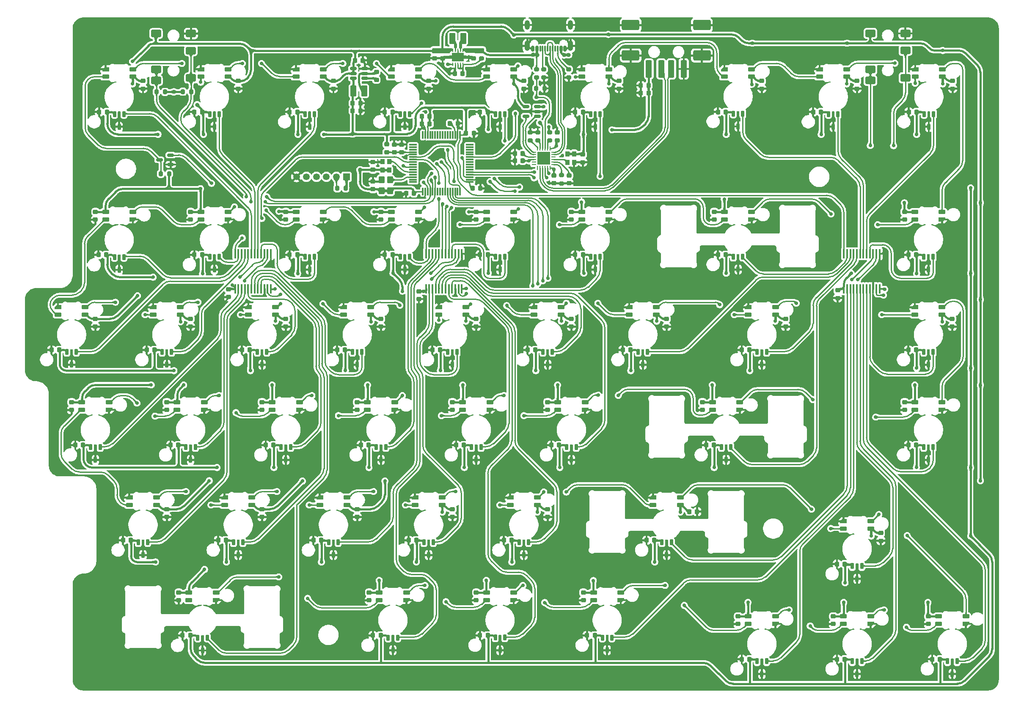
<source format=gbr>
%TF.GenerationSoftware,KiCad,Pcbnew,9.0.4*%
%TF.CreationDate,2025-09-14T11:33:08-05:00*%
%TF.ProjectId,shek-rounded,7368656b-2d72-46f7-956e-6465642e6b69,rev?*%
%TF.SameCoordinates,Original*%
%TF.FileFunction,Copper,L2,Bot*%
%TF.FilePolarity,Positive*%
%FSLAX46Y46*%
G04 Gerber Fmt 4.6, Leading zero omitted, Abs format (unit mm)*
G04 Created by KiCad (PCBNEW 9.0.4) date 2025-09-14 11:33:08*
%MOMM*%
%LPD*%
G01*
G04 APERTURE LIST*
G04 Aperture macros list*
%AMRoundRect*
0 Rectangle with rounded corners*
0 $1 Rounding radius*
0 $2 $3 $4 $5 $6 $7 $8 $9 X,Y pos of 4 corners*
0 Add a 4 corners polygon primitive as box body*
4,1,4,$2,$3,$4,$5,$6,$7,$8,$9,$2,$3,0*
0 Add four circle primitives for the rounded corners*
1,1,$1+$1,$2,$3*
1,1,$1+$1,$4,$5*
1,1,$1+$1,$6,$7*
1,1,$1+$1,$8,$9*
0 Add four rect primitives between the rounded corners*
20,1,$1+$1,$2,$3,$4,$5,0*
20,1,$1+$1,$4,$5,$6,$7,0*
20,1,$1+$1,$6,$7,$8,$9,0*
20,1,$1+$1,$8,$9,$2,$3,0*%
%AMFreePoly0*
4,1,18,-0.410000,0.593000,-0.403758,0.624380,-0.385983,0.650983,-0.359380,0.668758,-0.328000,0.675000,0.328000,0.675000,0.359380,0.668758,0.385983,0.650983,0.403758,0.624380,0.410000,0.593000,0.410000,-0.593000,0.403758,-0.624380,0.385983,-0.650983,0.359380,-0.668758,0.328000,-0.675000,0.000000,-0.675000,-0.410000,-0.265000,-0.410000,0.593000,-0.410000,0.593000,$1*%
%AMFreePoly1*
4,1,21,-0.125000,1.200000,0.125000,1.200000,0.125000,1.700000,0.375000,1.700000,0.375000,1.200000,0.825000,1.200000,0.825000,-1.200000,0.375000,-1.200000,0.375000,-1.700000,0.125000,-1.700000,0.125000,-1.200000,-0.125000,-1.200000,-0.125000,-1.700000,-0.375000,-1.700000,-0.375000,-1.200000,-0.825000,-1.200000,-0.825000,1.200000,-0.375000,1.200000,-0.375000,1.700000,-0.125000,1.700000,
-0.125000,1.200000,-0.125000,1.200000,$1*%
G04 Aperture macros list end*
%TA.AperFunction,SMDPad,CuDef*%
%ADD10RoundRect,0.162500X0.162500X-0.447500X0.162500X0.447500X-0.162500X0.447500X-0.162500X-0.447500X0*%
%TD*%
%TA.AperFunction,SMDPad,CuDef*%
%ADD11RoundRect,0.150000X-0.512500X-0.150000X0.512500X-0.150000X0.512500X0.150000X-0.512500X0.150000X0*%
%TD*%
%TA.AperFunction,SMDPad,CuDef*%
%ADD12RoundRect,0.200000X0.275000X-0.200000X0.275000X0.200000X-0.275000X0.200000X-0.275000X-0.200000X0*%
%TD*%
%TA.AperFunction,SMDPad,CuDef*%
%ADD13RoundRect,0.082000X-0.593000X0.328000X-0.593000X-0.328000X0.593000X-0.328000X0.593000X0.328000X0*%
%TD*%
%TA.AperFunction,SMDPad,CuDef*%
%ADD14FreePoly0,270.000000*%
%TD*%
%TA.AperFunction,SMDPad,CuDef*%
%ADD15RoundRect,0.082000X0.593000X-0.328000X0.593000X0.328000X-0.593000X0.328000X-0.593000X-0.328000X0*%
%TD*%
%TA.AperFunction,SMDPad,CuDef*%
%ADD16FreePoly0,90.000000*%
%TD*%
%TA.AperFunction,SMDPad,CuDef*%
%ADD17RoundRect,0.225000X0.250000X-0.225000X0.250000X0.225000X-0.250000X0.225000X-0.250000X-0.225000X0*%
%TD*%
%TA.AperFunction,SMDPad,CuDef*%
%ADD18RoundRect,0.225000X-0.250000X0.225000X-0.250000X-0.225000X0.250000X-0.225000X0.250000X0.225000X0*%
%TD*%
%TA.AperFunction,SMDPad,CuDef*%
%ADD19RoundRect,0.225000X0.225000X0.250000X-0.225000X0.250000X-0.225000X-0.250000X0.225000X-0.250000X0*%
%TD*%
%TA.AperFunction,SMDPad,CuDef*%
%ADD20RoundRect,0.060000X-0.060000X0.240000X-0.060000X-0.240000X0.060000X-0.240000X0.060000X0.240000X0*%
%TD*%
%TA.AperFunction,SMDPad,CuDef*%
%ADD21FreePoly1,270.000000*%
%TD*%
%TA.AperFunction,SMDPad,CuDef*%
%ADD22RoundRect,0.250000X-0.375000X-1.500000X0.375000X-1.500000X0.375000X1.500000X-0.375000X1.500000X0*%
%TD*%
%TA.AperFunction,SMDPad,CuDef*%
%ADD23RoundRect,0.250000X-1.500000X-0.750000X1.500000X-0.750000X1.500000X0.750000X-1.500000X0.750000X0*%
%TD*%
%TA.AperFunction,SMDPad,CuDef*%
%ADD24RoundRect,0.225000X-0.225000X-0.250000X0.225000X-0.250000X0.225000X0.250000X-0.225000X0.250000X0*%
%TD*%
%TA.AperFunction,SMDPad,CuDef*%
%ADD25RoundRect,0.200000X-0.275000X0.200000X-0.275000X-0.200000X0.275000X-0.200000X0.275000X0.200000X0*%
%TD*%
%TA.AperFunction,SMDPad,CuDef*%
%ADD26RoundRect,0.062500X0.062500X-0.375000X0.062500X0.375000X-0.062500X0.375000X-0.062500X-0.375000X0*%
%TD*%
%TA.AperFunction,SMDPad,CuDef*%
%ADD27RoundRect,0.062500X0.375000X-0.062500X0.375000X0.062500X-0.375000X0.062500X-0.375000X-0.062500X0*%
%TD*%
%TA.AperFunction,HeatsinkPad*%
%ADD28R,2.500000X2.500000*%
%TD*%
%TA.AperFunction,SMDPad,CuDef*%
%ADD29RoundRect,0.250000X-0.750000X-0.500000X0.750000X-0.500000X0.750000X0.500000X-0.750000X0.500000X0*%
%TD*%
%TA.AperFunction,SMDPad,CuDef*%
%ADD30RoundRect,0.250000X0.350000X-0.450000X0.350000X0.450000X-0.350000X0.450000X-0.350000X-0.450000X0*%
%TD*%
%TA.AperFunction,SMDPad,CuDef*%
%ADD31RoundRect,0.200000X-0.200000X-0.275000X0.200000X-0.275000X0.200000X0.275000X-0.200000X0.275000X0*%
%TD*%
%TA.AperFunction,SMDPad,CuDef*%
%ADD32RoundRect,0.150000X0.512500X0.150000X-0.512500X0.150000X-0.512500X-0.150000X0.512500X-0.150000X0*%
%TD*%
%TA.AperFunction,SMDPad,CuDef*%
%ADD33RoundRect,0.225000X0.225000X-0.325000X0.225000X0.325000X-0.225000X0.325000X-0.225000X-0.325000X0*%
%TD*%
%TA.AperFunction,SMDPad,CuDef*%
%ADD34RoundRect,0.250000X-0.375000X-0.850000X0.375000X-0.850000X0.375000X0.850000X-0.375000X0.850000X0*%
%TD*%
%TA.AperFunction,SMDPad,CuDef*%
%ADD35RoundRect,0.150000X-0.150000X-0.420000X0.150000X-0.420000X0.150000X0.420000X-0.150000X0.420000X0*%
%TD*%
%TA.AperFunction,SMDPad,CuDef*%
%ADD36RoundRect,0.075000X-0.075000X-0.495000X0.075000X-0.495000X0.075000X0.495000X-0.075000X0.495000X0*%
%TD*%
%TA.AperFunction,ComponentPad*%
%ADD37O,1.050000X2.100000*%
%TD*%
%TA.AperFunction,ComponentPad*%
%ADD38O,1.000000X1.900000*%
%TD*%
%TA.AperFunction,SMDPad,CuDef*%
%ADD39RoundRect,0.225000X-0.225000X0.325000X-0.225000X-0.325000X0.225000X-0.325000X0.225000X0.325000X0*%
%TD*%
%TA.AperFunction,SMDPad,CuDef*%
%ADD40RoundRect,0.218750X0.256250X-0.218750X0.256250X0.218750X-0.256250X0.218750X-0.256250X-0.218750X0*%
%TD*%
%TA.AperFunction,SMDPad,CuDef*%
%ADD41RoundRect,0.100000X-0.100000X0.850000X-0.100000X-0.850000X0.100000X-0.850000X0.100000X0.850000X0*%
%TD*%
%TA.AperFunction,SMDPad,CuDef*%
%ADD42RoundRect,0.075000X-0.700000X-0.075000X0.700000X-0.075000X0.700000X0.075000X-0.700000X0.075000X0*%
%TD*%
%TA.AperFunction,SMDPad,CuDef*%
%ADD43RoundRect,0.075000X-0.075000X-0.700000X0.075000X-0.700000X0.075000X0.700000X-0.075000X0.700000X0*%
%TD*%
%TA.AperFunction,SMDPad,CuDef*%
%ADD44RoundRect,0.200000X0.200000X0.275000X-0.200000X0.275000X-0.200000X-0.275000X0.200000X-0.275000X0*%
%TD*%
%TA.AperFunction,SMDPad,CuDef*%
%ADD45RoundRect,0.250000X0.375000X0.850000X-0.375000X0.850000X-0.375000X-0.850000X0.375000X-0.850000X0*%
%TD*%
%TA.AperFunction,ComponentPad*%
%ADD46R,1.350000X1.350000*%
%TD*%
%TA.AperFunction,ComponentPad*%
%ADD47C,1.350000*%
%TD*%
%TA.AperFunction,ViaPad*%
%ADD48C,0.700000*%
%TD*%
%TA.AperFunction,ViaPad*%
%ADD49C,0.800000*%
%TD*%
%TA.AperFunction,Conductor*%
%ADD50C,0.250000*%
%TD*%
%TA.AperFunction,Conductor*%
%ADD51C,0.400000*%
%TD*%
%TA.AperFunction,Conductor*%
%ADD52C,0.600000*%
%TD*%
G04 APERTURE END LIST*
D10*
%TO.P,U13,1,VCC*%
%TO.N,3V3*%
X375287500Y-70125000D03*
%TO.P,U13,2,OUT*%
%TO.N,MUX1_A2*%
X377187500Y-70125000D03*
%TO.P,U13,3,GND*%
%TO.N,GND*%
X376237500Y-72685000D03*
%TD*%
%TO.P,U10,1,VCC*%
%TO.N,3V3*%
X318137500Y-70125000D03*
%TO.P,U10,2,OUT*%
%TO.N,MUX2_A2*%
X320037500Y-70125000D03*
%TO.P,U10,3,GND*%
%TO.N,GND*%
X319087500Y-72685000D03*
%TD*%
%TO.P,U41,1,VCC*%
%TO.N,3V3*%
X420531250Y-136800000D03*
%TO.P,U41,2,OUT*%
%TO.N,MUX0_A4*%
X422431250Y-136800000D03*
%TO.P,U41,3,GND*%
%TO.N,GND*%
X421481250Y-139360000D03*
%TD*%
%TO.P,U33,1,VCC*%
%TO.N,3V3*%
X427675000Y-117750000D03*
%TO.P,U33,2,OUT*%
%TO.N,MUX0_A5*%
X429575000Y-117750000D03*
%TO.P,U33,3,GND*%
%TO.N,GND*%
X428625000Y-120310000D03*
%TD*%
%TO.P,U34,1,VCC*%
%TO.N,3V3*%
X461012500Y-117750000D03*
%TO.P,U34,2,OUT*%
%TO.N,MUX0_A15*%
X462912500Y-117750000D03*
%TO.P,U34,3,GND*%
%TO.N,GND*%
X461962500Y-120310000D03*
%TD*%
%TO.P,U11,1,VCC*%
%TO.N,3V3*%
X337187500Y-70125000D03*
%TO.P,U11,2,OUT*%
%TO.N,MUX2_A1*%
X339087500Y-70125000D03*
%TO.P,U11,3,GND*%
%TO.N,GND*%
X338137500Y-72685000D03*
%TD*%
%TO.P,U37,1,VCC*%
%TO.N,3V3*%
X332425000Y-136800000D03*
%TO.P,U37,2,OUT*%
%TO.N,MUX2_A15*%
X334325000Y-136800000D03*
%TO.P,U37,3,GND*%
%TO.N,GND*%
X333375000Y-139360000D03*
%TD*%
%TO.P,U53,1,VCC*%
%TO.N,3V3*%
X396718750Y-174950000D03*
%TO.P,U53,2,OUT*%
%TO.N,MUX0_A9*%
X398618750Y-174950000D03*
%TO.P,U53,3,GND*%
%TO.N,GND*%
X397668750Y-177460000D03*
%TD*%
%TO.P,U48,1,VCC*%
%TO.N,3V3*%
X408625000Y-155850000D03*
%TO.P,U48,2,OUT*%
%TO.N,MUX0_A8*%
X410525000Y-155850000D03*
%TO.P,U48,3,GND*%
%TO.N,GND*%
X409575000Y-158410000D03*
%TD*%
%TO.P,U44,1,VCC*%
%TO.N,3V3*%
X322900000Y-155850000D03*
%TO.P,U44,2,OUT*%
%TO.N,MUX2_A14*%
X324800000Y-155850000D03*
%TO.P,U44,3,GND*%
%TO.N,GND*%
X323850000Y-158410000D03*
%TD*%
%TO.P,U28,1,VCC*%
%TO.N,3V3*%
X327662500Y-117750000D03*
%TO.P,U28,2,OUT*%
%TO.N,MUX2_A11*%
X329562500Y-117750000D03*
%TO.P,U28,3,GND*%
%TO.N,GND*%
X328612500Y-120310000D03*
%TD*%
%TO.P,U47,1,VCC*%
%TO.N,3V3*%
X380050000Y-155850000D03*
%TO.P,U47,2,OUT*%
%TO.N,MUX1_A13*%
X381950000Y-155850000D03*
%TO.P,U47,3,GND*%
%TO.N,GND*%
X381000000Y-158410000D03*
%TD*%
%TO.P,U17,1,VCC*%
%TO.N,3V3*%
X461087500Y-70125000D03*
%TO.P,U17,2,OUT*%
%TO.N,MUX0_A1*%
X462987500Y-70125000D03*
%TO.P,U17,3,GND*%
%TO.N,GND*%
X462037500Y-72685000D03*
%TD*%
%TO.P,U42,1,VCC*%
%TO.N,3V3*%
X461012500Y-136800000D03*
%TO.P,U42,2,OUT*%
%TO.N,MUX0_A14*%
X462912500Y-136800000D03*
%TO.P,U42,3,GND*%
%TO.N,GND*%
X461962500Y-139360000D03*
%TD*%
%TO.P,U39,1,VCC*%
%TO.N,3V3*%
X370525000Y-136800000D03*
%TO.P,U39,2,OUT*%
%TO.N,MUX1_A14*%
X372425000Y-136800000D03*
%TO.P,U39,3,GND*%
%TO.N,GND*%
X371475000Y-139360000D03*
%TD*%
%TO.P,U23,1,VCC*%
%TO.N,3V3*%
X394337500Y-98700000D03*
%TO.P,U23,2,OUT*%
%TO.N,MUX1_A10*%
X396237500Y-98700000D03*
%TO.P,U23,3,GND*%
%TO.N,GND*%
X395287500Y-101260000D03*
%TD*%
%TO.P,U45,1,VCC*%
%TO.N,3V3*%
X341950000Y-155850000D03*
%TO.P,U45,2,OUT*%
%TO.N,MUX1_A5*%
X343850000Y-155850000D03*
%TO.P,U45,3,GND*%
%TO.N,GND*%
X342900000Y-158410000D03*
%TD*%
%TO.P,U12,1,VCC*%
%TO.N,3V3*%
X356237500Y-70125000D03*
%TO.P,U12,2,OUT*%
%TO.N,MUX1_A3*%
X358137500Y-70125000D03*
%TO.P,U12,3,GND*%
%TO.N,GND*%
X357187500Y-72685000D03*
%TD*%
%TO.P,U51,1,VCC*%
%TO.N,3V3*%
X353856250Y-174950000D03*
%TO.P,U51,2,OUT*%
%TO.N,MUX1_A4*%
X355756250Y-174950000D03*
%TO.P,U51,3,GND*%
%TO.N,GND*%
X354806250Y-177460000D03*
%TD*%
%TO.P,U15,1,VCC*%
%TO.N,3V3*%
X422912500Y-70062500D03*
%TO.P,U15,2,OUT*%
%TO.N,MUX0_A3*%
X424812500Y-70062500D03*
%TO.P,U15,3,GND*%
%TO.N,GND*%
X423862500Y-72622500D03*
%TD*%
%TO.P,U9,1,VCC*%
%TO.N,3V3*%
X299087500Y-70125000D03*
%TO.P,U9,2,OUT*%
%TO.N,MUX2_A3*%
X300987500Y-70125000D03*
%TO.P,U9,3,GND*%
%TO.N,GND*%
X300037500Y-72685000D03*
%TD*%
%TO.P,U16,1,VCC*%
%TO.N,3V3*%
X441962500Y-70125000D03*
%TO.P,U16,2,OUT*%
%TO.N,MUX0_A2*%
X443862500Y-70125000D03*
%TO.P,U16,3,GND*%
%TO.N,GND*%
X442912500Y-72685000D03*
%TD*%
%TO.P,U54,1,VCC*%
%TO.N,3V3*%
X427675000Y-179662500D03*
%TO.P,U54,2,OUT*%
%TO.N,MUX0_A10*%
X429575000Y-179662500D03*
%TO.P,U54,3,GND*%
%TO.N,GND*%
X428625000Y-182222500D03*
%TD*%
%TO.P,U25,1,VCC*%
%TO.N,3V3*%
X461012500Y-98700000D03*
%TO.P,U25,2,OUT*%
%TO.N,MUX0_A0*%
X462912500Y-98700000D03*
%TO.P,U25,3,GND*%
%TO.N,GND*%
X461962500Y-101260000D03*
%TD*%
%TO.P,U49,1,VCC*%
%TO.N,3V3*%
X446725000Y-160612500D03*
%TO.P,U49,2,OUT*%
%TO.N,MUX0_A11*%
X448625000Y-160612500D03*
%TO.P,U49,3,GND*%
%TO.N,GND*%
X447675000Y-163172500D03*
%TD*%
%TO.P,U32,1,VCC*%
%TO.N,3V3*%
X403862500Y-117750000D03*
%TO.P,U32,2,OUT*%
%TO.N,MUX0_A6*%
X405762500Y-117750000D03*
%TO.P,U32,3,GND*%
%TO.N,GND*%
X404812500Y-120310000D03*
%TD*%
%TO.P,U56,1,VCC*%
%TO.N,3V3*%
X465775000Y-179662500D03*
%TO.P,U56,2,OUT*%
%TO.N,MUX0_A13*%
X467675000Y-179662500D03*
%TO.P,U56,3,GND*%
%TO.N,GND*%
X466725000Y-182222500D03*
%TD*%
%TO.P,U38,1,VCC*%
%TO.N,3V3*%
X351475000Y-136800000D03*
%TO.P,U38,2,OUT*%
%TO.N,MUX1_A6*%
X353375000Y-136800000D03*
%TO.P,U38,3,GND*%
%TO.N,GND*%
X352425000Y-139360000D03*
%TD*%
%TO.P,U14,1,VCC*%
%TO.N,3V3*%
X394337500Y-70125000D03*
%TO.P,U14,2,OUT*%
%TO.N,MUX1_A1*%
X396237500Y-70125000D03*
%TO.P,U14,3,GND*%
%TO.N,GND*%
X395287500Y-72685000D03*
%TD*%
%TO.P,U24,1,VCC*%
%TO.N,3V3*%
X422912500Y-98700000D03*
%TO.P,U24,2,OUT*%
%TO.N,MUX0_A7*%
X424812500Y-98700000D03*
%TO.P,U24,3,GND*%
%TO.N,GND*%
X423862500Y-101260000D03*
%TD*%
%TO.P,U40,1,VCC*%
%TO.N,3V3*%
X389575000Y-136800000D03*
%TO.P,U40,2,OUT*%
%TO.N,MUX1_A11*%
X391475000Y-136800000D03*
%TO.P,U40,3,GND*%
%TO.N,GND*%
X390525000Y-139360000D03*
%TD*%
%TO.P,U26,1,VCC*%
%TO.N,3V3*%
X289562500Y-117750000D03*
%TO.P,U26,2,OUT*%
%TO.N,MUX2_A5*%
X291462500Y-117750000D03*
%TO.P,U26,3,GND*%
%TO.N,GND*%
X290512500Y-120310000D03*
%TD*%
%TO.P,U52,1,VCC*%
%TO.N,3V3*%
X375287500Y-174900000D03*
%TO.P,U52,2,OUT*%
%TO.N,MUX1_A15*%
X377187500Y-174900000D03*
%TO.P,U52,3,GND*%
%TO.N,GND*%
X376237500Y-177460000D03*
%TD*%
%TO.P,U43,1,VCC*%
%TO.N,3V3*%
X303850000Y-155850000D03*
%TO.P,U43,2,OUT*%
%TO.N,MUX2_A10*%
X305750000Y-155850000D03*
%TO.P,U43,3,GND*%
%TO.N,GND*%
X304800000Y-158410000D03*
%TD*%
%TO.P,U27,1,VCC*%
%TO.N,3V3*%
X308612500Y-117750000D03*
%TO.P,U27,2,OUT*%
%TO.N,MUX2_A4*%
X310512500Y-117750000D03*
%TO.P,U27,3,GND*%
%TO.N,GND*%
X309562500Y-120310000D03*
%TD*%
%TO.P,U18,1,VCC*%
%TO.N,3V3*%
X299087500Y-98762500D03*
%TO.P,U18,2,OUT*%
%TO.N,MUX2_A6*%
X300987500Y-98762500D03*
%TO.P,U18,3,GND*%
%TO.N,GND*%
X300037500Y-101322500D03*
%TD*%
%TO.P,U29,1,VCC*%
%TO.N,3V3*%
X346712500Y-117750000D03*
%TO.P,U29,2,OUT*%
%TO.N,MUX2_A12*%
X348612500Y-117750000D03*
%TO.P,U29,3,GND*%
%TO.N,GND*%
X347662500Y-120310000D03*
%TD*%
%TO.P,U22,1,VCC*%
%TO.N,3V3*%
X375287500Y-98700000D03*
%TO.P,U22,2,OUT*%
%TO.N,MUX1_A0*%
X377187500Y-98700000D03*
%TO.P,U22,3,GND*%
%TO.N,GND*%
X376237500Y-101260000D03*
%TD*%
%TO.P,U46,1,VCC*%
%TO.N,3V3*%
X361000000Y-155850000D03*
%TO.P,U46,2,OUT*%
%TO.N,MUX1_A8*%
X362900000Y-155850000D03*
%TO.P,U46,3,GND*%
%TO.N,GND*%
X361950000Y-158410000D03*
%TD*%
%TO.P,U19,1,VCC*%
%TO.N,3V3*%
X318137500Y-98700000D03*
%TO.P,U19,2,OUT*%
%TO.N,MUX2_A7*%
X320037500Y-98700000D03*
%TO.P,U19,3,GND*%
%TO.N,GND*%
X319087500Y-101260000D03*
%TD*%
%TO.P,U20,1,VCC*%
%TO.N,3V3*%
X337187500Y-98700000D03*
%TO.P,U20,2,OUT*%
%TO.N,MUX2_A0*%
X339087500Y-98700000D03*
%TO.P,U20,3,GND*%
%TO.N,GND*%
X338137500Y-101260000D03*
%TD*%
%TO.P,U21,1,VCC*%
%TO.N,3V3*%
X356237500Y-98700000D03*
%TO.P,U21,2,OUT*%
%TO.N,MUX1_A7*%
X358137500Y-98700000D03*
%TO.P,U21,3,GND*%
%TO.N,GND*%
X357187500Y-101260000D03*
%TD*%
%TO.P,U50,1,VCC*%
%TO.N,3V3*%
X315756250Y-174962500D03*
%TO.P,U50,2,OUT*%
%TO.N,MUX2_A13*%
X317656250Y-174962500D03*
%TO.P,U50,3,GND*%
%TO.N,GND*%
X316706250Y-177522500D03*
%TD*%
%TO.P,U31,1,VCC*%
%TO.N,3V3*%
X384812500Y-117750000D03*
%TO.P,U31,2,OUT*%
%TO.N,MUX1_A12*%
X386712500Y-117750000D03*
%TO.P,U31,3,GND*%
%TO.N,GND*%
X385762500Y-120310000D03*
%TD*%
%TO.P,U36,1,VCC*%
%TO.N,3V3*%
X313375000Y-136800000D03*
%TO.P,U36,2,OUT*%
%TO.N,MUX2_A9*%
X315275000Y-136800000D03*
%TO.P,U36,3,GND*%
%TO.N,GND*%
X314325000Y-139360000D03*
%TD*%
%TO.P,U30,1,VCC*%
%TO.N,3V3*%
X365762500Y-117750000D03*
%TO.P,U30,2,OUT*%
%TO.N,MUX1_A9*%
X367662500Y-117750000D03*
%TO.P,U30,3,GND*%
%TO.N,GND*%
X366712500Y-120310000D03*
%TD*%
%TO.P,U35,1,VCC*%
%TO.N,3V3*%
X294325000Y-136800000D03*
%TO.P,U35,2,OUT*%
%TO.N,MUX2_A8*%
X296225000Y-136800000D03*
%TO.P,U35,3,GND*%
%TO.N,GND*%
X295275000Y-139360000D03*
%TD*%
%TO.P,U55,1,VCC*%
%TO.N,3V3*%
X446725000Y-179662500D03*
%TO.P,U55,2,OUT*%
%TO.N,MUX0_A12*%
X448625000Y-179662500D03*
%TO.P,U55,3,GND*%
%TO.N,GND*%
X447675000Y-182222500D03*
%TD*%
D11*
%TO.P,U4,1,FB*%
%TO.N,3V3*%
X346862500Y-62950000D03*
%TO.P,U4,2,EN*%
%TO.N,5V*%
X346862500Y-62000000D03*
%TO.P,U4,3,IN*%
X346862500Y-61050000D03*
%TO.P,U4,4,GND*%
%TO.N,GND*%
X349137500Y-61050000D03*
%TO.P,U4,5,SW*%
%TO.N,Net-(U4-SW)*%
X349137500Y-62000000D03*
%TO.P,U4,6,BST*%
%TO.N,Net-(U4-BST)*%
X349137500Y-62950000D03*
%TD*%
D12*
%TO.P,R8,1*%
%TO.N,Net-(U1-SMBDATA\u002ANON_REM1)*%
X382300000Y-75425000D03*
%TO.P,R8,2*%
%TO.N,GND*%
X382300000Y-73775000D03*
%TD*%
D13*
%TO.P,LED21,1,VDD*%
%TO.N,5V*%
X350387500Y-110287500D03*
%TO.P,LED21,2,DOUT*%
%TO.N,Net-(LED21-DOUT)*%
X350387500Y-108787500D03*
%TO.P,LED21,3,DIN*%
%TO.N,Net-(LED20-DOUT)*%
X344937500Y-110287500D03*
D14*
%TO.P,LED21,4,VSS*%
%TO.N,GND*%
X344937500Y-108787500D03*
%TD*%
D13*
%TO.P,LED3,1,VDD*%
%TO.N,5V*%
X340862500Y-62662500D03*
%TO.P,LED3,2,DOUT*%
%TO.N,Net-(LED3-DOUT)*%
X340862500Y-61162500D03*
%TO.P,LED3,3,DIN*%
%TO.N,Net-(LED2-DOUT)*%
X335412500Y-62662500D03*
D14*
%TO.P,LED3,4,VSS*%
%TO.N,GND*%
X335412500Y-61162500D03*
%TD*%
D15*
%TO.P,LED17,1,VDD*%
%TO.N,5V*%
X297312500Y-89737500D03*
%TO.P,LED17,2,DOUT*%
%TO.N,Net-(LED17-DOUT)*%
X297312500Y-91237500D03*
%TO.P,LED17,3,DIN*%
%TO.N,Net-(LED16-DOUT)*%
X302762500Y-89737500D03*
D16*
%TO.P,LED17,4,VSS*%
%TO.N,GND*%
X302762500Y-91237500D03*
%TD*%
D17*
%TO.P,C100,1*%
%TO.N,GND*%
X390525000Y-112693750D03*
%TO.P,C100,2*%
%TO.N,5V*%
X390525000Y-111143750D03*
%TD*%
D18*
%TO.P,C11,1*%
%TO.N,5V*%
X364746638Y-57425884D03*
%TO.P,C11,2*%
%TO.N,GND*%
X364746638Y-58975884D03*
%TD*%
D19*
%TO.P,C71,1*%
%TO.N,3V3*%
X314243750Y-174500000D03*
%TO.P,C71,2*%
%TO.N,GND*%
X312693750Y-174500000D03*
%TD*%
D17*
%TO.P,C81,1*%
%TO.N,GND*%
X361950000Y-65068750D03*
%TO.P,C81,2*%
%TO.N,5V*%
X361950000Y-63518750D03*
%TD*%
D13*
%TO.P,LED37,1,VDD*%
%TO.N,5V*%
X345625000Y-148387500D03*
%TO.P,LED37,2,DOUT*%
%TO.N,Net-(LED37-DOUT)*%
X345625000Y-146887500D03*
%TO.P,LED37,3,DIN*%
%TO.N,Net-(LED36-DOUT)*%
X340175000Y-148387500D03*
D14*
%TO.P,LED37,4,VSS*%
%TO.N,GND*%
X340175000Y-146887500D03*
%TD*%
D19*
%TO.P,C55,1*%
%TO.N,3V3*%
X378537500Y-155450000D03*
%TO.P,C55,2*%
%TO.N,GND*%
X376987500Y-155450000D03*
%TD*%
D17*
%TO.P,C96,1*%
%TO.N,GND*%
X314325000Y-112693750D03*
%TO.P,C96,2*%
%TO.N,5V*%
X314325000Y-111143750D03*
%TD*%
D19*
%TO.P,C21,1*%
%TO.N,3V3*%
X362150000Y-70600000D03*
%TO.P,C21,2*%
%TO.N,GND*%
X360600000Y-70600000D03*
%TD*%
D13*
%TO.P,LED36,1,VDD*%
%TO.N,5V*%
X326575000Y-148387500D03*
%TO.P,LED36,2,DOUT*%
%TO.N,Net-(LED36-DOUT)*%
X326575000Y-146887500D03*
%TO.P,LED36,3,DIN*%
%TO.N,Net-(LED35-DOUT)*%
X321125000Y-148387500D03*
D14*
%TO.P,LED36,4,VSS*%
%TO.N,GND*%
X321125000Y-146887500D03*
%TD*%
D19*
%TO.P,C38,1*%
%TO.N,3V3*%
X440450000Y-69725000D03*
%TO.P,C38,2*%
%TO.N,GND*%
X438900000Y-69725000D03*
%TD*%
D20*
%TO.P,U3,1,VOUT*%
%TO.N,5V*%
X366800000Y-57375000D03*
%TO.P,U3,2,L2*%
%TO.N,Net-(U3-L2)*%
X367300000Y-57375000D03*
%TO.P,U3,3,PGND*%
%TO.N,GND*%
X367800000Y-57375000D03*
%TO.P,U3,4,L1*%
%TO.N,Net-(U3-L1)*%
X368300000Y-57375000D03*
%TO.P,U3,5,VIN*%
%TO.N,VBUS*%
X368800000Y-57375000D03*
%TO.P,U3,6,EN*%
%TO.N,Net-(U3-EN)*%
X368800000Y-60175000D03*
%TO.P,U3,7,PS/SYNC*%
X368300000Y-60175000D03*
%TO.P,U3,8,VINA*%
X367800000Y-60175000D03*
%TO.P,U3,9,GND*%
%TO.N,GND*%
X367300000Y-60175000D03*
%TO.P,U3,10,FB*%
%TO.N,5V*%
X366800000Y-60175000D03*
D21*
%TO.P,U3,11,PGND*%
%TO.N,GND*%
X367800000Y-58775000D03*
%TD*%
D19*
%TO.P,C48,1*%
%TO.N,3V3*%
X419018750Y-136400000D03*
%TO.P,C48,2*%
%TO.N,GND*%
X417468750Y-136400000D03*
%TD*%
D17*
%TO.P,C91,1*%
%TO.N,GND*%
X352425000Y-91262500D03*
%TO.P,C91,2*%
%TO.N,5V*%
X352425000Y-89712500D03*
%TD*%
%TO.P,C89,1*%
%TO.N,GND*%
X390525000Y-91262500D03*
%TO.P,C89,2*%
%TO.N,5V*%
X390525000Y-89712500D03*
%TD*%
%TO.P,C1,1*%
%TO.N,GND*%
X392800000Y-79775000D03*
%TO.P,C1,2*%
%TO.N,3V3*%
X392800000Y-78225000D03*
%TD*%
D19*
%TO.P,C44,1*%
%TO.N,3V3*%
X421400000Y-98300000D03*
%TO.P,C44,2*%
%TO.N,GND*%
X419850000Y-98300000D03*
%TD*%
D13*
%TO.P,LED41,1,VDD*%
%TO.N,5V*%
X450400000Y-153150000D03*
%TO.P,LED41,2,DOUT*%
%TO.N,Net-(LED41-DOUT)*%
X450400000Y-151650000D03*
%TO.P,LED41,3,DIN*%
%TO.N,Net-(LED40-DOUT)*%
X444950000Y-153150000D03*
D14*
%TO.P,LED41,4,VSS*%
%TO.N,GND*%
X444950000Y-151650000D03*
%TD*%
D22*
%TO.P,J2,1,VBUS*%
%TO.N,/VBUS2*%
X406000000Y-61100000D03*
%TO.P,J2,2,D-*%
%TO.N,DN2_D-*%
X408500000Y-61100000D03*
%TO.P,J2,3,D+*%
%TO.N,DN2_D+*%
X410500000Y-61100000D03*
%TO.P,J2,4,GND*%
%TO.N,GND*%
X413000000Y-61100000D03*
D23*
%TO.P,J2,S1*%
X402375000Y-58420000D03*
%TO.P,J2,S2*%
X416625000Y-58420000D03*
%TO.P,J2,S3*%
X402375000Y-52320000D03*
%TO.P,J2,S4*%
X416625000Y-52320000D03*
%TD*%
D19*
%TO.P,C36,1*%
%TO.N,3V3*%
X426162500Y-179262500D03*
%TO.P,C36,2*%
%TO.N,GND*%
X424612500Y-179262500D03*
%TD*%
%TO.P,C77,1*%
%TO.N,3V3*%
X321387500Y-155450000D03*
%TO.P,C77,2*%
%TO.N,GND*%
X319837500Y-155450000D03*
%TD*%
D18*
%TO.P,C28,1*%
%TO.N,3V3*%
X360000000Y-105625000D03*
%TO.P,C28,2*%
%TO.N,GND*%
X360000000Y-107175000D03*
%TD*%
D19*
%TO.P,C75,1*%
%TO.N,3V3*%
X330912500Y-136400000D03*
%TO.P,C75,2*%
%TO.N,GND*%
X329362500Y-136400000D03*
%TD*%
%TO.P,C63,1*%
%TO.N,3V3*%
X354725000Y-98300000D03*
%TO.P,C63,2*%
%TO.N,GND*%
X353175000Y-98300000D03*
%TD*%
%TO.P,C72,1*%
%TO.N,3V3*%
X340437500Y-155450000D03*
%TO.P,C72,2*%
%TO.N,GND*%
X338887500Y-155450000D03*
%TD*%
%TO.P,C54,1*%
%TO.N,3V3*%
X392825000Y-69725000D03*
%TO.P,C54,2*%
%TO.N,GND*%
X391275000Y-69725000D03*
%TD*%
D13*
%TO.P,LED23,1,VDD*%
%TO.N,5V*%
X388487500Y-110287500D03*
%TO.P,LED23,2,DOUT*%
%TO.N,Net-(LED23-DOUT)*%
X388487500Y-108787500D03*
%TO.P,LED23,3,DIN*%
%TO.N,Net-(LED22-DOUT)*%
X383037500Y-110287500D03*
D14*
%TO.P,LED23,4,VSS*%
%TO.N,GND*%
X383037500Y-108787500D03*
%TD*%
D17*
%TO.P,C104,1*%
%TO.N,GND*%
X290512500Y-129362500D03*
%TO.P,C104,2*%
%TO.N,5V*%
X290512500Y-127812500D03*
%TD*%
%TO.P,C87,1*%
%TO.N,GND*%
X457200000Y-91262500D03*
%TO.P,C87,2*%
%TO.N,5V*%
X457200000Y-89712500D03*
%TD*%
D15*
%TO.P,LED46,1,VDD*%
%TO.N,5V*%
X373512500Y-165937500D03*
%TO.P,LED46,2,DOUT*%
%TO.N,Net-(LED46-DOUT)*%
X373512500Y-167437500D03*
%TO.P,LED46,3,DIN*%
%TO.N,Net-(LED45-DOUT)*%
X378962500Y-165937500D03*
D16*
%TO.P,LED46,4,VSS*%
%TO.N,GND*%
X378962500Y-167437500D03*
%TD*%
D15*
%TO.P,LED10,1,VDD*%
%TO.N,5V*%
X459237500Y-89737500D03*
%TO.P,LED10,2,DOUT*%
%TO.N,Net-(LED10-DOUT)*%
X459237500Y-91237500D03*
%TO.P,LED10,3,DIN*%
%TO.N,Net-(LED10-DIN)*%
X464687500Y-89737500D03*
D16*
%TO.P,LED10,4,VSS*%
%TO.N,GND*%
X464687500Y-91237500D03*
%TD*%
D19*
%TO.P,C51,1*%
%TO.N,3V3*%
X383300000Y-117350000D03*
%TO.P,C51,2*%
%TO.N,GND*%
X381750000Y-117350000D03*
%TD*%
D15*
%TO.P,LED48,1,VDD*%
%TO.N,5V*%
X313981250Y-165937500D03*
%TO.P,LED48,2,DOUT*%
%TO.N,unconnected-(LED48-DOUT-Pad2)*%
X313981250Y-167437500D03*
%TO.P,LED48,3,DIN*%
%TO.N,Net-(LED47-DOUT)*%
X319431250Y-165937500D03*
D16*
%TO.P,LED48,4,VSS*%
%TO.N,GND*%
X319431250Y-167437500D03*
%TD*%
D15*
%TO.P,LED11,1,VDD*%
%TO.N,5V*%
X421137500Y-89737500D03*
%TO.P,LED11,2,DOUT*%
%TO.N,Net-(LED11-DOUT)*%
X421137500Y-91237500D03*
%TO.P,LED11,3,DIN*%
%TO.N,Net-(LED10-DOUT)*%
X426587500Y-89737500D03*
D16*
%TO.P,LED11,4,VSS*%
%TO.N,GND*%
X426587500Y-91237500D03*
%TD*%
D18*
%TO.P,C27,1*%
%TO.N,3V3*%
X443800000Y-105425000D03*
%TO.P,C27,2*%
%TO.N,GND*%
X443800000Y-106975000D03*
%TD*%
D19*
%TO.P,C42,1*%
%TO.N,3V3*%
X388062500Y-136400000D03*
%TO.P,C42,2*%
%TO.N,GND*%
X386512500Y-136400000D03*
%TD*%
D13*
%TO.P,LED24,1,VDD*%
%TO.N,5V*%
X407537500Y-110287500D03*
%TO.P,LED24,2,DOUT*%
%TO.N,Net-(LED24-DOUT)*%
X407537500Y-108787500D03*
%TO.P,LED24,3,DIN*%
%TO.N,Net-(LED23-DOUT)*%
X402087500Y-110287500D03*
D14*
%TO.P,LED24,4,VSS*%
%TO.N,GND*%
X402087500Y-108787500D03*
%TD*%
D19*
%TO.P,C31,1*%
%TO.N,3V3*%
X459500000Y-117350000D03*
%TO.P,C31,2*%
%TO.N,GND*%
X457950000Y-117350000D03*
%TD*%
D13*
%TO.P,LED18,1,VDD*%
%TO.N,5V*%
X293237500Y-110287500D03*
%TO.P,LED18,2,DOUT*%
%TO.N,Net-(LED18-DOUT)*%
X293237500Y-108787500D03*
%TO.P,LED18,3,DIN*%
%TO.N,Net-(LED17-DOUT)*%
X287787500Y-110287500D03*
D14*
%TO.P,LED18,4,VSS*%
%TO.N,GND*%
X287787500Y-108787500D03*
%TD*%
D19*
%TO.P,C60,1*%
%TO.N,3V3*%
X335675000Y-69725000D03*
%TO.P,C60,2*%
%TO.N,GND*%
X334125000Y-69725000D03*
%TD*%
D12*
%TO.P,R9,1*%
%TO.N,Net-(U3-EN)*%
X372546638Y-59025884D03*
%TO.P,R9,2*%
%TO.N,VBUS*%
X372546638Y-57375884D03*
%TD*%
D17*
%TO.P,C84,1*%
%TO.N,GND*%
X428625000Y-65068750D03*
%TO.P,C84,2*%
%TO.N,5V*%
X428625000Y-63518750D03*
%TD*%
%TO.P,C109,1*%
%TO.N,GND*%
X385762500Y-129362500D03*
%TO.P,C109,2*%
%TO.N,5V*%
X385762500Y-127812500D03*
%TD*%
D19*
%TO.P,C39,1*%
%TO.N,3V3*%
X421400000Y-69725000D03*
%TO.P,C39,2*%
%TO.N,GND*%
X419850000Y-69725000D03*
%TD*%
D13*
%TO.P,LED40,1,VDD*%
%TO.N,5V*%
X412300000Y-148387500D03*
%TO.P,LED40,2,DOUT*%
%TO.N,Net-(LED40-DOUT)*%
X412300000Y-146887500D03*
%TO.P,LED40,3,DIN*%
%TO.N,Net-(LED39-DOUT)*%
X406850000Y-148387500D03*
D14*
%TO.P,LED40,4,VSS*%
%TO.N,GND*%
X406850000Y-146887500D03*
%TD*%
D13*
%TO.P,LED39,1,VDD*%
%TO.N,5V*%
X383725000Y-148387500D03*
%TO.P,LED39,2,DOUT*%
%TO.N,Net-(LED39-DOUT)*%
X383725000Y-146887500D03*
%TO.P,LED39,3,DIN*%
%TO.N,Net-(LED38-DOUT)*%
X378275000Y-148387500D03*
D14*
%TO.P,LED39,4,VSS*%
%TO.N,GND*%
X378275000Y-146887500D03*
%TD*%
D17*
%TO.P,C22,1*%
%TO.N,Net-(U5-VDDA)*%
X356575000Y-77775000D03*
%TO.P,C22,2*%
%TO.N,GND*%
X356575000Y-76225000D03*
%TD*%
D15*
%TO.P,LED27,1,VDD*%
%TO.N,5V*%
X459237500Y-127837500D03*
%TO.P,LED27,2,DOUT*%
%TO.N,Net-(LED27-DOUT)*%
X459237500Y-129337500D03*
%TO.P,LED27,3,DIN*%
%TO.N,Net-(LED26-DOUT)*%
X464687500Y-127837500D03*
D16*
%TO.P,LED27,4,VSS*%
%TO.N,GND*%
X464687500Y-129337500D03*
%TD*%
D19*
%TO.P,C50,1*%
%TO.N,3V3*%
X359487500Y-155450000D03*
%TO.P,C50,2*%
%TO.N,GND*%
X357937500Y-155450000D03*
%TD*%
D18*
%TO.P,C9,1*%
%TO.N,VBUS*%
X370946638Y-57425884D03*
%TO.P,C9,2*%
%TO.N,GND*%
X370946638Y-58975884D03*
%TD*%
D24*
%TO.P,C15,1*%
%TO.N,3V3*%
X346745000Y-67970000D03*
%TO.P,C15,2*%
%TO.N,GND*%
X348295000Y-67970000D03*
%TD*%
D18*
%TO.P,C26,1*%
%TO.N,GND*%
X350800000Y-83625000D03*
%TO.P,C26,2*%
%TO.N,3V3*%
X350800000Y-85175000D03*
%TD*%
D13*
%TO.P,LED2,1,VDD*%
%TO.N,5V*%
X321812500Y-62662500D03*
%TO.P,LED2,2,DOUT*%
%TO.N,Net-(LED2-DOUT)*%
X321812500Y-61162500D03*
%TO.P,LED2,3,DIN*%
%TO.N,Net-(LED1-DOUT)*%
X316362500Y-62662500D03*
D14*
%TO.P,LED2,4,VSS*%
%TO.N,GND*%
X316362500Y-61162500D03*
%TD*%
D25*
%TO.P,R6,1*%
%TO.N,3V3*%
X386150000Y-73775000D03*
%TO.P,R6,2*%
%TO.N,Net-(U1-SUSP_IND\u002ALOCAL_PWR\u002A(NON_REM0))*%
X386150000Y-75425000D03*
%TD*%
D17*
%TO.P,C97,1*%
%TO.N,GND*%
X333375000Y-112693750D03*
%TO.P,C97,2*%
%TO.N,5V*%
X333375000Y-111143750D03*
%TD*%
%TO.P,C80,1*%
%TO.N,GND*%
X342900000Y-65068750D03*
%TO.P,C80,2*%
%TO.N,5V*%
X342900000Y-63518750D03*
%TD*%
D15*
%TO.P,LED43,1,VDD*%
%TO.N,5V*%
X444950000Y-170700000D03*
%TO.P,LED43,2,DOUT*%
%TO.N,Net-(LED43-DOUT)*%
X444950000Y-172200000D03*
%TO.P,LED43,3,DIN*%
%TO.N,Net-(LED42-DOUT)*%
X450400000Y-170700000D03*
D16*
%TO.P,LED43,4,VSS*%
%TO.N,GND*%
X450400000Y-172200000D03*
%TD*%
D19*
%TO.P,C43,1*%
%TO.N,3V3*%
X402350000Y-117350000D03*
%TO.P,C43,2*%
%TO.N,GND*%
X400800000Y-117350000D03*
%TD*%
D26*
%TO.P,U1,1,VDD33*%
%TO.N,3V3*%
X386250000Y-80937500D03*
%TO.P,U1,2,USBDM_DN1\u002APART_DIS_M1*%
%TO.N,DN1_D-*%
X385750000Y-80937500D03*
%TO.P,U1,3,USBDP_DN1\u002APART_DIS_P1*%
%TO.N,DN1_D+*%
X385250000Y-80937500D03*
%TO.P,U1,4,USBDM_DN2\u002APART_DIS_M2*%
%TO.N,DN2_D-*%
X384750000Y-80937500D03*
%TO.P,U1,5,USBDP_DN2\u002APART_DIS_P2*%
%TO.N,DN2_D+*%
X384250000Y-80937500D03*
%TO.P,U1,6,NC*%
%TO.N,unconnected-(U1-NC-Pad6)*%
X383750000Y-80937500D03*
D27*
%TO.P,U1,7,PRTPWR1\u002A(BC_EM1)*%
%TO.N,unconnected-(U1-PRTPWR1\u002A(BC_EM1)-Pad7)*%
X383062500Y-80250000D03*
%TO.P,U1,8,OCS1_N*%
%TO.N,unconnected-(U1-OCS1_N-Pad8)*%
X383062500Y-79750000D03*
%TO.P,U1,9,VDD33*%
%TO.N,3V3*%
X383062500Y-79250000D03*
%TO.P,U1,10,CRFILT*%
%TO.N,Net-(U1-CRFILT)*%
X383062500Y-78750000D03*
%TO.P,U1,11,PRTPWR2*%
%TO.N,VBUS2_EN*%
X383062500Y-78250000D03*
%TO.P,U1,12,OCS2_N*%
%TO.N,OCS2*%
X383062500Y-77750000D03*
D26*
%TO.P,U1,13,SMBDATA\u002ANON_REM1*%
%TO.N,Net-(U1-SMBDATA\u002ANON_REM1)*%
X383750000Y-77062500D03*
%TO.P,U1,14,SMBCLK\u002ACFG_SEL0*%
%TO.N,Net-(U1-SMBCLK\u002ACFG_SEL0)*%
X384250000Y-77062500D03*
%TO.P,U1,15,RESET_N*%
%TO.N,3V3*%
X384750000Y-77062500D03*
%TO.P,U1,16,VBUS_DET*%
%TO.N,VBUS_DET*%
X385250000Y-77062500D03*
%TO.P,U1,17,SUSP_IND\u002ALOCAL_PWR\u002A(NON_REM0)*%
%TO.N,Net-(U1-SUSP_IND\u002ALOCAL_PWR\u002A(NON_REM0))*%
X385750000Y-77062500D03*
%TO.P,U1,18,VDD33*%
%TO.N,3V3*%
X386250000Y-77062500D03*
D27*
%TO.P,U1,19,USBDM_UP*%
%TO.N,UP_D-*%
X386937500Y-77750000D03*
%TO.P,U1,20,USBDP_UP*%
%TO.N,UP_D+*%
X386937500Y-78250000D03*
%TO.P,U1,21,XTAOUT\u002A(CLKIN_EM)*%
%TO.N,XTAOUT*%
X386937500Y-78750000D03*
%TO.P,U1,22,XTALIN\u002ACLKIN*%
%TO.N,XTALIN*%
X386937500Y-79250000D03*
%TO.P,U1,23,PLLFILT*%
%TO.N,Net-(U1-PLLFILT)*%
X386937500Y-79750000D03*
%TO.P,U1,24,RBIAS*%
%TO.N,Net-(U1-RBIAS)*%
X386937500Y-80250000D03*
D28*
%TO.P,U1,25,EPAD*%
%TO.N,GND*%
X385000000Y-79000000D03*
%TD*%
D19*
%TO.P,C66,1*%
%TO.N,3V3*%
X292812500Y-136400000D03*
%TO.P,C66,2*%
%TO.N,GND*%
X291262500Y-136400000D03*
%TD*%
D17*
%TO.P,C79,1*%
%TO.N,GND*%
X323850000Y-65068750D03*
%TO.P,C79,2*%
%TO.N,5V*%
X323850000Y-63518750D03*
%TD*%
D19*
%TO.P,C59,1*%
%TO.N,3V3*%
X297450000Y-98300000D03*
%TO.P,C59,2*%
%TO.N,GND*%
X295900000Y-98300000D03*
%TD*%
D17*
%TO.P,C112,1*%
%TO.N,GND*%
X309562500Y-150793750D03*
%TO.P,C112,2*%
%TO.N,5V*%
X309562500Y-149243750D03*
%TD*%
D25*
%TO.P,R1,1*%
%TO.N,VBUS*%
X383500000Y-61175000D03*
%TO.P,R1,2*%
%TO.N,VBUS_DET*%
X383500000Y-62825000D03*
%TD*%
D13*
%TO.P,LED6,1,VDD*%
%TO.N,5V*%
X398012500Y-62662500D03*
%TO.P,LED6,2,DOUT*%
%TO.N,Net-(LED6-DOUT)*%
X398012500Y-61162500D03*
%TO.P,LED6,3,DIN*%
%TO.N,Net-(LED5-DOUT)*%
X392562500Y-62662500D03*
D14*
%TO.P,LED6,4,VSS*%
%TO.N,GND*%
X392562500Y-61162500D03*
%TD*%
D19*
%TO.P,C74,1*%
%TO.N,3V3*%
X345200000Y-117350000D03*
%TO.P,C74,2*%
%TO.N,GND*%
X343650000Y-117350000D03*
%TD*%
D15*
%TO.P,LED14,1,VDD*%
%TO.N,5V*%
X354462500Y-89737500D03*
%TO.P,LED14,2,DOUT*%
%TO.N,Net-(LED14-DOUT)*%
X354462500Y-91237500D03*
%TO.P,LED14,3,DIN*%
%TO.N,Net-(LED13-DOUT)*%
X359912500Y-89737500D03*
D16*
%TO.P,LED14,4,VSS*%
%TO.N,GND*%
X359912500Y-91237500D03*
%TD*%
D15*
%TO.P,LED45,1,VDD*%
%TO.N,5V*%
X394943750Y-165937500D03*
%TO.P,LED45,2,DOUT*%
%TO.N,Net-(LED45-DOUT)*%
X394943750Y-167437500D03*
%TO.P,LED45,3,DIN*%
%TO.N,Net-(LED44-DOUT)*%
X400393750Y-165937500D03*
D16*
%TO.P,LED45,4,VSS*%
%TO.N,GND*%
X400393750Y-167437500D03*
%TD*%
D17*
%TO.P,C120,1*%
%TO.N,GND*%
X350043750Y-167462500D03*
%TO.P,C120,2*%
%TO.N,5V*%
X350043750Y-165912500D03*
%TD*%
D29*
%TO.P,J5,1*%
%TO.N,GND*%
X457350000Y-54000000D03*
%TO.P,J5,2*%
%TO.N,5V*%
X450350000Y-54000000D03*
%TO.P,J5,3*%
%TO.N,SDA*%
X457350000Y-57400000D03*
%TO.P,J5,4*%
%TO.N,SCL*%
X450350000Y-61200000D03*
%TO.P,J5,5*%
X450350000Y-63400000D03*
%TO.P,J5,6*%
%TO.N,SDA*%
X457350000Y-62900000D03*
%TD*%
D15*
%TO.P,LED31,1,VDD*%
%TO.N,5V*%
X349700000Y-127837500D03*
%TO.P,LED31,2,DOUT*%
%TO.N,Net-(LED31-DOUT)*%
X349700000Y-129337500D03*
%TO.P,LED31,3,DIN*%
%TO.N,Net-(LED30-DOUT)*%
X355150000Y-127837500D03*
D16*
%TO.P,LED31,4,VSS*%
%TO.N,GND*%
X355150000Y-129337500D03*
%TD*%
D30*
%TO.P,Y3,1,Tri-State*%
%TO.N,3V3*%
X352550000Y-85500000D03*
%TO.P,Y3,2,GND*%
%TO.N,GND*%
X352550000Y-83300000D03*
%TO.P,Y3,3,OUT*%
%TO.N,OSC32*%
X354250000Y-83300000D03*
%TO.P,Y3,4,VDD*%
%TO.N,3V3*%
X354250000Y-85500000D03*
%TD*%
D19*
%TO.P,C32,1*%
%TO.N,3V3*%
X459500000Y-136400000D03*
%TO.P,C32,2*%
%TO.N,GND*%
X457950000Y-136400000D03*
%TD*%
D31*
%TO.P,R10,1*%
%TO.N,NRST*%
X343675000Y-85000000D03*
%TO.P,R10,2*%
%TO.N,3V3*%
X345325000Y-85000000D03*
%TD*%
D18*
%TO.P,C10,1*%
%TO.N,5V*%
X363146638Y-57425884D03*
%TO.P,C10,2*%
%TO.N,GND*%
X363146638Y-58975884D03*
%TD*%
D32*
%TO.P,Q1,1,G*%
%TO.N,Net-(Q1-G)*%
X310337500Y-78337500D03*
%TO.P,Q1,2,S*%
%TO.N,GND*%
X310337500Y-80237500D03*
%TO.P,Q1,3,D*%
%TO.N,LED_D*%
X308062500Y-79287500D03*
%TD*%
D17*
%TO.P,C119,1*%
%TO.N,GND*%
X311943750Y-167462500D03*
%TO.P,C119,2*%
%TO.N,5V*%
X311943750Y-165912500D03*
%TD*%
%TO.P,C83,1*%
%TO.N,GND*%
X400050000Y-65068750D03*
%TO.P,C83,2*%
%TO.N,5V*%
X400050000Y-63518750D03*
%TD*%
%TO.P,C121,1*%
%TO.N,GND*%
X371475000Y-167462500D03*
%TO.P,C121,2*%
%TO.N,5V*%
X371475000Y-165912500D03*
%TD*%
D33*
%TO.P,Y2,1,~{ST}*%
%TO.N,3V3*%
X352750000Y-81350000D03*
%TO.P,Y2,2,GND*%
%TO.N,GND*%
X352750000Y-79650000D03*
%TO.P,Y2,3,OUT*%
%TO.N,PH0*%
X354050000Y-79650000D03*
%TO.P,Y2,4,Vcc*%
%TO.N,3V3*%
X354050000Y-81350000D03*
%TD*%
D34*
%TO.P,L1,1,1*%
%TO.N,Net-(U3-L2)*%
X366725000Y-55000000D03*
%TO.P,L1,2,2*%
%TO.N,Net-(U3-L1)*%
X368875000Y-55000000D03*
%TD*%
D17*
%TO.P,C102,1*%
%TO.N,GND*%
X433387500Y-112693750D03*
%TO.P,C102,2*%
%TO.N,5V*%
X433387500Y-111143750D03*
%TD*%
D25*
%TO.P,R5,1*%
%TO.N,Net-(U1-RBIAS)*%
X388550000Y-82385000D03*
%TO.P,R5,2*%
%TO.N,GND*%
X388550000Y-84035000D03*
%TD*%
D13*
%TO.P,LED8,1,VDD*%
%TO.N,5V*%
X445637500Y-62662500D03*
%TO.P,LED8,2,DOUT*%
%TO.N,Net-(LED8-DOUT)*%
X445637500Y-61162500D03*
%TO.P,LED8,3,DIN*%
%TO.N,Net-(LED7-DOUT)*%
X440187500Y-62662500D03*
D14*
%TO.P,LED8,4,VSS*%
%TO.N,GND*%
X440187500Y-61162500D03*
%TD*%
D19*
%TO.P,C73,1*%
%TO.N,3V3*%
X326150000Y-117350000D03*
%TO.P,C73,2*%
%TO.N,GND*%
X324600000Y-117350000D03*
%TD*%
D13*
%TO.P,LED26,1,VDD*%
%TO.N,5V*%
X464687500Y-110287500D03*
%TO.P,LED26,2,DOUT*%
%TO.N,Net-(LED26-DOUT)*%
X464687500Y-108787500D03*
%TO.P,LED26,3,DIN*%
%TO.N,Net-(LED25-DOUT)*%
X459237500Y-110287500D03*
D14*
%TO.P,LED26,4,VSS*%
%TO.N,GND*%
X459237500Y-108787500D03*
%TD*%
D13*
%TO.P,LED35,1,VDD*%
%TO.N,5V*%
X307525000Y-148387500D03*
%TO.P,LED35,2,DOUT*%
%TO.N,Net-(LED35-DOUT)*%
X307525000Y-146887500D03*
%TO.P,LED35,3,DIN*%
%TO.N,Net-(LED34-DOUT)*%
X302075000Y-148387500D03*
D14*
%TO.P,LED35,4,VSS*%
%TO.N,GND*%
X302075000Y-146887500D03*
%TD*%
D17*
%TO.P,C125,1*%
%TO.N,GND*%
X461962500Y-172225000D03*
%TO.P,C125,2*%
%TO.N,5V*%
X461962500Y-170675000D03*
%TD*%
D15*
%TO.P,LED12,1,VDD*%
%TO.N,5V*%
X392562500Y-89737500D03*
%TO.P,LED12,2,DOUT*%
%TO.N,Net-(LED12-DOUT)*%
X392562500Y-91237500D03*
%TO.P,LED12,3,DIN*%
%TO.N,Net-(LED11-DOUT)*%
X398012500Y-89737500D03*
D16*
%TO.P,LED12,4,VSS*%
%TO.N,GND*%
X398012500Y-91237500D03*
%TD*%
D17*
%TO.P,C124,1*%
%TO.N,GND*%
X442912500Y-172225000D03*
%TO.P,C124,2*%
%TO.N,5V*%
X442912500Y-170675000D03*
%TD*%
D25*
%TO.P,R4,1*%
%TO.N,Net-(J1-CC1_B)*%
X390000000Y-61175000D03*
%TO.P,R4,2*%
%TO.N,GND*%
X390000000Y-62825000D03*
%TD*%
D31*
%TO.P,R12,1*%
%TO.N,SCL*%
X307525000Y-65700000D03*
%TO.P,R12,2*%
%TO.N,3V3*%
X309175000Y-65700000D03*
%TD*%
D19*
%TO.P,C41,1*%
%TO.N,3V3*%
X373775000Y-174500000D03*
%TO.P,C41,2*%
%TO.N,GND*%
X372225000Y-174500000D03*
%TD*%
D15*
%TO.P,LED29,1,VDD*%
%TO.N,5V*%
X387800000Y-127837500D03*
%TO.P,LED29,2,DOUT*%
%TO.N,Net-(LED29-DOUT)*%
X387800000Y-129337500D03*
%TO.P,LED29,3,DIN*%
%TO.N,Net-(LED28-DOUT)*%
X393250000Y-127837500D03*
D16*
%TO.P,LED29,4,VSS*%
%TO.N,GND*%
X393250000Y-129337500D03*
%TD*%
D13*
%TO.P,LED19,1,VDD*%
%TO.N,5V*%
X312287500Y-110287500D03*
%TO.P,LED19,2,DOUT*%
%TO.N,Net-(LED19-DOUT)*%
X312287500Y-108787500D03*
%TO.P,LED19,3,DIN*%
%TO.N,Net-(LED18-DOUT)*%
X306837500Y-110287500D03*
D14*
%TO.P,LED19,4,VSS*%
%TO.N,GND*%
X306837500Y-108787500D03*
%TD*%
D17*
%TO.P,C116,1*%
%TO.N,GND*%
X385762500Y-150793750D03*
%TO.P,C116,2*%
%TO.N,5V*%
X385762500Y-149243750D03*
%TD*%
D15*
%TO.P,LED34,1,VDD*%
%TO.N,5V*%
X292550000Y-127837500D03*
%TO.P,LED34,2,DOUT*%
%TO.N,Net-(LED34-DOUT)*%
X292550000Y-129337500D03*
%TO.P,LED34,3,DIN*%
%TO.N,Net-(LED33-DOUT)*%
X298000000Y-127837500D03*
D16*
%TO.P,LED34,4,VSS*%
%TO.N,GND*%
X298000000Y-129337500D03*
%TD*%
D19*
%TO.P,C5,1*%
%TO.N,3V3*%
X380775000Y-79500000D03*
%TO.P,C5,2*%
%TO.N,GND*%
X379225000Y-79500000D03*
%TD*%
%TO.P,C33,1*%
%TO.N,3V3*%
X464262500Y-179262500D03*
%TO.P,C33,2*%
%TO.N,GND*%
X462712500Y-179262500D03*
%TD*%
D13*
%TO.P,LED5,1,VDD*%
%TO.N,5V*%
X378962500Y-62662500D03*
%TO.P,LED5,2,DOUT*%
%TO.N,Net-(LED5-DOUT)*%
X378962500Y-61162500D03*
%TO.P,LED5,3,DIN*%
%TO.N,Net-(LED4-DOUT)*%
X373512500Y-62662500D03*
D14*
%TO.P,LED5,4,VSS*%
%TO.N,GND*%
X373512500Y-61162500D03*
%TD*%
D35*
%TO.P,J1,A1_B12,GND*%
%TO.N,GND*%
X382812824Y-57050000D03*
%TO.P,J1,A4_B9,VBUS*%
%TO.N,VBUS*%
X383612824Y-57050000D03*
D36*
%TO.P,J1,A5,CC1_A*%
%TO.N,Net-(J1-CC1_A)*%
X384762824Y-57050000D03*
%TO.P,J1,A6,D+_A*%
%TO.N,UP_D+*%
X385762824Y-57050000D03*
%TO.P,J1,A7,D-_A*%
%TO.N,UP_D-*%
X386262824Y-57050000D03*
%TO.P,J1,A8,SBU1*%
%TO.N,unconnected-(J1-SBU1-PadA8)*%
X387262824Y-57050000D03*
D35*
%TO.P,J1,B1_A12,GND__1*%
%TO.N,GND*%
X389212824Y-57050000D03*
%TO.P,J1,B4_A9,VBUS__1*%
%TO.N,VBUS*%
X388412824Y-57050000D03*
D36*
%TO.P,J1,B5,CC1_B*%
%TO.N,Net-(J1-CC1_B)*%
X387762824Y-57050000D03*
%TO.P,J1,B6,D+_B*%
%TO.N,UP_D+*%
X386762824Y-57050000D03*
%TO.P,J1,B7,D-_B*%
%TO.N,UP_D-*%
X385262824Y-57050000D03*
%TO.P,J1,B8,SBU2*%
%TO.N,unconnected-(J1-SBU2-PadB8)*%
X384262824Y-57050000D03*
D37*
%TO.P,J1,SH1,SHIELD*%
%TO.N,GND*%
X381692824Y-56480000D03*
%TO.P,J1,SH2,SHIELD__1*%
X390332824Y-56480000D03*
D38*
%TO.P,J1,SH3,SHIELD__2*%
X381692824Y-52300000D03*
%TO.P,J1,SH4,SHIELD__3*%
X390332824Y-52300000D03*
%TD*%
D39*
%TO.P,Y1,1,~{ST}*%
%TO.N,3V3*%
X391050000Y-78100000D03*
%TO.P,Y1,2,GND*%
%TO.N,GND*%
X391050000Y-79800000D03*
%TO.P,Y1,3,OUT*%
%TO.N,XTALIN*%
X389750000Y-79800000D03*
%TO.P,Y1,4,Vcc*%
%TO.N,3V3*%
X389750000Y-78100000D03*
%TD*%
D17*
%TO.P,C122,1*%
%TO.N,GND*%
X392906250Y-167462500D03*
%TO.P,C122,2*%
%TO.N,5V*%
X392906250Y-165912500D03*
%TD*%
D19*
%TO.P,C117,1*%
%TO.N,GND*%
X415665000Y-149730000D03*
%TO.P,C117,2*%
%TO.N,5V*%
X414115000Y-149730000D03*
%TD*%
%TO.P,C35,1*%
%TO.N,3V3*%
X445212500Y-160212500D03*
%TO.P,C35,2*%
%TO.N,GND*%
X443662500Y-160212500D03*
%TD*%
%TO.P,C53,1*%
%TO.N,3V3*%
X373775000Y-98290000D03*
%TO.P,C53,2*%
%TO.N,GND*%
X372225000Y-98290000D03*
%TD*%
D18*
%TO.P,C3,1*%
%TO.N,Net-(U1-PLLFILT)*%
X390050000Y-82435000D03*
%TO.P,C3,2*%
%TO.N,GND*%
X390050000Y-83985000D03*
%TD*%
D19*
%TO.P,C46,1*%
%TO.N,3V3*%
X395206250Y-174500000D03*
%TO.P,C46,2*%
%TO.N,GND*%
X393656250Y-174500000D03*
%TD*%
D24*
%TO.P,C16,1*%
%TO.N,5V*%
X347225000Y-59400000D03*
%TO.P,C16,2*%
%TO.N,GND*%
X348775000Y-59400000D03*
%TD*%
D13*
%TO.P,LED9,1,VDD*%
%TO.N,5V*%
X464762500Y-62662500D03*
%TO.P,LED9,2,DOUT*%
%TO.N,Net-(LED10-DIN)*%
X464762500Y-61162500D03*
%TO.P,LED9,3,DIN*%
%TO.N,Net-(LED8-DOUT)*%
X459312500Y-62662500D03*
D14*
%TO.P,LED9,4,VSS*%
%TO.N,GND*%
X459312500Y-61162500D03*
%TD*%
D40*
%TO.P,FB1,1*%
%TO.N,Net-(U5-VDDA)*%
X353575001Y-77787500D03*
%TO.P,FB1,2*%
%TO.N,3V3*%
X353575001Y-76212500D03*
%TD*%
D32*
%TO.P,U2,1,OUT*%
%TO.N,/VBUS2*%
X383707500Y-68670000D03*
%TO.P,U2,2,GND*%
%TO.N,GND*%
X383707500Y-69620000D03*
%TO.P,U2,3,~{FLG}*%
%TO.N,OCS2*%
X383707500Y-70570000D03*
%TO.P,U2,4,EN*%
%TO.N,VBUS2_EN*%
X381432500Y-70570000D03*
%TO.P,U2,5,IN*%
%TO.N,5V*%
X381432500Y-68670000D03*
%TD*%
D41*
%TO.P,U7,1,COM*%
%TO.N,MUX1_COM*%
X361425000Y-98100000D03*
%TO.P,U7,2,I7*%
%TO.N,MUX1_A7*%
X362075000Y-98100000D03*
%TO.P,U7,3,I6*%
%TO.N,MUX1_A6*%
X362725000Y-98100000D03*
%TO.P,U7,4,I5*%
%TO.N,MUX1_A5*%
X363375000Y-98100000D03*
%TO.P,U7,5,I4*%
%TO.N,MUX1_A4*%
X364025000Y-98100000D03*
%TO.P,U7,6,I3*%
%TO.N,MUX1_A3*%
X364675000Y-98100000D03*
%TO.P,U7,7,I2*%
%TO.N,MUX1_A2*%
X365325000Y-98100000D03*
%TO.P,U7,8,I1*%
%TO.N,MUX1_A1*%
X365975000Y-98100000D03*
%TO.P,U7,9,I0*%
%TO.N,MUX1_A0*%
X366625000Y-98100000D03*
%TO.P,U7,10,S0*%
%TO.N,MUX_S0*%
X367275000Y-98100000D03*
%TO.P,U7,11,S1*%
%TO.N,MUX_S1*%
X367925000Y-98100000D03*
%TO.P,U7,12,GND*%
%TO.N,GND*%
X368575000Y-98100000D03*
%TO.P,U7,13,S3*%
%TO.N,MUX_S3*%
X368575000Y-105100000D03*
%TO.P,U7,14,S2*%
%TO.N,MUX_S2*%
X367925000Y-105100000D03*
%TO.P,U7,15,~{E}*%
%TO.N,GND*%
X367275000Y-105100000D03*
%TO.P,U7,16,I15*%
%TO.N,MUX1_A15*%
X366625000Y-105100000D03*
%TO.P,U7,17,I14*%
%TO.N,MUX1_A14*%
X365975000Y-105100000D03*
%TO.P,U7,18,I13*%
%TO.N,MUX1_A13*%
X365325000Y-105100000D03*
%TO.P,U7,19,I12*%
%TO.N,MUX1_A12*%
X364675000Y-105100000D03*
%TO.P,U7,20,I11*%
%TO.N,MUX1_A11*%
X364025000Y-105100000D03*
%TO.P,U7,21,I10*%
%TO.N,MUX1_A10*%
X363375000Y-105100000D03*
%TO.P,U7,22,I9*%
%TO.N,MUX1_A9*%
X362725000Y-105100000D03*
%TO.P,U7,23,I8*%
%TO.N,MUX1_A8*%
X362075000Y-105100000D03*
%TO.P,U7,24,VCC*%
%TO.N,3V3*%
X361425000Y-105100000D03*
%TD*%
D12*
%TO.P,R7,1*%
%TO.N,Net-(U1-SMBCLK\u002ACFG_SEL0)*%
X383800000Y-75425000D03*
%TO.P,R7,2*%
%TO.N,GND*%
X383800000Y-73775000D03*
%TD*%
D17*
%TO.P,C4,1*%
%TO.N,3V3*%
X387650000Y-75375000D03*
%TO.P,C4,2*%
%TO.N,GND*%
X387650000Y-73825000D03*
%TD*%
%TO.P,C103,1*%
%TO.N,GND*%
X466725000Y-112693750D03*
%TO.P,C103,2*%
%TO.N,5V*%
X466725000Y-111143750D03*
%TD*%
D13*
%TO.P,LED22,1,VDD*%
%TO.N,5V*%
X369437500Y-110287500D03*
%TO.P,LED22,2,DOUT*%
%TO.N,Net-(LED22-DOUT)*%
X369437500Y-108787500D03*
%TO.P,LED22,3,DIN*%
%TO.N,Net-(LED21-DOUT)*%
X363987500Y-110287500D03*
D14*
%TO.P,LED22,4,VSS*%
%TO.N,GND*%
X363987500Y-108787500D03*
%TD*%
D17*
%TO.P,C86,1*%
%TO.N,GND*%
X466800000Y-65068750D03*
%TO.P,C86,2*%
%TO.N,5V*%
X466800000Y-63518750D03*
%TD*%
D19*
%TO.P,C76,1*%
%TO.N,3V3*%
X288050000Y-117350000D03*
%TO.P,C76,2*%
%TO.N,GND*%
X286500000Y-117350000D03*
%TD*%
D24*
%TO.P,C17,1*%
%TO.N,3V3*%
X369425000Y-74000000D03*
%TO.P,C17,2*%
%TO.N,GND*%
X370975000Y-74000000D03*
%TD*%
D18*
%TO.P,C2,1*%
%TO.N,3V3*%
X387050000Y-82435000D03*
%TO.P,C2,2*%
%TO.N,GND*%
X387050000Y-83985000D03*
%TD*%
D13*
%TO.P,LED38,1,VDD*%
%TO.N,5V*%
X364675000Y-148387500D03*
%TO.P,LED38,2,DOUT*%
%TO.N,Net-(LED38-DOUT)*%
X364675000Y-146887500D03*
%TO.P,LED38,3,DIN*%
%TO.N,Net-(LED37-DOUT)*%
X359225000Y-148387500D03*
D14*
%TO.P,LED38,4,VSS*%
%TO.N,GND*%
X359225000Y-146887500D03*
%TD*%
D18*
%TO.P,C13,1*%
%TO.N,Net-(U4-SW)*%
X351500000Y-61725000D03*
%TO.P,C13,2*%
%TO.N,Net-(U4-BST)*%
X351500000Y-63275000D03*
%TD*%
D42*
%TO.P,U5,1,VBAT*%
%TO.N,unconnected-(U5-VBAT-Pad1)*%
X358825000Y-83750000D03*
%TO.P,U5,2,PC13*%
%TO.N,unconnected-(U5-PC13-Pad2)*%
X358825000Y-83250000D03*
%TO.P,U5,3,PC14*%
%TO.N,OSC32*%
X358825000Y-82750000D03*
%TO.P,U5,4,PC15*%
%TO.N,unconnected-(U5-PC15-Pad4)*%
X358825000Y-82250000D03*
%TO.P,U5,5,PH0*%
%TO.N,PH0*%
X358825000Y-81750000D03*
%TO.P,U5,6,PH1*%
%TO.N,PH1*%
X358825000Y-81250000D03*
%TO.P,U5,7,NRST*%
%TO.N,NRST*%
X358825000Y-80750000D03*
%TO.P,U5,8,PC0*%
%TO.N,unconnected-(U5-PC0-Pad8)*%
X358825000Y-80250000D03*
%TO.P,U5,9,PC1*%
%TO.N,MUX2_COM*%
X358825000Y-79750000D03*
%TO.P,U5,10,PC2*%
%TO.N,MUX1_COM*%
X358825000Y-79250000D03*
%TO.P,U5,11,PC3*%
%TO.N,MUX0_COM*%
X358825000Y-78750000D03*
%TO.P,U5,12,VSSA*%
%TO.N,GND*%
X358825000Y-78250000D03*
%TO.P,U5,13,VDDA*%
%TO.N,Net-(U5-VDDA)*%
X358825000Y-77750000D03*
%TO.P,U5,14,PA0*%
%TO.N,unconnected-(U5-PA0-Pad14)*%
X358825000Y-77250000D03*
%TO.P,U5,15,PA1*%
%TO.N,unconnected-(U5-PA1-Pad15)*%
X358825000Y-76750000D03*
%TO.P,U5,16,PA2*%
%TO.N,unconnected-(U5-PA2-Pad16)*%
X358825000Y-76250000D03*
D43*
%TO.P,U5,17,PA3*%
%TO.N,unconnected-(U5-PA3-Pad17)*%
X360750000Y-74325000D03*
%TO.P,U5,18,VSS*%
%TO.N,GND*%
X361250000Y-74325000D03*
%TO.P,U5,19,VDD*%
%TO.N,3V3*%
X361750000Y-74325000D03*
%TO.P,U5,20,PA4*%
%TO.N,unconnected-(U5-PA4-Pad20)*%
X362250000Y-74325000D03*
%TO.P,U5,21,PA5*%
%TO.N,unconnected-(U5-PA5-Pad21)*%
X362750000Y-74325000D03*
%TO.P,U5,22,PA6*%
%TO.N,unconnected-(U5-PA6-Pad22)*%
X363250000Y-74325000D03*
%TO.P,U5,23,PA7*%
%TO.N,unconnected-(U5-PA7-Pad23)*%
X363750000Y-74325000D03*
%TO.P,U5,24,PC4*%
%TO.N,unconnected-(U5-PC4-Pad24)*%
X364250000Y-74325000D03*
%TO.P,U5,25,PC5*%
%TO.N,unconnected-(U5-PC5-Pad25)*%
X364750000Y-74325000D03*
%TO.P,U5,26,PB0*%
%TO.N,unconnected-(U5-PB0-Pad26)*%
X365250000Y-74325000D03*
%TO.P,U5,27,PB1*%
%TO.N,unconnected-(U5-PB1-Pad27)*%
X365750000Y-74325000D03*
%TO.P,U5,28,PB2*%
%TO.N,unconnected-(U5-PB2-Pad28)*%
X366250000Y-74325000D03*
%TO.P,U5,29,PB10*%
%TO.N,unconnected-(U5-PB10-Pad29)*%
X366750000Y-74325000D03*
%TO.P,U5,30,VCAP_1*%
%TO.N,Net-(U5-VCAP_1)*%
X367250000Y-74325000D03*
%TO.P,U5,31,VSS*%
%TO.N,GND*%
X367750000Y-74325000D03*
%TO.P,U5,32,VDD*%
%TO.N,3V3*%
X368250000Y-74325000D03*
D42*
%TO.P,U5,33,PB12*%
%TO.N,unconnected-(U5-PB12-Pad33)*%
X370175000Y-76250000D03*
%TO.P,U5,34,PB13*%
%TO.N,unconnected-(U5-PB13-Pad34)*%
X370175000Y-76750000D03*
%TO.P,U5,35,PB14*%
%TO.N,unconnected-(U5-PB14-Pad35)*%
X370175000Y-77250000D03*
%TO.P,U5,36,PB15*%
%TO.N,unconnected-(U5-PB15-Pad36)*%
X370175000Y-77750000D03*
%TO.P,U5,37,PC6*%
%TO.N,unconnected-(U5-PC6-Pad37)*%
X370175000Y-78250000D03*
%TO.P,U5,38,PC7*%
%TO.N,VBUS_DET*%
X370175000Y-78750000D03*
%TO.P,U5,39,PC8*%
%TO.N,unconnected-(U5-PC8-Pad39)*%
X370175000Y-79250000D03*
%TO.P,U5,40,PC9*%
%TO.N,unconnected-(U5-PC9-Pad40)*%
X370175000Y-79750000D03*
%TO.P,U5,41,PA8*%
%TO.N,unconnected-(U5-PA8-Pad41)*%
X370175000Y-80250000D03*
%TO.P,U5,42,PA9*%
%TO.N,unconnected-(U5-PA9-Pad42)*%
X370175000Y-80750000D03*
%TO.P,U5,43,PA10*%
%TO.N,unconnected-(U5-PA10-Pad43)*%
X370175000Y-81250000D03*
%TO.P,U5,44,PA11*%
%TO.N,DN1_D-*%
X370175000Y-81750000D03*
%TO.P,U5,45,PA12*%
%TO.N,DN1_D+*%
X370175000Y-82250000D03*
%TO.P,U5,46,PA13*%
%TO.N,SWDIO*%
X370175000Y-82750000D03*
%TO.P,U5,47,VSS*%
%TO.N,GND*%
X370175000Y-83250000D03*
%TO.P,U5,48,VDD*%
%TO.N,3V3*%
X370175000Y-83750000D03*
D43*
%TO.P,U5,49,PA14*%
%TO.N,SWCLK*%
X368250000Y-85675000D03*
%TO.P,U5,50,PA15*%
%TO.N,unconnected-(U5-PA15-Pad50)*%
X367750000Y-85675000D03*
%TO.P,U5,51,PC10*%
%TO.N,MUX_S0*%
X367250000Y-85675000D03*
%TO.P,U5,52,PC11*%
%TO.N,MUX_S1*%
X366750000Y-85675000D03*
%TO.P,U5,53,PC12*%
%TO.N,MUX_S3*%
X366250000Y-85675000D03*
%TO.P,U5,54,PD2*%
%TO.N,MUX_S2*%
X365750000Y-85675000D03*
%TO.P,U5,55,PB3*%
%TO.N,SWO*%
X365250000Y-85675000D03*
%TO.P,U5,56,PB4*%
%TO.N,unconnected-(U5-PB4-Pad56)*%
X364750000Y-85675000D03*
%TO.P,U5,57,PB5*%
%TO.N,unconnected-(U5-PB5-Pad57)*%
X364250000Y-85675000D03*
%TO.P,U5,58,PB6*%
%TO.N,unconnected-(U5-PB6-Pad58)*%
X363750000Y-85675000D03*
%TO.P,U5,59,PB7*%
%TO.N,SDA*%
X363250000Y-85675000D03*
%TO.P,U5,60,BOOT0*%
%TO.N,GND*%
X362750000Y-85675000D03*
%TO.P,U5,61,PB8*%
%TO.N,SCL*%
X362250000Y-85675000D03*
%TO.P,U5,62,PB9*%
%TO.N,Net-(Q1-G)*%
X361750000Y-85675000D03*
%TO.P,U5,63,VSS*%
%TO.N,GND*%
X361250000Y-85675000D03*
%TO.P,U5,64,VDD*%
%TO.N,3V3*%
X360750000Y-85675000D03*
%TD*%
D19*
%TO.P,C34,1*%
%TO.N,3V3*%
X445212500Y-179262500D03*
%TO.P,C34,2*%
%TO.N,GND*%
X443662500Y-179262500D03*
%TD*%
%TO.P,C57,1*%
%TO.N,3V3*%
X373775000Y-69725000D03*
%TO.P,C57,2*%
%TO.N,GND*%
X372225000Y-69725000D03*
%TD*%
D17*
%TO.P,C92,1*%
%TO.N,GND*%
X333375000Y-91262500D03*
%TO.P,C92,2*%
%TO.N,5V*%
X333375000Y-89712500D03*
%TD*%
D19*
%TO.P,C40,1*%
%TO.N,3V3*%
X352343750Y-174500000D03*
%TO.P,C40,2*%
%TO.N,GND*%
X350793750Y-174500000D03*
%TD*%
D41*
%TO.P,U6,1,COM*%
%TO.N,MUX0_COM*%
X445025000Y-98100000D03*
%TO.P,U6,2,I7*%
%TO.N,MUX0_A7*%
X445675000Y-98100000D03*
%TO.P,U6,3,I6*%
%TO.N,MUX0_A6*%
X446325000Y-98100000D03*
%TO.P,U6,4,I5*%
%TO.N,MUX0_A5*%
X446975000Y-98100000D03*
%TO.P,U6,5,I4*%
%TO.N,MUX0_A4*%
X447625000Y-98100000D03*
%TO.P,U6,6,I3*%
%TO.N,MUX0_A3*%
X448275000Y-98100000D03*
%TO.P,U6,7,I2*%
%TO.N,MUX0_A2*%
X448925000Y-98100000D03*
%TO.P,U6,8,I1*%
%TO.N,MUX0_A1*%
X449575000Y-98100000D03*
%TO.P,U6,9,I0*%
%TO.N,MUX0_A0*%
X450225000Y-98100000D03*
%TO.P,U6,10,S0*%
%TO.N,MUX_S0*%
X450875000Y-98100000D03*
%TO.P,U6,11,S1*%
%TO.N,MUX_S1*%
X451525000Y-98100000D03*
%TO.P,U6,12,GND*%
%TO.N,GND*%
X452175000Y-98100000D03*
%TO.P,U6,13,S3*%
%TO.N,MUX_S3*%
X452175000Y-105100000D03*
%TO.P,U6,14,S2*%
%TO.N,MUX_S2*%
X451525000Y-105100000D03*
%TO.P,U6,15,~{E}*%
%TO.N,GND*%
X450875000Y-105100000D03*
%TO.P,U6,16,I15*%
%TO.N,MUX0_A15*%
X450225000Y-105100000D03*
%TO.P,U6,17,I14*%
%TO.N,MUX0_A14*%
X449575000Y-105100000D03*
%TO.P,U6,18,I13*%
%TO.N,MUX0_A13*%
X448925000Y-105100000D03*
%TO.P,U6,19,I12*%
%TO.N,MUX0_A12*%
X448275000Y-105100000D03*
%TO.P,U6,20,I11*%
%TO.N,MUX0_A11*%
X447625000Y-105100000D03*
%TO.P,U6,21,I10*%
%TO.N,MUX0_A10*%
X446975000Y-105100000D03*
%TO.P,U6,22,I9*%
%TO.N,MUX0_A9*%
X446325000Y-105100000D03*
%TO.P,U6,23,I8*%
%TO.N,MUX0_A8*%
X445675000Y-105100000D03*
%TO.P,U6,24,VCC*%
%TO.N,3V3*%
X445025000Y-105100000D03*
%TD*%
D19*
%TO.P,C19,1*%
%TO.N,3V3*%
X359000000Y-86000000D03*
%TO.P,C19,2*%
%TO.N,GND*%
X357450000Y-86000000D03*
%TD*%
D17*
%TO.P,C115,1*%
%TO.N,GND*%
X366712500Y-150793750D03*
%TO.P,C115,2*%
%TO.N,5V*%
X366712500Y-149243750D03*
%TD*%
D19*
%TO.P,C64,1*%
%TO.N,3V3*%
X335675000Y-98300000D03*
%TO.P,C64,2*%
%TO.N,GND*%
X334125000Y-98300000D03*
%TD*%
D15*
%TO.P,LED32,1,VDD*%
%TO.N,5V*%
X330650000Y-127837500D03*
%TO.P,LED32,2,DOUT*%
%TO.N,Net-(LED32-DOUT)*%
X330650000Y-129337500D03*
%TO.P,LED32,3,DIN*%
%TO.N,Net-(LED31-DOUT)*%
X336100000Y-127837500D03*
D16*
%TO.P,LED32,4,VSS*%
%TO.N,GND*%
X336100000Y-129337500D03*
%TD*%
D19*
%TO.P,C49,1*%
%TO.N,3V3*%
X369012500Y-136400000D03*
%TO.P,C49,2*%
%TO.N,GND*%
X367462500Y-136400000D03*
%TD*%
D15*
%TO.P,LED15,1,VDD*%
%TO.N,5V*%
X335412500Y-89737500D03*
%TO.P,LED15,2,DOUT*%
%TO.N,Net-(LED15-DOUT)*%
X335412500Y-91237500D03*
%TO.P,LED15,3,DIN*%
%TO.N,Net-(LED14-DOUT)*%
X340862500Y-89737500D03*
D16*
%TO.P,LED15,4,VSS*%
%TO.N,GND*%
X340862500Y-91237500D03*
%TD*%
D17*
%TO.P,C90,1*%
%TO.N,GND*%
X371475000Y-91262500D03*
%TO.P,C90,2*%
%TO.N,5V*%
X371475000Y-89712500D03*
%TD*%
%TO.P,C118,1*%
%TO.N,GND*%
X452437500Y-155556250D03*
%TO.P,C118,2*%
%TO.N,5V*%
X452437500Y-154006250D03*
%TD*%
D19*
%TO.P,C6,1*%
%TO.N,Net-(U1-CRFILT)*%
X380775000Y-78000000D03*
%TO.P,C6,2*%
%TO.N,GND*%
X379225000Y-78000000D03*
%TD*%
D24*
%TO.P,C20,1*%
%TO.N,3V3*%
X370725000Y-85000001D03*
%TO.P,C20,2*%
%TO.N,GND*%
X372275000Y-85000001D03*
%TD*%
D13*
%TO.P,LED25,1,VDD*%
%TO.N,5V*%
X431350000Y-110287500D03*
%TO.P,LED25,2,DOUT*%
%TO.N,Net-(LED25-DOUT)*%
X431350000Y-108787500D03*
%TO.P,LED25,3,DIN*%
%TO.N,Net-(LED24-DOUT)*%
X425900000Y-110287500D03*
D14*
%TO.P,LED25,4,VSS*%
%TO.N,GND*%
X425900000Y-108787500D03*
%TD*%
D19*
%TO.P,C62,1*%
%TO.N,3V3*%
X354725000Y-69725000D03*
%TO.P,C62,2*%
%TO.N,GND*%
X353175000Y-69725000D03*
%TD*%
D29*
%TO.P,J3,1*%
%TO.N,GND*%
X314400000Y-54025000D03*
%TO.P,J3,2*%
%TO.N,5V*%
X307400000Y-54025000D03*
%TO.P,J3,3*%
%TO.N,SDA*%
X314400000Y-57425000D03*
%TO.P,J3,4*%
%TO.N,SCL*%
X307400000Y-61225000D03*
%TO.P,J3,5*%
X307400000Y-63425000D03*
%TO.P,J3,6*%
%TO.N,SDA*%
X314400000Y-62925000D03*
%TD*%
D19*
%TO.P,C65,1*%
%TO.N,3V3*%
X307100000Y-117350000D03*
%TO.P,C65,2*%
%TO.N,GND*%
X305550000Y-117350000D03*
%TD*%
%TO.P,C67,1*%
%TO.N,3V3*%
X311862500Y-136400000D03*
%TO.P,C67,2*%
%TO.N,GND*%
X310312500Y-136400000D03*
%TD*%
D24*
%TO.P,C14,1*%
%TO.N,3V3*%
X346745000Y-69470000D03*
%TO.P,C14,2*%
%TO.N,GND*%
X348295000Y-69470000D03*
%TD*%
D17*
%TO.P,C113,1*%
%TO.N,GND*%
X328612500Y-150793750D03*
%TO.P,C113,2*%
%TO.N,5V*%
X328612500Y-149243750D03*
%TD*%
D19*
%TO.P,C7,1*%
%TO.N,/VBUS2*%
X405950000Y-64400000D03*
%TO.P,C7,2*%
%TO.N,GND*%
X404400000Y-64400000D03*
%TD*%
%TO.P,C68,1*%
%TO.N,3V3*%
X349962500Y-136400000D03*
%TO.P,C68,2*%
%TO.N,GND*%
X348412500Y-136400000D03*
%TD*%
%TO.P,C61,1*%
%TO.N,3V3*%
X316625000Y-69725000D03*
%TO.P,C61,2*%
%TO.N,GND*%
X315075000Y-69725000D03*
%TD*%
%TO.P,C30,1*%
%TO.N,3V3*%
X459575000Y-69725000D03*
%TO.P,C30,2*%
%TO.N,GND*%
X458025000Y-69725000D03*
%TD*%
%TO.P,C58,1*%
%TO.N,3V3*%
X316625000Y-98300000D03*
%TO.P,C58,2*%
%TO.N,GND*%
X315075000Y-98300000D03*
%TD*%
%TO.P,C56,1*%
%TO.N,3V3*%
X297575000Y-69725000D03*
%TO.P,C56,2*%
%TO.N,GND*%
X296025000Y-69725000D03*
%TD*%
D13*
%TO.P,LED1,1,VDD*%
%TO.N,5V*%
X302762500Y-62662500D03*
%TO.P,LED1,2,DOUT*%
%TO.N,Net-(LED1-DOUT)*%
X302762500Y-61162500D03*
%TO.P,LED1,3,DIN*%
%TO.N,LED_D*%
X297312500Y-62662500D03*
D14*
%TO.P,LED1,4,VSS*%
%TO.N,GND*%
X297312500Y-61162500D03*
%TD*%
D13*
%TO.P,LED20,1,VDD*%
%TO.N,5V*%
X331337500Y-110287500D03*
%TO.P,LED20,2,DOUT*%
%TO.N,Net-(LED20-DOUT)*%
X331337500Y-108787500D03*
%TO.P,LED20,3,DIN*%
%TO.N,Net-(LED19-DOUT)*%
X325887500Y-110287500D03*
D14*
%TO.P,LED20,4,VSS*%
%TO.N,GND*%
X325887500Y-108787500D03*
%TD*%
D17*
%TO.P,C82,1*%
%TO.N,GND*%
X381000000Y-65068750D03*
%TO.P,C82,2*%
%TO.N,5V*%
X381000000Y-63518750D03*
%TD*%
D19*
%TO.P,C12,1*%
%TO.N,Net-(U3-EN)*%
X368721638Y-62000884D03*
%TO.P,C12,2*%
%TO.N,GND*%
X367171638Y-62000884D03*
%TD*%
D17*
%TO.P,C78,1*%
%TO.N,GND*%
X304800000Y-65068750D03*
%TO.P,C78,2*%
%TO.N,5V*%
X304800000Y-63518750D03*
%TD*%
%TO.P,C85,1*%
%TO.N,GND*%
X447675000Y-65068750D03*
%TO.P,C85,2*%
%TO.N,5V*%
X447675000Y-63518750D03*
%TD*%
%TO.P,C23,1*%
%TO.N,Net-(U5-VDDA)*%
X355075001Y-77775000D03*
%TO.P,C23,2*%
%TO.N,GND*%
X355075001Y-76225000D03*
%TD*%
%TO.P,C88,1*%
%TO.N,GND*%
X419100000Y-91262500D03*
%TO.P,C88,2*%
%TO.N,5V*%
X419100000Y-89712500D03*
%TD*%
D44*
%TO.P,R2,1*%
%TO.N,GND*%
X385125000Y-65000000D03*
%TO.P,R2,2*%
%TO.N,VBUS_DET*%
X383475000Y-65000000D03*
%TD*%
D17*
%TO.P,C95,1*%
%TO.N,GND*%
X295275000Y-112693750D03*
%TO.P,C95,2*%
%TO.N,5V*%
X295275000Y-111143750D03*
%TD*%
%TO.P,C114,1*%
%TO.N,GND*%
X347662500Y-150793750D03*
%TO.P,C114,2*%
%TO.N,5V*%
X347662500Y-149243750D03*
%TD*%
%TO.P,C110,1*%
%TO.N,GND*%
X416718750Y-129362500D03*
%TO.P,C110,2*%
%TO.N,5V*%
X416718750Y-127812500D03*
%TD*%
D19*
%TO.P,C45,1*%
%TO.N,3V3*%
X426162500Y-117350000D03*
%TO.P,C45,2*%
%TO.N,GND*%
X424612500Y-117350000D03*
%TD*%
D25*
%TO.P,R3,1*%
%TO.N,Net-(J1-CC1_A)*%
X385000000Y-61175000D03*
%TO.P,R3,2*%
%TO.N,GND*%
X385000000Y-62825000D03*
%TD*%
D17*
%TO.P,C105,1*%
%TO.N,GND*%
X309562500Y-129362500D03*
%TO.P,C105,2*%
%TO.N,5V*%
X309562500Y-127812500D03*
%TD*%
D19*
%TO.P,C70,1*%
%TO.N,3V3*%
X459500000Y-98300000D03*
%TO.P,C70,2*%
%TO.N,GND*%
X457950000Y-98300000D03*
%TD*%
%TO.P,C18,1*%
%TO.N,3V3*%
X362150000Y-72100000D03*
%TO.P,C18,2*%
%TO.N,GND*%
X360600000Y-72100000D03*
%TD*%
D13*
%TO.P,LED4,1,VDD*%
%TO.N,5V*%
X359912500Y-62662500D03*
%TO.P,LED4,2,DOUT*%
%TO.N,Net-(LED4-DOUT)*%
X359912500Y-61162500D03*
%TO.P,LED4,3,DIN*%
%TO.N,Net-(LED3-DOUT)*%
X354462500Y-62662500D03*
D14*
%TO.P,LED4,4,VSS*%
%TO.N,GND*%
X354462500Y-61162500D03*
%TD*%
D15*
%TO.P,LED28,1,VDD*%
%TO.N,5V*%
X418756250Y-127837500D03*
%TO.P,LED28,2,DOUT*%
%TO.N,Net-(LED28-DOUT)*%
X418756250Y-129337500D03*
%TO.P,LED28,3,DIN*%
%TO.N,Net-(LED27-DOUT)*%
X424206250Y-127837500D03*
D16*
%TO.P,LED28,4,VSS*%
%TO.N,GND*%
X424206250Y-129337500D03*
%TD*%
D17*
%TO.P,C101,1*%
%TO.N,GND*%
X409575000Y-112693750D03*
%TO.P,C101,2*%
%TO.N,5V*%
X409575000Y-111143750D03*
%TD*%
%TO.P,C99,1*%
%TO.N,GND*%
X371475000Y-112693750D03*
%TO.P,C99,2*%
%TO.N,5V*%
X371475000Y-111143750D03*
%TD*%
D15*
%TO.P,LED42,1,VDD*%
%TO.N,5V*%
X464000000Y-170700000D03*
%TO.P,LED42,2,DOUT*%
%TO.N,Net-(LED42-DOUT)*%
X464000000Y-172200000D03*
%TO.P,LED42,3,DIN*%
%TO.N,Net-(LED41-DOUT)*%
X469450000Y-170700000D03*
D16*
%TO.P,LED42,4,VSS*%
%TO.N,GND*%
X469450000Y-172200000D03*
%TD*%
D15*
%TO.P,LED47,1,VDD*%
%TO.N,5V*%
X352081250Y-165937500D03*
%TO.P,LED47,2,DOUT*%
%TO.N,Net-(LED47-DOUT)*%
X352081250Y-167437500D03*
%TO.P,LED47,3,DIN*%
%TO.N,Net-(LED46-DOUT)*%
X357531250Y-165937500D03*
D16*
%TO.P,LED47,4,VSS*%
%TO.N,GND*%
X357531250Y-167437500D03*
%TD*%
D45*
%TO.P,L2,1,1*%
%TO.N,Net-(U4-SW)*%
X349055000Y-65510000D03*
%TO.P,L2,2,2*%
%TO.N,3V3*%
X346905000Y-65510000D03*
%TD*%
D17*
%TO.P,C107,1*%
%TO.N,GND*%
X347662500Y-129362500D03*
%TO.P,C107,2*%
%TO.N,5V*%
X347662500Y-127812500D03*
%TD*%
D15*
%TO.P,LED16,1,VDD*%
%TO.N,5V*%
X316362500Y-89737500D03*
%TO.P,LED16,2,DOUT*%
%TO.N,Net-(LED16-DOUT)*%
X316362500Y-91237500D03*
%TO.P,LED16,3,DIN*%
%TO.N,Net-(LED15-DOUT)*%
X321812500Y-89737500D03*
D16*
%TO.P,LED16,4,VSS*%
%TO.N,GND*%
X321812500Y-91237500D03*
%TD*%
D15*
%TO.P,LED13,1,VDD*%
%TO.N,5V*%
X373512500Y-89737500D03*
%TO.P,LED13,2,DOUT*%
%TO.N,Net-(LED13-DOUT)*%
X373512500Y-91237500D03*
%TO.P,LED13,3,DIN*%
%TO.N,Net-(LED12-DOUT)*%
X378962500Y-89737500D03*
D16*
%TO.P,LED13,4,VSS*%
%TO.N,GND*%
X378962500Y-91237500D03*
%TD*%
D31*
%TO.P,R13,1*%
%TO.N,LED_D*%
X308375000Y-82087500D03*
%TO.P,R13,2*%
%TO.N,5V*%
X310025000Y-82087500D03*
%TD*%
D17*
%TO.P,C111,1*%
%TO.N,GND*%
X457200000Y-129362500D03*
%TO.P,C111,2*%
%TO.N,5V*%
X457200000Y-127812500D03*
%TD*%
%TO.P,C94,1*%
%TO.N,GND*%
X314325512Y-91262652D03*
%TO.P,C94,2*%
%TO.N,5V*%
X314325512Y-89712652D03*
%TD*%
D19*
%TO.P,C37,1*%
%TO.N,3V3*%
X407112500Y-155450000D03*
%TO.P,C37,2*%
%TO.N,GND*%
X405562500Y-155450000D03*
%TD*%
D44*
%TO.P,R11,1*%
%TO.N,SDA*%
X314425000Y-65650000D03*
%TO.P,R11,2*%
%TO.N,3V3*%
X312775000Y-65650000D03*
%TD*%
D15*
%TO.P,LED44,1,VDD*%
%TO.N,5V*%
X425900000Y-170700000D03*
%TO.P,LED44,2,DOUT*%
%TO.N,Net-(LED44-DOUT)*%
X425900000Y-172200000D03*
%TO.P,LED44,3,DIN*%
%TO.N,Net-(LED43-DOUT)*%
X431350000Y-170700000D03*
D16*
%TO.P,LED44,4,VSS*%
%TO.N,GND*%
X431350000Y-172200000D03*
%TD*%
D17*
%TO.P,C106,1*%
%TO.N,GND*%
X328612500Y-129362500D03*
%TO.P,C106,2*%
%TO.N,5V*%
X328612500Y-127812500D03*
%TD*%
D19*
%TO.P,C69,1*%
%TO.N,3V3*%
X302337500Y-155450000D03*
%TO.P,C69,2*%
%TO.N,GND*%
X300787500Y-155450000D03*
%TD*%
D41*
%TO.P,U8,1,COM*%
%TO.N,MUX2_COM*%
X323225000Y-98100000D03*
%TO.P,U8,2,I7*%
%TO.N,MUX2_A7*%
X323875000Y-98100000D03*
%TO.P,U8,3,I6*%
%TO.N,MUX2_A6*%
X324525000Y-98100000D03*
%TO.P,U8,4,I5*%
%TO.N,MUX2_A5*%
X325175000Y-98100000D03*
%TO.P,U8,5,I4*%
%TO.N,MUX2_A4*%
X325825000Y-98100000D03*
%TO.P,U8,6,I3*%
%TO.N,MUX2_A3*%
X326475000Y-98100000D03*
%TO.P,U8,7,I2*%
%TO.N,MUX2_A2*%
X327125000Y-98100000D03*
%TO.P,U8,8,I1*%
%TO.N,MUX2_A1*%
X327775000Y-98100000D03*
%TO.P,U8,9,I0*%
%TO.N,MUX2_A0*%
X328425000Y-98100000D03*
%TO.P,U8,10,S0*%
%TO.N,MUX_S0*%
X329075000Y-98100000D03*
%TO.P,U8,11,S1*%
%TO.N,MUX_S1*%
X329725000Y-98100000D03*
%TO.P,U8,12,GND*%
%TO.N,GND*%
X330375000Y-98100000D03*
%TO.P,U8,13,S3*%
%TO.N,MUX_S3*%
X330375000Y-105100000D03*
%TO.P,U8,14,S2*%
%TO.N,MUX_S2*%
X329725000Y-105100000D03*
%TO.P,U8,15,~{E}*%
%TO.N,GND*%
X329075000Y-105100000D03*
%TO.P,U8,16,I15*%
%TO.N,MUX2_A15*%
X328425000Y-105100000D03*
%TO.P,U8,17,I14*%
%TO.N,MUX2_A14*%
X327775000Y-105100000D03*
%TO.P,U8,18,I13*%
%TO.N,MUX2_A13*%
X327125000Y-105100000D03*
%TO.P,U8,19,I12*%
%TO.N,MUX2_A12*%
X326475000Y-105100000D03*
%TO.P,U8,20,I11*%
%TO.N,MUX2_A11*%
X325825000Y-105100000D03*
%TO.P,U8,21,I10*%
%TO.N,MUX2_A10*%
X325175000Y-105100000D03*
%TO.P,U8,22,I9*%
%TO.N,MUX2_A9*%
X324525000Y-105100000D03*
%TO.P,U8,23,I8*%
%TO.N,MUX2_A8*%
X323875000Y-105100000D03*
%TO.P,U8,24,VCC*%
%TO.N,3V3*%
X323225000Y-105100000D03*
%TD*%
D13*
%TO.P,LED7,1,VDD*%
%TO.N,5V*%
X426587500Y-62662500D03*
%TO.P,LED7,2,DOUT*%
%TO.N,Net-(LED7-DOUT)*%
X426587500Y-61162500D03*
%TO.P,LED7,3,DIN*%
%TO.N,Net-(LED6-DOUT)*%
X421137500Y-62662500D03*
D14*
%TO.P,LED7,4,VSS*%
%TO.N,GND*%
X421137500Y-61162500D03*
%TD*%
D24*
%TO.P,C25,1*%
%TO.N,Net-(U5-VCAP_1)*%
X366225000Y-72000000D03*
%TO.P,C25,2*%
%TO.N,GND*%
X367775000Y-72000000D03*
%TD*%
D15*
%TO.P,LED30,1,VDD*%
%TO.N,5V*%
X368750000Y-127837500D03*
%TO.P,LED30,2,DOUT*%
%TO.N,Net-(LED30-DOUT)*%
X368750000Y-129337500D03*
%TO.P,LED30,3,DIN*%
%TO.N,Net-(LED29-DOUT)*%
X374200000Y-127837500D03*
D16*
%TO.P,LED30,4,VSS*%
%TO.N,GND*%
X374200000Y-129337500D03*
%TD*%
D17*
%TO.P,C108,1*%
%TO.N,GND*%
X366712500Y-129362500D03*
%TO.P,C108,2*%
%TO.N,5V*%
X366712500Y-127812500D03*
%TD*%
D19*
%TO.P,C47,1*%
%TO.N,3V3*%
X392825000Y-98300000D03*
%TO.P,C47,2*%
%TO.N,GND*%
X391275000Y-98300000D03*
%TD*%
D46*
%TO.P,J4,1,Pin_1*%
%TO.N,3V3*%
X345500000Y-82700000D03*
D47*
%TO.P,J4,2,Pin_2*%
%TO.N,NRST*%
X343500000Y-82700000D03*
%TO.P,J4,3,Pin_3*%
%TO.N,SWDIO*%
X341500000Y-82700000D03*
%TO.P,J4,4,Pin_4*%
%TO.N,SWCLK*%
X339500000Y-82700000D03*
%TO.P,J4,5,Pin_5*%
%TO.N,SWO*%
X337500000Y-82700000D03*
%TO.P,J4,6,Pin_6*%
%TO.N,GND*%
X335500000Y-82700000D03*
%TD*%
D17*
%TO.P,C93,1*%
%TO.N,GND*%
X295275512Y-91262652D03*
%TO.P,C93,2*%
%TO.N,5V*%
X295275512Y-89712652D03*
%TD*%
D19*
%TO.P,C52,1*%
%TO.N,3V3*%
X364250000Y-117350000D03*
%TO.P,C52,2*%
%TO.N,GND*%
X362700000Y-117350000D03*
%TD*%
D15*
%TO.P,LED33,1,VDD*%
%TO.N,5V*%
X311600000Y-127837500D03*
%TO.P,LED33,2,DOUT*%
%TO.N,Net-(LED33-DOUT)*%
X311600000Y-129337500D03*
%TO.P,LED33,3,DIN*%
%TO.N,Net-(LED32-DOUT)*%
X317050000Y-127837500D03*
D16*
%TO.P,LED33,4,VSS*%
%TO.N,GND*%
X317050000Y-129337500D03*
%TD*%
D17*
%TO.P,C123,1*%
%TO.N,GND*%
X423862500Y-172225000D03*
%TO.P,C123,2*%
%TO.N,5V*%
X423862500Y-170675000D03*
%TD*%
D19*
%TO.P,C8,1*%
%TO.N,/VBUS2*%
X405950000Y-65900000D03*
%TO.P,C8,2*%
%TO.N,GND*%
X404400000Y-65900000D03*
%TD*%
D18*
%TO.P,C24,1*%
%TO.N,GND*%
X350800000Y-79725000D03*
%TO.P,C24,2*%
%TO.N,3V3*%
X350800000Y-81275000D03*
%TD*%
D17*
%TO.P,C98,1*%
%TO.N,GND*%
X352425000Y-112693750D03*
%TO.P,C98,2*%
%TO.N,5V*%
X352425000Y-111143750D03*
%TD*%
D18*
%TO.P,C29,1*%
%TO.N,3V3*%
X321900000Y-105225000D03*
%TO.P,C29,2*%
%TO.N,GND*%
X321900000Y-106775000D03*
%TD*%
D48*
%TO.N,GND*%
X446550000Y-90100000D03*
X370900000Y-69800000D03*
X426600000Y-92350000D03*
X326800000Y-70850000D03*
X350900000Y-76700000D03*
X371500000Y-113900000D03*
X375112500Y-177500000D03*
X389300000Y-91250000D03*
X315050000Y-104950000D03*
X385000000Y-79000000D03*
X315593750Y-177500000D03*
X418900000Y-161650000D03*
X328600000Y-151800000D03*
X446550000Y-94600000D03*
X353662500Y-177450000D03*
X327400000Y-120350000D03*
X391400000Y-83650000D03*
X286600000Y-116100000D03*
X302750000Y-92400000D03*
X291300000Y-135100000D03*
X357950000Y-154200000D03*
X343500000Y-76560000D03*
X394160000Y-72470000D03*
X466150000Y-104550000D03*
X308350000Y-129350000D03*
X391300000Y-97000000D03*
X402300000Y-60200000D03*
X370162500Y-167500000D03*
X371000000Y-98300000D03*
X460900000Y-72700000D03*
X389400000Y-139400000D03*
X359250000Y-145700000D03*
X424340000Y-108810000D03*
X336100000Y-130500000D03*
X375100000Y-101200000D03*
X356570000Y-86530000D03*
X349500000Y-79700000D03*
X299000000Y-101100000D03*
X313900000Y-69750000D03*
X442360000Y-132550000D03*
X453000000Y-98000000D03*
X416000000Y-76250000D03*
X402400000Y-56700000D03*
X355150000Y-80850000D03*
X388700000Y-78500000D03*
X467500000Y-85650000D03*
X449000000Y-58000000D03*
X365500000Y-129400000D03*
X366100000Y-62000000D03*
X311800000Y-80200000D03*
X366700000Y-152000000D03*
X443700000Y-177900000D03*
X422750000Y-72700000D03*
X399900000Y-58400000D03*
X461600000Y-153600000D03*
X466050000Y-142200000D03*
X450900000Y-103500000D03*
X397950000Y-88170000D03*
X440200000Y-59950000D03*
X442260000Y-125780000D03*
X371530000Y-122980000D03*
X462800000Y-178100000D03*
X349990000Y-59250000D03*
X404900000Y-58400000D03*
X381650000Y-108800000D03*
X378000000Y-77900000D03*
X315450000Y-73100000D03*
X333400000Y-113800000D03*
X316350000Y-60000000D03*
X449400000Y-142150000D03*
X426590000Y-88097375D03*
X337070000Y-101180000D03*
X405000000Y-52300000D03*
X386600000Y-135200000D03*
X376050000Y-56950000D03*
X424700000Y-178000000D03*
X334460000Y-123050000D03*
X309600000Y-151800000D03*
X364300000Y-77300000D03*
X335400000Y-59950000D03*
X403650000Y-120350000D03*
X384500000Y-129350000D03*
X317950000Y-72700000D03*
X329400000Y-135100000D03*
X448750000Y-163150000D03*
X373150000Y-117850000D03*
X322750000Y-158400000D03*
X315650000Y-65100000D03*
X311000000Y-68600000D03*
X398000000Y-92400000D03*
X353200000Y-68500000D03*
X414000000Y-58400000D03*
X319900000Y-154300000D03*
X319450000Y-86850000D03*
X338950000Y-154200000D03*
X370950000Y-75200000D03*
X294100000Y-139400000D03*
X321150000Y-145700000D03*
X349500000Y-69400000D03*
X361950000Y-66300000D03*
X385100000Y-63800000D03*
X430880000Y-142240000D03*
X431350000Y-173300000D03*
X393200000Y-117150000D03*
X304800000Y-66200000D03*
X383000000Y-72400000D03*
X419270000Y-122990000D03*
X350862500Y-173300000D03*
X452600000Y-76350000D03*
X297300000Y-60000000D03*
X406850000Y-145700000D03*
X324550000Y-108750000D03*
X458000000Y-68500000D03*
X433400000Y-113800000D03*
X348500000Y-135200000D03*
X350450000Y-61000000D03*
X375150000Y-72650000D03*
X363250000Y-95450000D03*
X372250000Y-83750000D03*
X331500000Y-147300000D03*
X353200000Y-97000000D03*
X373600000Y-60000000D03*
X354500000Y-60000000D03*
X466800000Y-66200000D03*
X356050000Y-72750000D03*
X391300000Y-68400000D03*
X400650000Y-108750000D03*
X351300000Y-139350000D03*
X308950000Y-96250000D03*
X341800000Y-158450000D03*
X355200000Y-130500000D03*
X359900000Y-92350000D03*
X438900000Y-68500000D03*
X361000000Y-82300000D03*
X441800000Y-72700000D03*
X337050000Y-72700000D03*
X379850000Y-158450000D03*
X326050000Y-142250000D03*
X386060000Y-83950000D03*
X447750000Y-66200000D03*
X313200000Y-139400000D03*
X465650000Y-182250000D03*
X327350000Y-129350000D03*
X374300000Y-80250000D03*
X342900000Y-66250000D03*
X349600000Y-83600000D03*
X295250000Y-113900000D03*
X317030000Y-123000000D03*
X332250000Y-91050000D03*
X361890000Y-142340000D03*
X352420000Y-122890000D03*
X359950000Y-108400000D03*
X287750000Y-107600000D03*
X435250000Y-76750000D03*
X399800000Y-52300000D03*
X294000000Y-91250000D03*
X347150000Y-105900000D03*
X361800000Y-58950000D03*
X416600000Y-56600000D03*
X431750000Y-165150000D03*
X399120000Y-77060000D03*
X404070000Y-142290000D03*
X313100000Y-91250000D03*
X442240000Y-122920000D03*
X367500000Y-135200000D03*
X314350000Y-113950000D03*
X353750000Y-117900000D03*
X460900000Y-139400000D03*
X323850000Y-66150000D03*
X298750000Y-109350000D03*
X334200000Y-68500000D03*
X310743750Y-167450000D03*
X346450000Y-129350000D03*
X468400000Y-123000000D03*
X351250000Y-91250000D03*
X371162500Y-161700000D03*
X405600000Y-154200000D03*
X378000000Y-79500000D03*
X390950000Y-76050000D03*
X343500000Y-108750000D03*
X390550000Y-113900000D03*
X440650000Y-144900000D03*
X377050000Y-154250000D03*
X312843750Y-173300000D03*
X379950000Y-59250000D03*
X460700000Y-172200000D03*
X309650000Y-58600000D03*
X318450000Y-75900000D03*
X367800000Y-58775000D03*
X317000000Y-130500000D03*
X394180000Y-101170000D03*
X379600000Y-83300000D03*
X469450000Y-173400000D03*
X390000000Y-63950000D03*
X340200000Y-145650000D03*
X318450000Y-118700000D03*
X417581250Y-135200000D03*
X409550000Y-113900000D03*
X289300000Y-120300000D03*
X448650000Y-165850000D03*
X298550000Y-105000000D03*
X348762500Y-167450000D03*
X356040000Y-101190000D03*
X334200000Y-97000000D03*
X361350000Y-69700000D03*
X320950000Y-107800000D03*
X379300000Y-142300000D03*
X427550000Y-182200000D03*
X319443750Y-168550000D03*
X416600000Y-60200000D03*
X367270000Y-106420000D03*
X349500000Y-67950000D03*
X427500000Y-120350000D03*
X362470000Y-83370000D03*
X356600000Y-75200000D03*
X346000000Y-142350000D03*
X370200000Y-91250000D03*
X422720000Y-101170000D03*
X310350000Y-135150000D03*
X413000000Y-63600000D03*
X459300000Y-59950000D03*
X464700000Y-92400000D03*
X378950000Y-92350000D03*
X458000000Y-116100000D03*
X387000000Y-72300000D03*
X419200000Y-52300000D03*
X329110000Y-106420000D03*
X347600000Y-85300000D03*
X352400000Y-113800000D03*
X296100000Y-68400000D03*
X305600000Y-116100000D03*
X385750000Y-151950000D03*
X407850000Y-103200000D03*
X460930000Y-101220000D03*
X327350000Y-78200000D03*
X459150000Y-54000000D03*
X357562500Y-168600000D03*
X370350000Y-139350000D03*
X382300000Y-69620000D03*
X308350000Y-120350000D03*
X317600000Y-79400000D03*
X392800000Y-81200000D03*
X345900000Y-97400000D03*
X347650000Y-151950000D03*
X453990000Y-79960000D03*
X393250000Y-130500000D03*
X391662500Y-167450000D03*
X343700000Y-116000000D03*
X316050000Y-53950000D03*
X360850000Y-158400000D03*
X408500000Y-158400000D03*
X289250000Y-129350000D03*
X452450000Y-156800000D03*
X419900000Y-68500000D03*
X370100000Y-94400000D03*
X419900000Y-97100000D03*
X346500000Y-120350000D03*
X453600000Y-66250000D03*
X332250000Y-139400000D03*
X421611250Y-125890000D03*
X464650000Y-130500000D03*
X317980000Y-101190000D03*
X424650000Y-116100000D03*
X364000000Y-108030000D03*
X466450000Y-167500000D03*
X400250000Y-136950000D03*
X396562500Y-177450000D03*
X445000000Y-150500000D03*
X333650000Y-86250000D03*
X471250000Y-164200000D03*
X360025000Y-86570000D03*
X403250000Y-65900000D03*
X369400000Y-98200000D03*
X368750000Y-58775000D03*
X465600000Y-146650000D03*
X390280000Y-103100000D03*
X389702824Y-55100000D03*
X349162500Y-161600000D03*
X460840000Y-120210000D03*
X443700000Y-159000000D03*
X315100000Y-97100000D03*
X420200000Y-116300000D03*
X459250000Y-164800000D03*
X441700000Y-172250000D03*
X296100000Y-97100000D03*
X355100000Y-75200000D03*
X393762500Y-173200000D03*
X391100000Y-81200000D03*
X298900000Y-72700000D03*
X443800000Y-108900000D03*
X382322824Y-55080000D03*
X458000000Y-135100000D03*
X455950000Y-129400000D03*
X378800000Y-103150000D03*
X361400000Y-76800000D03*
X403250000Y-64400000D03*
X420381250Y-139800000D03*
X330350000Y-100250000D03*
X457800000Y-108830000D03*
X446550000Y-182250000D03*
X467750000Y-159700000D03*
X324700000Y-116100000D03*
X374200000Y-130550000D03*
X421100000Y-59950000D03*
X381000000Y-66200000D03*
X416960000Y-149690000D03*
X422650000Y-172200000D03*
X461650000Y-83450000D03*
X370950000Y-142350000D03*
X426850000Y-157850000D03*
X321800000Y-92400000D03*
X365550000Y-120350000D03*
X362700000Y-116100000D03*
X430600000Y-149400000D03*
X397962500Y-161750000D03*
X462970000Y-123030000D03*
X466750000Y-113900000D03*
X442550000Y-95300000D03*
X300850000Y-154250000D03*
X392530000Y-59970000D03*
X302100000Y-145750000D03*
X372262500Y-173300000D03*
X368000000Y-72900000D03*
X415781250Y-129400000D03*
X366850000Y-58775000D03*
X414100000Y-52300000D03*
X378962500Y-168650000D03*
X381900000Y-116100000D03*
X367000000Y-76000000D03*
X298000000Y-130500000D03*
X400362500Y-168600000D03*
X400800000Y-116100000D03*
X309250000Y-63000000D03*
X303750000Y-158400000D03*
X446600000Y-76100000D03*
X450400000Y-173350000D03*
X364700000Y-60200000D03*
X360500000Y-112900000D03*
X384650000Y-120350000D03*
X424231250Y-130550000D03*
X306850000Y-107650000D03*
X417950000Y-91200000D03*
X428600000Y-66200000D03*
X355150000Y-106000000D03*
X456000000Y-91200000D03*
X414500000Y-61000000D03*
X335700000Y-117950000D03*
X400000000Y-66200000D03*
X378250000Y-145750000D03*
X458000000Y-97100000D03*
X448300000Y-100200000D03*
X357290000Y-78740000D03*
X361000000Y-72950000D03*
X340900000Y-92300000D03*
X390300000Y-122920000D03*
X413700000Y-82500000D03*
X303900000Y-100800000D03*
%TO.N,5V*%
X407600000Y-111600000D03*
X350400000Y-111700000D03*
X397900000Y-54200000D03*
X351000000Y-89700000D03*
X369400000Y-111600000D03*
X472350000Y-124400000D03*
X472350000Y-107250000D03*
X353200000Y-143600000D03*
X302700000Y-59600000D03*
X312300000Y-111700000D03*
X461850000Y-167900000D03*
X368770000Y-124360000D03*
X383700000Y-149800000D03*
X472350000Y-143550000D03*
X317106250Y-161300000D03*
X318050000Y-143550000D03*
X363381250Y-63518750D03*
X445650000Y-55950000D03*
X445600000Y-64100000D03*
X331300000Y-111600000D03*
X312940000Y-124360000D03*
X365800000Y-57375000D03*
X330640000Y-124360000D03*
X445000000Y-167900000D03*
X303700000Y-106500000D03*
X464700000Y-111700000D03*
X365800000Y-60200000D03*
X364700000Y-149800000D03*
X398000000Y-64100000D03*
X316300000Y-85050000D03*
X418711250Y-124370000D03*
X370000000Y-89700000D03*
X349730000Y-124360000D03*
X373500000Y-163500000D03*
X332000000Y-89600000D03*
X392550000Y-87750000D03*
X431300000Y-111600000D03*
X352062500Y-163500000D03*
X387750000Y-124350000D03*
X450500000Y-154600000D03*
X421100000Y-87150000D03*
X394900000Y-163518750D03*
X379000000Y-64100000D03*
X426700000Y-55950000D03*
X426600000Y-64200000D03*
X388500000Y-111600000D03*
X336700000Y-143600000D03*
X412300000Y-149800000D03*
X302700000Y-64100000D03*
X464800000Y-57400000D03*
X472350000Y-87900000D03*
X459240000Y-124380000D03*
X464800000Y-64100000D03*
X425850000Y-167900000D03*
X306440000Y-124350000D03*
X379000000Y-54300000D03*
X457150000Y-87900000D03*
D49*
%TO.N,VBUS*%
X389952824Y-58280000D03*
X383722824Y-58280000D03*
X382852824Y-58260000D03*
X389052824Y-58290000D03*
D48*
%TO.N,3V3*%
X446500000Y-102000000D03*
X319600000Y-140900000D03*
X386000000Y-72700000D03*
X421500000Y-74200000D03*
X345300000Y-121475000D03*
X470400000Y-154600000D03*
X350000000Y-140900000D03*
X369100000Y-140900000D03*
X470400000Y-121000000D03*
X392900000Y-74200000D03*
X387500000Y-76500000D03*
X322700000Y-104360000D03*
X382000000Y-79500000D03*
D49*
X315650000Y-68300000D03*
D48*
X373900000Y-73250000D03*
X340500000Y-159800000D03*
X383400000Y-121500000D03*
X393000000Y-102000000D03*
X387000000Y-81200000D03*
D49*
X346745000Y-74105000D03*
D48*
X388200000Y-140900000D03*
X356700000Y-105600000D03*
X421500000Y-102000000D03*
X354800000Y-102000000D03*
X419081250Y-140900000D03*
X459600000Y-121000000D03*
X316900000Y-74200000D03*
D49*
X310950000Y-65700000D03*
D48*
X459550000Y-140900000D03*
X331000000Y-140900000D03*
X307800000Y-74200000D03*
D49*
X348200000Y-81290000D03*
D48*
X359500000Y-159800000D03*
X470400000Y-102000000D03*
X459600000Y-74200000D03*
X311000000Y-121500000D03*
X360900000Y-105625000D03*
X407200000Y-159800000D03*
X445280000Y-163950000D03*
X326300000Y-121500000D03*
D49*
X384200000Y-71900000D03*
D48*
X340950000Y-74200000D03*
X307300000Y-159800000D03*
X316700000Y-102100000D03*
X373900000Y-102000000D03*
X470400000Y-140900000D03*
X335800000Y-74200000D03*
X364300000Y-121475000D03*
X402400000Y-121500000D03*
X440500000Y-74200000D03*
X321500000Y-159800000D03*
X459600000Y-102050000D03*
X426200000Y-121500000D03*
X306800000Y-102800000D03*
X470400000Y-84900000D03*
X378600000Y-159800000D03*
X335750000Y-102050000D03*
%TO.N,SCL*%
X329560000Y-86700000D03*
X375110000Y-83040000D03*
X325500000Y-86680000D03*
X380140000Y-84760000D03*
X450320000Y-76440000D03*
X362560000Y-82010000D03*
%TO.N,SDA*%
X454980000Y-76460000D03*
X374240000Y-83660000D03*
X329240000Y-87660000D03*
X379240000Y-85550000D03*
X363250000Y-82820000D03*
X326400000Y-87660000D03*
%TO.N,SWO*%
X363600000Y-80100000D03*
%TO.N,SWDIO*%
X368600000Y-78900000D03*
%TO.N,NRST*%
X356900000Y-80500000D03*
%TO.N,SWCLK*%
X364500000Y-79700000D03*
%TO.N,Net-(LED1-DOUT)*%
X316350000Y-63750000D03*
X312600000Y-60000000D03*
%TO.N,Net-(LED2-DOUT)*%
X328500000Y-60000000D03*
X324700000Y-60000000D03*
%TO.N,Net-(LED3-DOUT)*%
X344800000Y-60000000D03*
X351500000Y-60000000D03*
%TO.N,Net-(LED5-DOUT)*%
X379815000Y-60485000D03*
X391300000Y-62700000D03*
%TO.N,Net-(LED8-DOUT)*%
X459300000Y-63950000D03*
X455250000Y-59950000D03*
%TO.N,Net-(LED10-DOUT)*%
X451800000Y-92300000D03*
X442470000Y-90140000D03*
%TO.N,Net-(LED12-DOUT)*%
X379910000Y-89090000D03*
X388100000Y-92300000D03*
%TO.N,Net-(LED13-DOUT)*%
X361100000Y-88800000D03*
X368200000Y-92265273D03*
%TO.N,Net-(LED15-DOUT)*%
X329400000Y-89400000D03*
X323100000Y-88700000D03*
%TO.N,Net-(LED18-DOUT)*%
X299300000Y-107800000D03*
X305200000Y-110300000D03*
%TO.N,Net-(LED19-DOUT)*%
X315800000Y-107800000D03*
X324300000Y-110287500D03*
%TO.N,Net-(LED20-DOUT)*%
X340810000Y-108110000D03*
X332320000Y-108080000D03*
%TO.N,Net-(LED21-DOUT)*%
X364000000Y-111400000D03*
X356200000Y-108400000D03*
%TO.N,Net-(LED22-DOUT)*%
X370330000Y-108170000D03*
X377575000Y-108475000D03*
%TO.N,Net-(LED23-DOUT)*%
X389500000Y-108000000D03*
X395800000Y-108000000D03*
%TO.N,Net-(LED24-DOUT)*%
X423100000Y-110300000D03*
X420180000Y-108290000D03*
%TO.N,Net-(LED25-DOUT)*%
X435500000Y-108000000D03*
X452600000Y-110300000D03*
%TO.N,Net-(LED27-DOUT)*%
X438811250Y-127300000D03*
X451400000Y-130800000D03*
%TO.N,Net-(LED28-DOUT)*%
X395900000Y-126400000D03*
X399890000Y-126450000D03*
%TO.N,Net-(LED29-DOUT)*%
X377000000Y-126500000D03*
X381000000Y-130500000D03*
%TO.N,Net-(LED30-DOUT)*%
X356700000Y-126500000D03*
X364500000Y-130500000D03*
%TO.N,Net-(LED31-DOUT)*%
X343900000Y-130500000D03*
X338600000Y-126500000D03*
%TO.N,Net-(LED32-DOUT)*%
X323400000Y-129900000D03*
X320000000Y-126500000D03*
%TO.N,Net-(LED33-DOUT)*%
X307200000Y-130600000D03*
X303600000Y-128000000D03*
%TO.N,Net-(LED35-DOUT)*%
X318387500Y-148387500D03*
X313400000Y-145700000D03*
%TO.N,Net-(LED36-DOUT)*%
X338050000Y-148400000D03*
X331600000Y-145700000D03*
%TO.N,Net-(LED37-DOUT)*%
X357300000Y-148400000D03*
X350950000Y-145700000D03*
%TO.N,Net-(LED38-DOUT)*%
X367400000Y-145700000D03*
X376200000Y-148400000D03*
%TO.N,Net-(LED39-DOUT)*%
X389500000Y-145800000D03*
X385000000Y-145800000D03*
%TO.N,Net-(LED40-DOUT)*%
X442400000Y-153100000D03*
X438550000Y-149250000D03*
%TO.N,Net-(LED41-DOUT)*%
X452050000Y-150300000D03*
X457700000Y-154500000D03*
%TO.N,Net-(LED42-DOUT)*%
X453100000Y-169400000D03*
X457550000Y-172850000D03*
%TO.N,Net-(LED43-DOUT)*%
X434100000Y-169400000D03*
X438300000Y-172600000D03*
%TO.N,Net-(LED44-DOUT)*%
X409262500Y-164500000D03*
X413100000Y-168500000D03*
%TO.N,Net-(LED45-DOUT)*%
X380812500Y-164500000D03*
X385187500Y-167925000D03*
%TO.N,Net-(LED46-DOUT)*%
X361212500Y-164500000D03*
X365412500Y-167750000D03*
%TO.N,Net-(LED47-DOUT)*%
X331971250Y-162790000D03*
X337731250Y-167068750D03*
%TO.N,MUX_S2*%
X452970000Y-106380000D03*
X382800000Y-104510000D03*
X369500000Y-106100000D03*
X332290000Y-106200000D03*
%TO.N,MUX_S3*%
X331230000Y-105150000D03*
X453200000Y-105200000D03*
X383800000Y-104100000D03*
X369450000Y-105050000D03*
%TO.N,VBUS_DET*%
X383475000Y-66775000D03*
X379300000Y-70000000D03*
%TO.N,/VBUS2*%
X384970000Y-68670000D03*
X398600000Y-73300000D03*
%TO.N,MUX_S1*%
X362550000Y-103150000D03*
X447800000Y-103300000D03*
X325090000Y-103550000D03*
X384800000Y-103500000D03*
%TO.N,MUX_S0*%
X362370000Y-102020000D03*
X446600000Y-103300000D03*
X324200000Y-102800000D03*
X385815000Y-103005000D03*
%TO.N,MUX2_COM*%
X324650000Y-94950000D03*
X328560000Y-91030000D03*
%TO.N,MUX1_COM*%
X364000000Y-84000000D03*
X364000000Y-87110000D03*
%TO.N,MUX1_A1*%
X396237500Y-82590000D03*
X366515000Y-88915000D03*
%TO.N,MUX1_A3*%
X364750000Y-88150000D03*
X360550000Y-67950000D03*
X367000000Y-83600000D03*
X365800000Y-77300000D03*
%TO.N,MUX1_A2*%
X377187500Y-75500000D03*
X365600000Y-88600000D03*
%TO.N,DN1_D-*%
X385990000Y-81980000D03*
X383110000Y-81750000D03*
%TO.N,DN1_D+*%
X383060000Y-82890000D03*
X385590000Y-82890000D03*
%TO.N,Net-(Q1-G)*%
X318500000Y-84000000D03*
X360900000Y-83800000D03*
%TD*%
D50*
%TO.N,OSC32*%
X357175000Y-83025000D02*
G75*
G02*
X356511091Y-83299996I-663900J663900D01*
G01*
X357838908Y-82750000D02*
G75*
G03*
X357174997Y-83024997I-8J-938900D01*
G01*
%TO.N,Net-(Q1-G)*%
X313475017Y-78975017D02*
G75*
G03*
X311935914Y-78337484I-1539117J-1539083D01*
G01*
X361575000Y-84475000D02*
G75*
G02*
X361750005Y-84897487I-422500J-422500D01*
G01*
X361225000Y-84125000D02*
X361575000Y-84475000D01*
%TO.N,UP_D-*%
X385856412Y-58200000D02*
G75*
G03*
X386262800Y-57793588I-12J406400D01*
G01*
X386262824Y-58606412D02*
G75*
G03*
X385856412Y-58199976I-406424J12D01*
G01*
X388300000Y-72550000D02*
G75*
G02*
X388700006Y-73515685I-965700J-965700D01*
G01*
X387900000Y-71584314D02*
G75*
G03*
X388300004Y-72549996I1365700J14D01*
G01*
X385262824Y-57880470D02*
G75*
G03*
X385356408Y-58106416I319476J-30D01*
G01*
X388700000Y-76128248D02*
G75*
G02*
X388224986Y-77274986I-1621800J48D01*
G01*
X388037262Y-77462737D02*
G75*
G02*
X387343750Y-77750027I-693562J693537D01*
G01*
X386262824Y-59056412D02*
G75*
G03*
X386868401Y-60518395I2067576J12D01*
G01*
X387262482Y-60912482D02*
G75*
G02*
X387900016Y-62451585I-1539082J-1539118D01*
G01*
X385356412Y-58106412D02*
G75*
G03*
X385582353Y-58200042I225988J225912D01*
G01*
X386262824Y-57793588D02*
X386262824Y-58606412D01*
%TO.N,UP_D+*%
X386762824Y-57007322D02*
G75*
G03*
X386775336Y-57037488I42676J22D01*
G01*
X389150000Y-76158794D02*
G75*
G02*
X388537502Y-77637502I-2091200J-6D01*
G01*
X386167708Y-55812456D02*
G75*
G03*
X385881416Y-55931048I-8J-404844D01*
G01*
X386762824Y-58861238D02*
G75*
G03*
X387400369Y-60400313I2176576J38D01*
G01*
X388350000Y-71384314D02*
G75*
G03*
X388750004Y-72349996I1365700J14D01*
G01*
X388750000Y-72350000D02*
G75*
G02*
X389150006Y-73315685I-965700J-965700D01*
G01*
X385881412Y-55931044D02*
G75*
G03*
X385762850Y-56217340I286288J-286256D01*
G01*
X386631412Y-55943868D02*
G75*
G02*
X386762820Y-56261124I-317212J-317232D01*
G01*
X387712482Y-60712482D02*
G75*
G02*
X388350016Y-62251585I-1539082J-1539118D01*
G01*
X388274133Y-77900866D02*
G75*
G02*
X387431250Y-78250040I-842933J842866D01*
G01*
X386631412Y-55943868D02*
G75*
G03*
X386314155Y-55812480I-317212J-317232D01*
G01*
%TO.N,DN1_D+*%
X385250000Y-82259583D02*
G75*
G03*
X385419995Y-82670005I580400J-17D01*
G01*
X382740000Y-82570000D02*
G75*
G03*
X381967451Y-82250020I-772500J-772500D01*
G01*
X385572322Y-82822322D02*
G75*
G02*
X385589987Y-82865000I-42722J-42678D01*
G01*
%TO.N,DN1_D-*%
X385976464Y-81976464D02*
G75*
G03*
X385985000Y-81979992I8536J8564D01*
G01*
X385750000Y-81587365D02*
G75*
G03*
X385864990Y-81865010I392600J-35D01*
G01*
%TO.N,DN2_D-*%
X408750000Y-61350000D02*
G75*
G02*
X409000019Y-61953553I-603600J-603600D01*
G01*
X409125000Y-63025000D02*
G75*
G02*
X409250010Y-63326776I-301800J-301800D01*
G01*
X398577517Y-84362482D02*
G75*
G02*
X397038414Y-85000015I-1539117J1539082D01*
G01*
X384750000Y-82812020D02*
G75*
G03*
X385387531Y-84351109I2176600J20D01*
G01*
X409250000Y-72788414D02*
G75*
G02*
X408612471Y-74327506I-2176600J14D01*
G01*
X385398876Y-84362482D02*
G75*
G03*
X386937979Y-85000020I1539124J1539082D01*
G01*
X409000000Y-62723223D02*
G75*
G03*
X409125007Y-63024993I426800J23D01*
G01*
%TO.N,DN2_D+*%
X385212482Y-84812482D02*
G75*
G03*
X386751585Y-85450016I1539118J1539082D01*
G01*
X409875000Y-63025000D02*
G75*
G03*
X409749990Y-63326776I301800J-301800D01*
G01*
X410249999Y-61899999D02*
G75*
G03*
X410000021Y-62503553I603501J-603501D01*
G01*
X410500000Y-61375000D02*
G75*
G02*
X410305544Y-61844453I-663900J0D01*
G01*
X398797517Y-84812482D02*
G75*
G02*
X397258414Y-85450015I-1539117J1539082D01*
G01*
X384250000Y-82948414D02*
G75*
G03*
X384887528Y-84487506I2176600J14D01*
G01*
X410000000Y-62723223D02*
G75*
G02*
X409874993Y-63024993I-426800J23D01*
G01*
X409750000Y-72958414D02*
G75*
G02*
X409112471Y-74497506I-2176600J14D01*
G01*
%TO.N,MUX2_A9*%
X324525000Y-105912500D02*
G75*
G02*
X323950486Y-107299535I-1961600J0D01*
G01*
X321637517Y-109612482D02*
G75*
G03*
X320999983Y-111151585I1539083J-1539118D01*
G01*
X317623415Y-136126584D02*
G75*
G02*
X316142500Y-136740008I-1480915J1480884D01*
G01*
X321000000Y-131848414D02*
G75*
G02*
X320362471Y-133387506I-2176600J14D01*
G01*
%TO.N,MUX2_A10*%
X322237517Y-109893732D02*
G75*
G03*
X321600019Y-111432835I1539083J-1539068D01*
G01*
X321600000Y-141798322D02*
G75*
G02*
X320962467Y-143337410I-2176600J22D01*
G01*
X309147425Y-155152482D02*
G75*
G02*
X307608322Y-155790021I-1539125J1539082D01*
G01*
X325175000Y-106054664D02*
G75*
G02*
X324537496Y-107593781I-2176600J-36D01*
G01*
%TO.N,MUX2_A12*%
X341200000Y-119598414D02*
G75*
G03*
X341837528Y-121137506I2176600J14D01*
G01*
X328701585Y-101400000D02*
G75*
G03*
X327162494Y-102037528I15J-2176600D01*
G01*
X342362482Y-121662482D02*
G75*
G03*
X343901585Y-122300016I1539118J1539082D01*
G01*
X331837517Y-102037517D02*
G75*
G03*
X330298414Y-101399984I-1539117J-1539083D01*
G01*
X348156250Y-121843750D02*
G75*
G02*
X347054765Y-122299986I-1101450J1101450D01*
G01*
X327112517Y-102087482D02*
G75*
G03*
X326474983Y-103626585I1539083J-1539118D01*
G01*
X340562482Y-110762482D02*
G75*
G02*
X341200016Y-112301585I-1539082J-1539118D01*
G01*
X348612500Y-120742265D02*
G75*
G02*
X348156260Y-121843760I-1557700J-35D01*
G01*
%TO.N,MUX2_A4*%
X313947517Y-117052482D02*
G75*
G02*
X312408414Y-117690015I-1539117J1539082D01*
G01*
X317137517Y-108712482D02*
G75*
G03*
X316499983Y-110251585I1539083J-1539118D01*
G01*
X316500000Y-113598414D02*
G75*
G02*
X315862471Y-115137506I-2176600J14D01*
G01*
X325825000Y-99123414D02*
G75*
G02*
X325187471Y-100662506I-2176600J14D01*
G01*
%TO.N,MUX2_A13*%
X340600000Y-120092893D02*
G75*
G03*
X341099998Y-121300002I1707100J-7D01*
G01*
X339962482Y-110962482D02*
G75*
G02*
X340600016Y-112501585I-1539082J-1539118D01*
G01*
X328960139Y-102000000D02*
G75*
G03*
X327662488Y-102537488I-39J-1835100D01*
G01*
X333867517Y-177432482D02*
G75*
G02*
X332328414Y-178070015I-1539117J1539082D01*
G01*
X341100000Y-121300000D02*
G75*
G02*
X341599997Y-122507106I-1207100J-1207100D01*
G01*
X319956232Y-177432482D02*
G75*
G03*
X321495335Y-178069981I1539068J1539082D01*
G01*
X331637517Y-102637517D02*
G75*
G03*
X330098414Y-101999984I-1539117J-1539083D01*
G01*
X335631250Y-148268750D02*
G75*
G03*
X335562511Y-148434727I165950J-165950D01*
G01*
X317656250Y-174986250D02*
G75*
G03*
X317759645Y-175235933I353050J-50D01*
G01*
X327662500Y-102537500D02*
G75*
G03*
X327125016Y-103835139I1297600J-1297600D01*
G01*
X341600000Y-141398414D02*
G75*
G02*
X340962471Y-142937506I-2176600J14D01*
G01*
X335562500Y-174835914D02*
G75*
G02*
X334924971Y-176375006I-2176600J14D01*
G01*
X335768749Y-148131249D02*
X335631250Y-148268750D01*
%TO.N,MUX2_A3*%
X307702517Y-70702517D02*
G75*
G03*
X306163414Y-70064984I-1539117J-1539083D01*
G01*
X325837482Y-88837482D02*
G75*
G02*
X326475016Y-90376585I-1539082J-1539118D01*
G01*
%TO.N,MUX2_A1*%
X339087500Y-72510914D02*
G75*
G02*
X338449971Y-74050006I-2176600J14D01*
G01*
X328412517Y-84087482D02*
G75*
G03*
X327774983Y-85626585I1539083J-1539118D01*
G01*
%TO.N,MUX2_A2*%
X320037500Y-76760914D02*
G75*
G03*
X320675028Y-78300006I2176600J14D01*
G01*
X326487482Y-84112482D02*
G75*
G02*
X327125016Y-85651585I-1539082J-1539118D01*
G01*
%TO.N,MUX2_A7*%
X320518750Y-99318750D02*
G75*
G03*
X321680590Y-99800004I1161850J1161850D01*
G01*
X320037500Y-98738750D02*
G75*
G03*
X320107352Y-98907300I238400J50D01*
G01*
X323637500Y-99562500D02*
G75*
G02*
X323064124Y-99800010I-573400J573400D01*
G01*
X323875000Y-98989124D02*
G75*
G02*
X323637493Y-99562493I-810900J24D01*
G01*
%TO.N,MUX2_A14*%
X331462517Y-103237517D02*
G75*
G03*
X329923414Y-102599984I-1539117J-1539083D01*
G01*
X340500000Y-121600000D02*
G75*
G02*
X340999997Y-122807106I-1207100J-1207100D01*
G01*
X328187500Y-103012500D02*
G75*
G03*
X327774985Y-104008363I995900J-995900D01*
G01*
X339362482Y-111137482D02*
G75*
G02*
X340000016Y-112676585I-1539082J-1539118D01*
G01*
X327847517Y-155152482D02*
G75*
G02*
X326308414Y-155790015I-1539117J1539082D01*
G01*
X329183363Y-102600000D02*
G75*
G03*
X328187511Y-103012511I37J-1408400D01*
G01*
X340000000Y-120392893D02*
G75*
G03*
X340499998Y-121600002I1707100J-7D01*
G01*
X341000000Y-141098414D02*
G75*
G02*
X340362471Y-142637506I-2176600J14D01*
G01*
%TO.N,MUX2_A8*%
X321037517Y-109287482D02*
G75*
G03*
X320399983Y-110826585I1539083J-1539118D01*
G01*
X323875000Y-105775000D02*
G75*
G02*
X323397704Y-106927299I-1629600J0D01*
G01*
X320400000Y-113497962D02*
G75*
G02*
X319762497Y-115037080I-2176600J-38D01*
G01*
X298697065Y-136102482D02*
G75*
G02*
X297157962Y-136739979I-1539065J1539082D01*
G01*
%TO.N,MUX2_A5*%
X310301585Y-103600000D02*
G75*
G03*
X308762494Y-104237529I15J-2176600D01*
G01*
X295947517Y-117052482D02*
G75*
G02*
X294408414Y-117690015I-1539117J1539082D01*
G01*
X325175000Y-98924999D02*
G75*
G02*
X324591633Y-100333356I-1991700J-1D01*
G01*
X321962515Y-102962482D02*
G75*
G02*
X320423412Y-103600014I-1539115J1539082D01*
G01*
%TO.N,MUX2_A15*%
X328612500Y-103387500D02*
G75*
G03*
X328424986Y-103840165I452700J-452700D01*
G01*
X337147517Y-136102482D02*
G75*
G02*
X335608414Y-136740015I-1539117J1539082D01*
G01*
X339900000Y-121800000D02*
G75*
G02*
X340399997Y-123007106I-1207100J-1207100D01*
G01*
X339400000Y-120592893D02*
G75*
G03*
X339899998Y-121800002I1707100J-7D01*
G01*
X340400000Y-131948414D02*
G75*
G02*
X339762471Y-133487506I-2176600J14D01*
G01*
X329065165Y-103200000D02*
G75*
G03*
X328612510Y-103387510I35J-640200D01*
G01*
X331236396Y-103836396D02*
G75*
G03*
X329700000Y-103200002I-1536396J-1536404D01*
G01*
X338762482Y-111362482D02*
G75*
G02*
X339400016Y-112901585I-1539082J-1539118D01*
G01*
%TO.N,MUX2_A6*%
X308762482Y-102262482D02*
G75*
G03*
X310301585Y-102900016I1539118J1539082D01*
G01*
X321737517Y-102262482D02*
G75*
G02*
X320198414Y-102900015I-1539117J1539082D01*
G01*
X301264904Y-98600000D02*
G75*
G03*
X301068749Y-98681249I-4J-277400D01*
G01*
X324525000Y-98787500D02*
G75*
G02*
X324038870Y-99961141I-1659800J0D01*
G01*
X305737517Y-99237517D02*
G75*
G03*
X304198414Y-98599984I-1539117J-1539083D01*
G01*
%TO.N,MUX2_A0*%
X338743750Y-102856250D02*
G75*
G02*
X337913864Y-103199985I-829850J829850D01*
G01*
X329065165Y-96200000D02*
G75*
G03*
X328612510Y-96387510I35J-640200D01*
G01*
X328612500Y-96387500D02*
G75*
G03*
X328424986Y-96840165I452700J-452700D01*
G01*
X331305000Y-96505000D02*
G75*
G03*
X330568664Y-96200015I-736300J-736300D01*
G01*
X331610000Y-100008414D02*
G75*
G03*
X332247528Y-101547506I2176600J14D01*
G01*
X333262482Y-102562482D02*
G75*
G03*
X334801585Y-103200016I1539118J1539082D01*
G01*
X331305000Y-96505000D02*
G75*
G02*
X331609985Y-97241335I-736300J-736300D01*
G01*
X339087500Y-102026364D02*
G75*
G02*
X338743761Y-102856261I-1173600J-36D01*
G01*
%TO.N,MUX2_A11*%
X334562482Y-107962482D02*
G75*
G02*
X335200016Y-109501585I-1539082J-1539118D01*
G01*
X331657123Y-117142876D02*
G75*
G02*
X330336250Y-117690034I-1320923J1320876D01*
G01*
X334437517Y-107837517D02*
G75*
G03*
X332898414Y-107199984I-1539117J-1539083D01*
G01*
X335200000Y-112698414D02*
G75*
G02*
X334562471Y-114237506I-2176600J14D01*
G01*
X326112500Y-106912500D02*
G75*
G03*
X326806586Y-107200006I694100J694100D01*
G01*
X325825000Y-106218413D02*
G75*
G03*
X326112504Y-106912496I981600J13D01*
G01*
%TO.N,MUX1_A15*%
X383162500Y-170898414D02*
G75*
G02*
X382524971Y-172437506I-2176600J14D01*
G01*
X373800000Y-158048418D02*
G75*
G03*
X374437530Y-159587508I2176600J18D01*
G01*
X378600000Y-135498414D02*
G75*
G02*
X377962471Y-137037506I-2176600J14D01*
G01*
X366787500Y-103652500D02*
G75*
G03*
X366625004Y-104044809I392300J-392300D01*
G01*
X369807517Y-104127517D02*
G75*
G03*
X368268414Y-103489984I-1539117J-1539083D01*
G01*
X381487517Y-162487517D02*
G75*
G03*
X379948414Y-161849984I-1539117J-1539083D01*
G01*
X367179809Y-103490000D02*
G75*
G03*
X366787497Y-103652497I-9J-554800D01*
G01*
X380760017Y-174202482D02*
G75*
G02*
X379220914Y-174840015I-1539117J1539082D01*
G01*
X366625000Y-105046966D02*
G75*
G02*
X366587510Y-105137510I-128000J-34D01*
G01*
X377962482Y-112282482D02*
G75*
G02*
X378600016Y-113821585I-1539082J-1539118D01*
G01*
X374437517Y-140562482D02*
G75*
G03*
X373799983Y-142101585I1539083J-1539118D01*
G01*
X382524982Y-163524982D02*
G75*
G02*
X383162516Y-165064085I-1539082J-1539118D01*
G01*
X376062478Y-161212482D02*
G75*
G03*
X377601581Y-161850019I1539122J1539082D01*
G01*
%TO.N,MUX1_A12*%
X365231846Y-102968153D02*
G75*
G03*
X364675001Y-104312500I1344354J-1344347D01*
G01*
X391762482Y-107562482D02*
G75*
G02*
X392400016Y-109101585I-1539082J-1539118D01*
G01*
X370147517Y-102977517D02*
G75*
G03*
X368608414Y-102339984I-1539117J-1539083D01*
G01*
X373132482Y-105962482D02*
G75*
G03*
X374671585Y-106600016I1539118J1539082D01*
G01*
X366697921Y-102340000D02*
G75*
G03*
X365267494Y-102932494I-21J-2022900D01*
G01*
X389145512Y-117054487D02*
G75*
G02*
X387611250Y-117690027I-1534312J1534287D01*
G01*
X391437517Y-107237517D02*
G75*
G03*
X389898414Y-106599984I-1539117J-1539083D01*
G01*
X392400000Y-112898414D02*
G75*
G02*
X391762471Y-114437506I-2176600J14D01*
G01*
%TO.N,MUX1_A5*%
X358400000Y-120551471D02*
G75*
G03*
X358999992Y-122000008I2048500J-29D01*
G01*
X363375000Y-98657500D02*
G75*
G02*
X362980783Y-99609207I-1345900J0D01*
G01*
X354830000Y-150868414D02*
G75*
G02*
X354192471Y-152407506I-2176600J14D01*
G01*
X359600000Y-139498414D02*
G75*
G02*
X358962471Y-141037506I-2176600J14D01*
G01*
X359000000Y-122000000D02*
G75*
G02*
X359599988Y-123448528I-1448500J-1448500D01*
G01*
X359037517Y-103552482D02*
G75*
G03*
X358399983Y-105091585I1539083J-1539118D01*
G01*
X351447517Y-155152482D02*
G75*
G02*
X349908414Y-155790015I-1539117J1539082D01*
G01*
X355467517Y-144532482D02*
G75*
G03*
X354829983Y-146071585I1539083J-1539118D01*
G01*
%TO.N,MUX1_A11*%
X364634879Y-102765120D02*
G75*
G03*
X364025011Y-104237500I1472421J-1472380D01*
G01*
X397200000Y-131498414D02*
G75*
G02*
X396562471Y-133037506I-2176600J14D01*
G01*
X366551585Y-101750000D02*
G75*
G03*
X365012494Y-102387529I15J-2176600D01*
G01*
X396562482Y-111362482D02*
G75*
G02*
X397200016Y-112901585I-1539082J-1539118D01*
G01*
X391837517Y-106637517D02*
G75*
G03*
X390298414Y-105999984I-1539117J-1539083D01*
G01*
X393349671Y-136250328D02*
G75*
G02*
X392167500Y-136740012I-1182171J1182128D01*
G01*
X373322482Y-105362482D02*
G75*
G03*
X374861585Y-106000016I1539118J1539082D01*
G01*
X370347517Y-102387517D02*
G75*
G03*
X368808414Y-101749984I-1539117J-1539083D01*
G01*
%TO.N,MUX1_A10*%
X364012517Y-102612482D02*
G75*
G03*
X363374983Y-104151585I1539083J-1539118D01*
G01*
X370617517Y-101847517D02*
G75*
G03*
X369078414Y-101209984I-1539117J-1539083D01*
G01*
X366316585Y-101210000D02*
G75*
G03*
X364777494Y-101847529I15J-2176600D01*
G01*
X393837517Y-104762482D02*
G75*
G02*
X392298414Y-105400015I-1539117J1539082D01*
G01*
X396237500Y-101460914D02*
G75*
G02*
X395599971Y-103000006I-2176600J14D01*
G01*
X373532482Y-104762482D02*
G75*
G03*
X375071585Y-105400016I1539118J1539082D01*
G01*
%TO.N,MUX1_A2*%
X365462500Y-88737500D02*
G75*
G03*
X365324952Y-89069454I331900J-332000D01*
G01*
%TO.N,MUX1_A14*%
X374890136Y-136102482D02*
G75*
G02*
X373351033Y-136740029I-1539136J1539082D01*
G01*
X377362482Y-112362480D02*
G75*
G02*
X378000018Y-113901583I-1539082J-1539120D01*
G01*
X365975000Y-106150129D02*
G75*
G03*
X366282509Y-106892491I1049900J29D01*
G01*
X372837519Y-107837517D02*
G75*
G03*
X371298416Y-107199982I-1539119J-1539083D01*
G01*
X366282500Y-106892500D02*
G75*
G03*
X367024870Y-107200012I742400J742400D01*
G01*
X378000000Y-132091033D02*
G75*
G02*
X377362462Y-133630116I-2176600J33D01*
G01*
%TO.N,MUX1_A4*%
X355470000Y-159268414D02*
G75*
G03*
X356107528Y-160807506I2176600J14D01*
G01*
X359637517Y-103672482D02*
G75*
G03*
X358999983Y-105211585I1539083J-1539118D01*
G01*
X364025000Y-98692500D02*
G75*
G02*
X363606035Y-99703956I-1430400J0D01*
G01*
X363462500Y-170398414D02*
G75*
G02*
X362824971Y-171937506I-2176600J14D01*
G01*
X356962482Y-161662482D02*
G75*
G03*
X358501585Y-162300016I1539118J1539082D01*
G01*
X361937517Y-162937517D02*
G75*
G03*
X360398414Y-162299984I-1539117J-1539083D01*
G01*
X359000000Y-120251471D02*
G75*
G03*
X359599992Y-121700008I2048500J-29D01*
G01*
X356107517Y-144692482D02*
G75*
G03*
X355469983Y-146231585I1539083J-1539118D01*
G01*
X359600000Y-121700000D02*
G75*
G02*
X360199988Y-123148528I-1448500J-1448500D01*
G01*
X362824982Y-163824982D02*
G75*
G02*
X363462516Y-165364085I-1539082J-1539118D01*
G01*
X360560017Y-174202482D02*
G75*
G02*
X359020914Y-174840015I-1539117J1539082D01*
G01*
X360200000Y-139698414D02*
G75*
G02*
X359562471Y-141237506I-2176600J14D01*
G01*
%TO.N,MUX1_A3*%
X358540182Y-69959817D02*
G75*
G02*
X358286250Y-70065039I-253982J253917D01*
G01*
X364712500Y-88347500D02*
G75*
G03*
X364675014Y-88438033I90500J-90500D01*
G01*
X364750000Y-88256966D02*
G75*
G02*
X364712510Y-88347510I-128000J-34D01*
G01*
X365800000Y-78501471D02*
G75*
G03*
X366399992Y-79950008I2048500J-29D01*
G01*
X366400000Y-79950000D02*
G75*
G02*
X366999988Y-81398528I-1448500J-1448500D01*
G01*
%TO.N,MUX1_A0*%
X366812500Y-96387500D02*
G75*
G03*
X366624986Y-96840165I452700J-452700D01*
G01*
X372500000Y-96700000D02*
G75*
G03*
X371292893Y-96200003I-1207100J-1207100D01*
G01*
X367265165Y-96200000D02*
G75*
G03*
X366812510Y-96387510I35J-640200D01*
G01*
X373000000Y-101975735D02*
G75*
G03*
X373300011Y-102699989I1024300J35D01*
G01*
X376893750Y-102706250D02*
G75*
G02*
X376184574Y-102999990I-709150J709150D01*
G01*
X373300000Y-102700000D02*
G75*
G03*
X374024264Y-103000015I724300J724300D01*
G01*
X377187500Y-101997074D02*
G75*
G02*
X376893757Y-102706257I-1002900J-26D01*
G01*
X372500000Y-96700000D02*
G75*
G02*
X372999997Y-97907106I-1207100J-1207100D01*
G01*
%TO.N,MUX1_A1*%
X366245000Y-89185000D02*
G75*
G03*
X365975016Y-89836837I651800J-651800D01*
G01*
%TO.N,MUX1_A6*%
X362725000Y-98632500D02*
G75*
G02*
X362348472Y-99541541I-1285600J0D01*
G01*
X359000000Y-131698414D02*
G75*
G02*
X358362471Y-133237506I-2176600J14D01*
G01*
X357800000Y-120801471D02*
G75*
G03*
X358399992Y-122250008I2048500J-29D01*
G01*
X358437517Y-103452482D02*
G75*
G03*
X357799983Y-104991585I1539083J-1539118D01*
G01*
X358400000Y-122250000D02*
G75*
G02*
X358999988Y-123698528I-1448500J-1448500D01*
G01*
X355385026Y-136214973D02*
G75*
G02*
X354117500Y-136739986I-1267526J1267573D01*
G01*
%TO.N,MUX1_A13*%
X379200000Y-135498414D02*
G75*
G03*
X379837528Y-137037506I2176600J14D01*
G01*
X365727500Y-103272500D02*
G75*
G03*
X365325009Y-104244220I971700J-971700D01*
G01*
X385047517Y-155152482D02*
G75*
G02*
X383508414Y-155790015I-1539117J1539082D01*
G01*
X387600000Y-151698414D02*
G75*
G02*
X386962471Y-153237506I-2176600J14D01*
G01*
X386962482Y-144162482D02*
G75*
G02*
X387600016Y-145701585I-1539082J-1539118D01*
G01*
X378562482Y-112092482D02*
G75*
G02*
X379200016Y-113631585I-1539082J-1539118D01*
G01*
X369977517Y-103507517D02*
G75*
G03*
X368438414Y-102869984I-1539117J-1539083D01*
G01*
X366699220Y-102870000D02*
G75*
G03*
X365727494Y-103272494I-20J-1374200D01*
G01*
%TO.N,MUX1_A7*%
X361612499Y-99537499D02*
G75*
G02*
X360495926Y-100000009I-1116599J1116599D01*
G01*
X358668750Y-99468750D02*
G75*
G03*
X359951300Y-100000000I1282550J1282550D01*
G01*
X358137500Y-98788750D02*
G75*
G03*
X358242660Y-99042704I359100J-50D01*
G01*
X362075000Y-98587500D02*
G75*
G02*
X361730279Y-99419708I-1176900J0D01*
G01*
%TO.N,MUX1_A9*%
X360837517Y-115062482D02*
G75*
G03*
X360199983Y-116601585I1539083J-1539118D01*
G01*
X362725000Y-112273414D02*
G75*
G02*
X362087471Y-113812506I-2176600J14D01*
G01*
X367662500Y-120656909D02*
G75*
G02*
X367181247Y-121818747I-1643100J9D01*
G01*
X367181250Y-121818750D02*
G75*
G02*
X366019409Y-122300004I-1161850J1161850D01*
G01*
X361362482Y-121662482D02*
G75*
G03*
X362901585Y-122300016I1539118J1539082D01*
G01*
X360200000Y-119598414D02*
G75*
G03*
X360837528Y-121137506I2176600J14D01*
G01*
%TO.N,MUX1_A8*%
X368480000Y-151018414D02*
G75*
G02*
X367842471Y-152557506I-2176600J14D01*
G01*
X362075000Y-112023414D02*
G75*
G02*
X361437471Y-113562506I-2176600J14D01*
G01*
X360800000Y-136498414D02*
G75*
G03*
X361437528Y-138037506I2176600J14D01*
G01*
X360237517Y-114762482D02*
G75*
G03*
X359599983Y-116301585I1539083J-1539118D01*
G01*
X359600000Y-119951471D02*
G75*
G03*
X360199992Y-121400008I2048500J-29D01*
G01*
X360200000Y-121400000D02*
G75*
G02*
X360799988Y-122848528I-1448500J-1448500D01*
G01*
X367842482Y-144442482D02*
G75*
G02*
X368480016Y-145981585I-1539082J-1539118D01*
G01*
X365214576Y-155185423D02*
G75*
G02*
X363755000Y-155789985I-1459576J1459623D01*
G01*
%TO.N,MUX0_A6*%
X446325000Y-98737500D02*
G75*
G02*
X445874228Y-99825789I-1539100J0D01*
G01*
X443577517Y-102122482D02*
G75*
G02*
X442038414Y-102760015I-1539117J1539082D01*
G01*
X413747515Y-117052479D02*
G75*
G02*
X412208412Y-117690012I-1539115J1539079D01*
G01*
X428941580Y-102760000D02*
G75*
G03*
X427402491Y-103397531I20J-2176600D01*
G01*
%TO.N,MUX0_A1*%
X462987500Y-76410914D02*
G75*
G02*
X462349971Y-77950006I-2176600J14D01*
G01*
X450212517Y-90087482D02*
G75*
G03*
X449574983Y-91626585I1539083J-1539118D01*
G01*
%TO.N,MUX0_A10*%
X432435017Y-178964982D02*
G75*
G02*
X430895914Y-179602515I-1539117J1539082D01*
G01*
X446975000Y-145123414D02*
G75*
G02*
X446337471Y-146662506I-2176600J14D01*
G01*
X436837517Y-156162482D02*
G75*
G03*
X436199983Y-157701585I1539083J-1539118D01*
G01*
X436200000Y-174298414D02*
G75*
G02*
X435562471Y-175837506I-2176600J14D01*
G01*
%TO.N,MUX0_A14*%
X462912500Y-139385914D02*
G75*
G02*
X462274972Y-140925006I-2176600J14D01*
G01*
X454912482Y-141112482D02*
G75*
G03*
X456451585Y-141750016I1539118J1539082D01*
G01*
X462087517Y-141112482D02*
G75*
G02*
X460548414Y-141750015I-1539117J1539082D01*
G01*
X449575000Y-134873414D02*
G75*
G03*
X450212528Y-136412506I2176600J14D01*
G01*
%TO.N,MUX0_A2*%
X448287482Y-82887482D02*
G75*
G02*
X448925016Y-84426585I-1539082J-1539118D01*
G01*
X443862500Y-77560914D02*
G75*
G03*
X444500028Y-79100006I2176600J14D01*
G01*
%TO.N,MUX0_A5*%
X438880000Y-112018414D02*
G75*
G02*
X438242471Y-113557506I-2176600J14D01*
G01*
X439517517Y-106882482D02*
G75*
G03*
X438879983Y-108421585I1539083J-1539118D01*
G01*
X434747517Y-117052482D02*
G75*
G02*
X433208414Y-117690015I-1539117J1539082D01*
G01*
X446975000Y-98762500D02*
G75*
G02*
X446506538Y-99893455I-1599400J0D01*
G01*
%TO.N,MUX0_A11*%
X447625000Y-135873418D02*
G75*
G03*
X448262530Y-137412508I2176600J18D01*
G01*
X454800000Y-157098414D02*
G75*
G02*
X454162471Y-158637506I-2176600J14D01*
G01*
X452885017Y-159914982D02*
G75*
G02*
X451345914Y-160552515I-1539117J1539082D01*
G01*
X454162482Y-143312486D02*
G75*
G02*
X454800013Y-144851589I-1539082J-1539114D01*
G01*
%TO.N,MUX0_A0*%
X454000000Y-96800000D02*
G75*
G03*
X452792893Y-96300003I-1207100J-1207100D01*
G01*
X454500000Y-101122182D02*
G75*
G03*
X455049995Y-102450005I1877800J-18D01*
G01*
X450865165Y-96300000D02*
G75*
G03*
X450412510Y-96487510I35J-640200D01*
G01*
X462556250Y-102643750D02*
G75*
G02*
X461696186Y-102999994I-860050J860050D01*
G01*
X450412500Y-96487500D02*
G75*
G03*
X450224986Y-96940165I452700J-452700D01*
G01*
X455050000Y-102450000D02*
G75*
G03*
X456377817Y-102999993I1327800J1327800D01*
G01*
X454000000Y-96800000D02*
G75*
G02*
X454499997Y-98007106I-1207100J-1207100D01*
G01*
X462912500Y-101783686D02*
G75*
G02*
X462556254Y-102643754I-1216300J-14D01*
G01*
%TO.N,MUX0_A3*%
X447637482Y-83137486D02*
G75*
G02*
X448275013Y-84676589I-1539082J-1539114D01*
G01*
X443937513Y-79437517D02*
G75*
G03*
X442398410Y-78799987I-1539113J-1539083D01*
G01*
X424812500Y-73710914D02*
G75*
G03*
X425450028Y-75250006I2176600J14D01*
G01*
X428362482Y-78162482D02*
G75*
G03*
X429901585Y-78800016I1539118J1539082D01*
G01*
%TO.N,MUX0_A7*%
X443497517Y-101502482D02*
G75*
G02*
X441958414Y-102140015I-1539117J1539082D01*
G01*
X445675000Y-98712500D02*
G75*
G02*
X445241896Y-99758101I-1478700J0D01*
G01*
X427392482Y-101502482D02*
G75*
G03*
X428931585Y-102140016I1539118J1539082D01*
G01*
X424812500Y-98781250D02*
G75*
G03*
X424912355Y-99022401I341000J-50D01*
G01*
%TO.N,MUX0_A12*%
X448275000Y-135573414D02*
G75*
G03*
X448912528Y-137112506I2176600J14D01*
G01*
X450753462Y-179046537D02*
G75*
G02*
X449411250Y-179602527I-1342262J1342237D01*
G01*
X455400000Y-173498414D02*
G75*
G02*
X454762471Y-175037506I-2176600J14D01*
G01*
X454762482Y-142962482D02*
G75*
G02*
X455400016Y-144501585I-1539082J-1539118D01*
G01*
%TO.N,MUX0_A8*%
X445675000Y-144623414D02*
G75*
G02*
X445037471Y-146162506I-2176600J14D01*
G01*
X432437517Y-158762482D02*
G75*
G02*
X430898414Y-159400015I-1539117J1539082D01*
G01*
X413192482Y-158762482D02*
G75*
G03*
X414731585Y-159400016I1539118J1539082D01*
G01*
X410525000Y-155942500D02*
G75*
G03*
X410632826Y-156202840I368200J0D01*
G01*
%TO.N,MUX0_A13*%
X448925000Y-135223414D02*
G75*
G03*
X449562528Y-136762506I2176600J14D01*
G01*
X472672482Y-159872482D02*
G75*
G02*
X473310016Y-161411585I-1539082J-1539118D01*
G01*
X473310000Y-175588414D02*
G75*
G02*
X472672471Y-177127506I-2176600J14D01*
G01*
X470835017Y-178964982D02*
G75*
G02*
X469295914Y-179602515I-1539117J1539082D01*
G01*
%TO.N,MUX0_A4*%
X422431250Y-136875000D02*
G75*
G03*
X422526703Y-137105465I325950J0D01*
G01*
X447625000Y-98837500D02*
G75*
G02*
X447103512Y-100096495I-1780500J0D01*
G01*
X425083732Y-139662482D02*
G75*
G03*
X426622835Y-140299981I1539068J1539082D01*
G01*
X437737517Y-139662482D02*
G75*
G02*
X436198414Y-140300015I-1539117J1539082D01*
G01*
X440197517Y-107002482D02*
G75*
G03*
X439559983Y-108541585I1539083J-1539118D01*
G01*
X439560000Y-136938414D02*
G75*
G02*
X438922471Y-138477506I-2176600J14D01*
G01*
%TO.N,MUX0_A9*%
X414464085Y-163400000D02*
G75*
G03*
X412924994Y-164037529I15J-2176600D01*
G01*
X446325000Y-144884620D02*
G75*
G02*
X445687468Y-146423709I-2176600J20D01*
G01*
X402760017Y-174202482D02*
G75*
G02*
X401220914Y-174840015I-1539117J1539082D01*
G01*
X429348723Y-162762482D02*
G75*
G02*
X427809620Y-163400020I-1539123J1539082D01*
G01*
%TO.N,MUX0_A15*%
X452162482Y-121562482D02*
G75*
G03*
X453701585Y-122200016I1539118J1539082D01*
G01*
X450225000Y-118723414D02*
G75*
G03*
X450862528Y-120262506I2176600J14D01*
G01*
X462456250Y-121743750D02*
G75*
G02*
X461354765Y-122199986I-1101450J1101450D01*
G01*
X462912500Y-120642265D02*
G75*
G02*
X462456260Y-121743760I-1557700J-35D01*
G01*
%TO.N,MUX1_COM*%
X364000000Y-91698414D02*
G75*
G02*
X363362471Y-93237506I-2176600J14D01*
G01*
X362062517Y-94537482D02*
G75*
G03*
X361424983Y-96076585I1539083J-1539118D01*
G01*
X363362482Y-80962482D02*
G75*
G02*
X364000016Y-82501585I-1539082J-1539118D01*
G01*
X362287517Y-79887517D02*
G75*
G03*
X360748414Y-79249984I-1539117J-1539083D01*
G01*
%TO.N,MUX2_COM*%
X329037517Y-85562482D02*
G75*
G03*
X328399983Y-87101585I1539083J-1539118D01*
G01*
X336801585Y-78700000D02*
G75*
G03*
X335262494Y-79337529I15J-2176600D01*
G01*
X323834879Y-95765120D02*
G75*
G03*
X323225011Y-97237500I1472421J-1472380D01*
G01*
X356375000Y-79225000D02*
G75*
G03*
X355107537Y-78699984I-1267500J-1267500D01*
G01*
X356375000Y-79225000D02*
G75*
G03*
X357642462Y-79750016I1267500J1267500D01*
G01*
X328400000Y-90756862D02*
G75*
G03*
X328479989Y-90950011I273100J-38D01*
G01*
%TO.N,MUX_S0*%
X385800000Y-102979393D02*
G75*
G03*
X385807498Y-102997502I25600J-7D01*
G01*
X329075000Y-98562500D02*
G75*
G02*
X328747968Y-99352042I-1116600J0D01*
G01*
X367250000Y-86437867D02*
G75*
G03*
X367399991Y-86800009I512100J-33D01*
G01*
X328588908Y-99511091D02*
G75*
G02*
X327650000Y-99900004I-938908J938891D01*
G01*
X383887517Y-87587517D02*
G75*
G03*
X382348414Y-86949984I-1539117J-1539083D01*
G01*
X362395000Y-102045000D02*
G75*
G03*
X362420108Y-102034644I10400J10400D01*
G01*
X366887499Y-99412499D02*
G75*
G02*
X365951992Y-99799995I-935499J935499D01*
G01*
X450875000Y-98562500D02*
G75*
G02*
X450547969Y-99352042I-1116600J0D01*
G01*
X327650000Y-99900000D02*
G75*
G03*
X326711095Y-100288912I0J-1327800D01*
G01*
X365491585Y-99800000D02*
G75*
G03*
X363952494Y-100437529I15J-2176600D01*
G01*
X362455355Y-101934644D02*
G75*
G03*
X362419996Y-102020000I85345J-85356D01*
G01*
X367400000Y-86800000D02*
G75*
G03*
X367762132Y-86949987I362100J362100D01*
G01*
X367275000Y-98562500D02*
G75*
G02*
X366947969Y-99352042I-1116600J0D01*
G01*
X385162482Y-88862482D02*
G75*
G02*
X385800016Y-90401585I-1539082J-1539118D01*
G01*
%TO.N,MUX0_COM*%
X366605000Y-76805000D02*
G75*
G03*
X365868664Y-76500015I-736300J-736300D01*
G01*
X369962482Y-85762482D02*
G75*
G03*
X371501585Y-86400016I1539118J1539082D01*
G01*
X444387482Y-88287482D02*
G75*
G02*
X445025016Y-89826585I-1539082J-1539118D01*
G01*
X361887517Y-78112482D02*
G75*
G02*
X360348414Y-78750015I-1539117J1539082D01*
G01*
X366605000Y-76805000D02*
G75*
G02*
X366909985Y-77541335I-736300J-736300D01*
G01*
X367700000Y-82598414D02*
G75*
G03*
X368337528Y-84137506I2176600J14D01*
G01*
X367305000Y-80105000D02*
G75*
G02*
X367699994Y-81058614I-953600J-953600D01*
G01*
X364401585Y-76500000D02*
G75*
G03*
X362862494Y-77137529I15J-2176600D01*
G01*
X443137517Y-87037517D02*
G75*
G03*
X441598414Y-86399984I-1539117J-1539083D01*
G01*
X366910000Y-79151385D02*
G75*
G03*
X367304996Y-80105004I1348600J-15D01*
G01*
X358867677Y-78750000D02*
G75*
G03*
X358837507Y-78762507I23J-42700D01*
G01*
%TO.N,MUX_S1*%
X367925000Y-98687500D02*
G75*
G02*
X367509585Y-99690435I-1418400J0D01*
G01*
X366750000Y-86375735D02*
G75*
G03*
X367050011Y-87099989I1024300J35D01*
G01*
X384162482Y-88862482D02*
G75*
G02*
X384800016Y-90401585I-1539082J-1539118D01*
G01*
X367050000Y-87100000D02*
G75*
G03*
X367774264Y-87400015I724300J724300D01*
G01*
X383337517Y-88037517D02*
G75*
G03*
X381798414Y-87399984I-1539117J-1539083D01*
G01*
X329725000Y-98687500D02*
G75*
G02*
X329309585Y-99690436I-1418400J0D01*
G01*
X367330330Y-99869669D02*
G75*
G02*
X366050000Y-100399988I-1280330J1280369D01*
G01*
X328612132Y-100387867D02*
G75*
G02*
X328100000Y-100599989I-512132J512167D01*
G01*
X328100000Y-100600000D02*
G75*
G03*
X327587861Y-100812125I0J-724300D01*
G01*
X366050000Y-100400000D02*
G75*
G03*
X364769661Y-100930322I0J-1810700D01*
G01*
X451525000Y-98837500D02*
G75*
G02*
X451003512Y-100096495I-1780500J0D01*
G01*
X325174852Y-103225147D02*
G75*
G03*
X325089998Y-103430000I204848J-204853D01*
G01*
D51*
%TO.N,/VBUS2*%
X405975000Y-64375000D02*
G75*
G03*
X405949982Y-64435355I60400J-60400D01*
G01*
X406000000Y-64314644D02*
G75*
G02*
X405974987Y-64374987I-85400J44D01*
G01*
X404737517Y-72662482D02*
G75*
G02*
X403198414Y-73300015I-1539117J1539082D01*
G01*
X405950000Y-70548414D02*
G75*
G02*
X405312471Y-72087506I-2176600J14D01*
G01*
X405950000Y-65150000D02*
X405950000Y-66650000D01*
D50*
%TO.N,VBUS_DET*%
X379300000Y-74405025D02*
G75*
G02*
X378949993Y-75249993I-1195000J25D01*
G01*
X385675000Y-70725000D02*
G75*
G03*
X385250017Y-71751040I1026000J-1026000D01*
G01*
X385700000Y-67200000D02*
G75*
G03*
X384734314Y-66799994I-965700J-965700D01*
G01*
X386100000Y-69698959D02*
G75*
G02*
X385675012Y-70725012I-1451000J-41D01*
G01*
X385700000Y-67200000D02*
G75*
G02*
X386100006Y-68165685I-965700J-965700D01*
G01*
X383500000Y-66732322D02*
G75*
G02*
X383487493Y-66762493I-42700J22D01*
G01*
X383487500Y-66787500D02*
G75*
G03*
X383517677Y-66800009I30200J30200D01*
G01*
X376087517Y-78112482D02*
G75*
G02*
X374548414Y-78750015I-1539117J1539082D01*
G01*
X378950000Y-75250000D02*
X378249999Y-75949999D01*
%TO.N,MUX_S3*%
X331088284Y-105150000D02*
G75*
G03*
X331040005Y-105170005I16J-68300D01*
G01*
X382787517Y-88487517D02*
G75*
G03*
X381248414Y-87849984I-1539117J-1539083D01*
G01*
X330420000Y-105145000D02*
G75*
G03*
X330528639Y-105189984I108600J108600D01*
G01*
X330375000Y-105036360D02*
G75*
G03*
X330419988Y-105145012I153600J-40D01*
G01*
X453150000Y-105150000D02*
G75*
G03*
X453029289Y-105100004I-120700J-120700D01*
G01*
X366700000Y-87400000D02*
G75*
G03*
X367786396Y-87850002I1086400J1086400D01*
G01*
X331040000Y-105170000D02*
G75*
G02*
X330991715Y-105190007I-48300J48300D01*
G01*
X366250000Y-86313603D02*
G75*
G03*
X366700001Y-87399999I1536400J3D01*
G01*
X369425000Y-105075000D02*
G75*
G02*
X369364644Y-105100018I-60400J60400D01*
G01*
X383162482Y-88862482D02*
G75*
G02*
X383800016Y-90401585I-1539082J-1539118D01*
G01*
%TO.N,MUX_S2*%
X330012500Y-106312500D02*
G75*
G03*
X330706586Y-106600006I694100J694100D01*
G01*
X451525000Y-106200753D02*
G75*
G03*
X451577486Y-106327514I179200J-47D01*
G01*
X365749999Y-86387499D02*
G75*
G03*
X366253817Y-87603807I1720101J-1D01*
G01*
X366354999Y-87704999D02*
G75*
G03*
X367815599Y-88310000I1460601J1460599D01*
G01*
X332090000Y-106400000D02*
G75*
G02*
X331607157Y-106599953I-482800J482900D01*
G01*
X382255000Y-88855000D02*
G75*
G02*
X382799981Y-90170746I-1315700J-1315700D01*
G01*
X368323223Y-106423223D02*
G75*
G03*
X368750000Y-106599986I426777J426823D01*
G01*
X382255000Y-88855000D02*
G75*
G03*
X380939253Y-88310019I-1315700J-1315700D01*
G01*
X367925000Y-105618413D02*
G75*
G03*
X368212504Y-106312496I981600J13D01*
G01*
X329725000Y-105618413D02*
G75*
G03*
X330012504Y-106312496I981600J13D01*
G01*
X369176776Y-106423223D02*
G75*
G02*
X368750000Y-106599986I-426776J426823D01*
G01*
X451577500Y-106327500D02*
G75*
G03*
X451704246Y-106379952I126700J126800D01*
G01*
%TO.N,VBUS2_EN*%
X380800000Y-75598414D02*
G75*
G03*
X381437528Y-77137506I2176600J14D01*
G01*
X382368803Y-78068803D02*
G75*
G03*
X382806250Y-78250048I437497J437403D01*
G01*
X381400000Y-71275735D02*
G75*
G02*
X381099989Y-71999989I-1024300J35D01*
G01*
X381416250Y-70586250D02*
G75*
G03*
X381399992Y-70625480I39250J-39250D01*
G01*
X381100000Y-72000000D02*
G75*
G03*
X380799985Y-72724264I724300J-724300D01*
G01*
%TO.N,OCS2*%
X381937517Y-71962482D02*
G75*
G03*
X381299983Y-73501585I1539083J-1539118D01*
G01*
X381300000Y-75398414D02*
G75*
G03*
X381937528Y-76937506I2176600J14D01*
G01*
X383518750Y-70570000D02*
G75*
G03*
X383196505Y-70703438I-50J-455700D01*
G01*
X382639514Y-77639514D02*
G75*
G03*
X382906250Y-77750041I266786J266714D01*
G01*
%TO.N,Net-(U1-SMBDATA\u002ANON_REM1)*%
X383683708Y-76808708D02*
G75*
G02*
X383750045Y-76968750I-160008J-160092D01*
G01*
%TO.N,Net-(U1-SMBCLK\u002ACFG_SEL0)*%
X384025000Y-75650000D02*
G75*
G02*
X384250001Y-76193198I-543200J-543200D01*
G01*
%TO.N,Net-(U1-SUSP_IND\u002ALOCAL_PWR\u002A(NON_REM0))*%
X385875000Y-75550000D02*
G75*
G03*
X385749990Y-75851776I301800J-301800D01*
G01*
%TO.N,PH0*%
X356422442Y-81122442D02*
G75*
G03*
X357937500Y-81750004I1515058J1515042D01*
G01*
X355268198Y-79968198D02*
G75*
G03*
X354500000Y-79650001I-768198J-768202D01*
G01*
%TO.N,Net-(U1-RBIAS)*%
X388175000Y-80575000D02*
G75*
G02*
X388499992Y-81359619I-784600J-784600D01*
G01*
X388172617Y-80572617D02*
G75*
G03*
X387393750Y-80250040I-778817J-778883D01*
G01*
D52*
%TO.N,Net-(U3-L1)*%
X368300000Y-55999698D02*
G75*
G02*
X368417069Y-55717069I399700J-2D01*
G01*
D50*
X368417069Y-55717069D02*
G75*
G03*
X368299999Y-55999698I282631J-282631D01*
G01*
D52*
X368417068Y-55717068D02*
X368417069Y-55717069D01*
D51*
X368875000Y-55129569D02*
G75*
G02*
X368783395Y-55350772I-312800J-31D01*
G01*
D52*
X368300000Y-56142069D02*
X368300000Y-56757931D01*
D51*
%TO.N,Net-(U3-L2)*%
X366725000Y-55182931D02*
G75*
G03*
X366854374Y-55495190I441600J31D01*
G01*
D52*
X367300000Y-56181887D02*
G75*
G03*
X367129565Y-55770435I-581900J-13D01*
G01*
X367129569Y-55770431D02*
G75*
G02*
X367300005Y-56181887I-411469J-411469D01*
G01*
D50*
X367129569Y-55770431D02*
X367129569Y-55770431D01*
D52*
X367300000Y-56195431D02*
X367300000Y-56704569D01*
D50*
%TO.N,Net-(U5-VCAP_1)*%
X366790380Y-72565380D02*
G75*
G02*
X367250011Y-73675000I-1109580J-1109620D01*
G01*
%TO.N,Net-(LED47-DOUT)*%
X351000017Y-168362482D02*
G75*
G02*
X349460914Y-169000015I-1539117J1539082D01*
G01*
X319803477Y-165840272D02*
G75*
G02*
X319568750Y-165937521I-234777J234772D01*
G01*
X339024982Y-168362482D02*
G75*
G03*
X340564085Y-169000016I1539118J1539082D01*
G01*
X352003125Y-167437500D02*
G75*
G03*
X351869747Y-167492732I-25J-188600D01*
G01*
X323755335Y-162790000D02*
G75*
G03*
X322216219Y-163427504I-35J-2176600D01*
G01*
%TO.N,Net-(LED46-DOUT)*%
X365987500Y-168325000D02*
G75*
G03*
X367375672Y-168900011I1388200J1388200D01*
G01*
X357928856Y-165833643D02*
G75*
G02*
X357678125Y-165937513I-250756J250743D01*
G01*
X373418750Y-167437500D02*
G75*
G03*
X373258690Y-167503773I-50J-226300D01*
G01*
X360164085Y-164500000D02*
G75*
G03*
X358624994Y-165137529I15J-2176600D01*
G01*
X372500017Y-168262482D02*
G75*
G02*
X370960914Y-168900015I-1539117J1539082D01*
G01*
%TO.N,Net-(LED45-DOUT)*%
X385675000Y-168412500D02*
G75*
G03*
X386851929Y-168899988I1176900J1176900D01*
G01*
X380737500Y-164500000D02*
G75*
G03*
X380609460Y-164553026I0J-181100D01*
G01*
X394884375Y-167437500D02*
G75*
G03*
X394783037Y-167479506I25J-143300D01*
G01*
X379317807Y-165844692D02*
G75*
G02*
X379093750Y-165937525I-224107J224092D01*
G01*
X394000017Y-168262482D02*
G75*
G02*
X392460914Y-168900015I-1539117J1539082D01*
G01*
%TO.N,Net-(LED44-DOUT)*%
X402964085Y-164500000D02*
G75*
G03*
X401424994Y-165137529I15J-2176600D01*
G01*
X417462482Y-172862482D02*
G75*
G03*
X419001585Y-173500016I1539118J1539082D01*
G01*
X425800000Y-172200000D02*
G75*
G03*
X425629294Y-172270715I0J-241400D01*
G01*
X425037517Y-172862482D02*
G75*
G02*
X423498414Y-173500015I-1539117J1539082D01*
G01*
X400706759Y-165855740D02*
G75*
G02*
X400509375Y-165937494I-197359J197340D01*
G01*
%TO.N,Net-(LED43-DOUT)*%
X444825000Y-172200000D02*
G75*
G03*
X444611607Y-172288384I0J-301800D01*
G01*
X444037517Y-172862482D02*
G75*
G02*
X442498414Y-173500015I-1539117J1539082D01*
G01*
X433487500Y-169400000D02*
G75*
G03*
X432441898Y-169833104I0J-1478700D01*
G01*
X438750000Y-173050000D02*
G75*
G03*
X439836396Y-173500002I1086400J1086400D01*
G01*
X431654549Y-170620450D02*
G75*
G02*
X431462500Y-170699999I-192049J192050D01*
G01*
%TO.N,Net-(LED42-DOUT)*%
X463037517Y-172862482D02*
G75*
G02*
X461498414Y-173500015I-1539117J1539082D01*
G01*
X457875000Y-173175000D02*
G75*
G03*
X458659619Y-173499992I784600J784600D01*
G01*
X452550000Y-169400000D02*
G75*
G03*
X451611095Y-169788912I0J-1327800D01*
G01*
X463850000Y-172200000D02*
G75*
G03*
X463593940Y-172306073I0J-362100D01*
G01*
X450806066Y-170593933D02*
G75*
G02*
X450550000Y-170700009I-256066J256033D01*
G01*
%TO.N,Net-(LED41-DOUT)*%
X468812482Y-165612482D02*
G75*
G02*
X469450016Y-167151585I-1539082J-1539118D01*
G01*
X450738388Y-151561611D02*
G75*
G02*
X450525000Y-151649992I-213388J213411D01*
G01*
X452025000Y-150300000D02*
G75*
G03*
X451982313Y-150317668I0J-60400D01*
G01*
%TO.N,Net-(LED40-DOUT)*%
X412614701Y-146805298D02*
G75*
G02*
X412416250Y-146887521I-198501J198498D01*
G01*
X415991585Y-144330000D02*
G75*
G03*
X414452494Y-144967529I15J-2176600D01*
G01*
X444925000Y-153125000D02*
G75*
G03*
X444864644Y-153099982I-60400J-60400D01*
G01*
X434267517Y-144967517D02*
G75*
G03*
X432728414Y-144329984I-1539117J-1539083D01*
G01*
%TO.N,Net-(LED39-DOUT)*%
X391881585Y-144320000D02*
G75*
G03*
X390342494Y-144957529I15J-2176600D01*
G01*
X402127517Y-144957517D02*
G75*
G03*
X400588414Y-144319984I-1539117J-1539083D01*
G01*
X383978791Y-146821208D02*
G75*
G02*
X383818750Y-146887544I-160091J160008D01*
G01*
X405100532Y-147930532D02*
G75*
G03*
X406203750Y-148387531I1103268J1103232D01*
G01*
%TO.N,Net-(LED38-DOUT)*%
X378268750Y-148393750D02*
G75*
G02*
X378253661Y-148399984I-15050J15050D01*
G01*
X364996468Y-146803531D02*
G75*
G02*
X364793750Y-146887531I-202768J202731D01*
G01*
X366750000Y-145700000D02*
G75*
G03*
X365640389Y-146159628I0J-1569200D01*
G01*
%TO.N,Net-(LED37-DOUT)*%
X347939689Y-145700000D02*
G75*
G03*
X346506253Y-146293753I11J-2027200D01*
G01*
X346014146Y-146785853D02*
G75*
G02*
X345768750Y-146887518I-245446J245453D01*
G01*
X359218750Y-148393750D02*
G75*
G02*
X359203661Y-148399984I-15050J15050D01*
G01*
%TO.N,Net-(LED36-DOUT)*%
X340168750Y-148393750D02*
G75*
G02*
X340153661Y-148399984I-15050J15050D01*
G01*
X326896468Y-146803531D02*
G75*
G02*
X326693750Y-146887531I-202768J202731D01*
G01*
X328839689Y-145700000D02*
G75*
G03*
X327406253Y-146293753I11J-2027200D01*
G01*
%TO.N,Net-(LED35-DOUT)*%
X307914146Y-146785853D02*
G75*
G02*
X307668750Y-146887518I-245446J245453D01*
G01*
X309839689Y-145700000D02*
G75*
G03*
X308406253Y-146293753I11J-2027200D01*
G01*
%TO.N,Net-(LED34-DOUT)*%
X290562482Y-141162482D02*
G75*
G03*
X292101585Y-141800016I1539118J1539082D01*
G01*
X300332300Y-147932300D02*
G75*
G03*
X301431250Y-148387521I1099000J1099000D01*
G01*
X289037517Y-132562482D02*
G75*
G03*
X288399983Y-134101585I1539083J-1539118D01*
G01*
X297837517Y-142437517D02*
G75*
G03*
X296298414Y-141799984I-1539117J-1539083D01*
G01*
X288400000Y-138098414D02*
G75*
G03*
X289037528Y-139637506I2176600J14D01*
G01*
X298962482Y-143562482D02*
G75*
G02*
X299600016Y-145101585I-1539082J-1539118D01*
G01*
X299600000Y-146360310D02*
G75*
G03*
X300193753Y-147793747I2027200J10D01*
G01*
X292406250Y-129337500D02*
G75*
G03*
X292160837Y-129439130I-50J-347000D01*
G01*
%TO.N,Net-(LED33-DOUT)*%
X302737517Y-127137517D02*
G75*
G03*
X301198414Y-126499984I-1539117J-1539083D01*
G01*
X311481250Y-129337500D02*
G75*
G03*
X311278504Y-129421441I-50J-286700D01*
G01*
X298313009Y-127755740D02*
G75*
G02*
X298115625Y-127837530I-197409J197340D01*
G01*
X310731250Y-129968750D02*
G75*
G02*
X309207277Y-130599991I-1523950J1523950D01*
G01*
X300470335Y-126500000D02*
G75*
G03*
X298931219Y-127137504I-35J-2176600D01*
G01*
%TO.N,Net-(LED32-DOUT)*%
X330506250Y-129337500D02*
G75*
G03*
X330260837Y-129439130I-50J-347000D01*
G01*
X329731250Y-129968750D02*
G75*
G02*
X328207277Y-130599991I-1523950J1523950D01*
G01*
X317337630Y-127762369D02*
G75*
G02*
X317156250Y-127837538I-181430J181369D01*
G01*
X323750000Y-130250000D02*
G75*
G03*
X324594974Y-130600010I845000J845000D01*
G01*
X319300000Y-126500000D02*
G75*
G03*
X318105036Y-126994985I0J-1689900D01*
G01*
%TO.N,Net-(LED31-DOUT)*%
X336455307Y-127744692D02*
G75*
G02*
X336231250Y-127837525I-224107J224092D01*
G01*
X349531250Y-129337500D02*
G75*
G03*
X349243150Y-129456799I-50J-407400D01*
G01*
X338150000Y-126500000D02*
G75*
G03*
X337381801Y-126818198I0J-1086400D01*
G01*
X348781250Y-129918750D02*
G75*
G02*
X347377988Y-130499995I-1403250J1403250D01*
G01*
%TO.N,Net-(LED30-DOUT)*%
X368606250Y-129337500D02*
G75*
G03*
X368360837Y-129439130I-50J-347000D01*
G01*
X367881250Y-129918750D02*
G75*
G02*
X366477988Y-130499995I-1403250J1403250D01*
G01*
X355437630Y-127762369D02*
G75*
G02*
X355256250Y-127837538I-181430J181369D01*
G01*
%TO.N,Net-(LED29-DOUT)*%
X387681250Y-129337500D02*
G75*
G03*
X387478504Y-129421441I-50J-286700D01*
G01*
X376400000Y-126500000D02*
G75*
G03*
X375375742Y-126924270I0J-1448500D01*
G01*
X374555307Y-127744692D02*
G75*
G02*
X374331250Y-127837525I-224107J224092D01*
G01*
X386981250Y-129918750D02*
G75*
G02*
X385577988Y-130499995I-1403250J1403250D01*
G01*
%TO.N,Net-(LED28-DOUT)*%
X414341250Y-125740000D02*
G75*
G03*
X413037574Y-125200025I-1303650J-1303700D01*
G01*
X414881250Y-129205025D02*
G75*
G03*
X415231268Y-130049982I1194950J25D01*
G01*
X415231250Y-130050000D02*
G75*
G03*
X416076224Y-130399975I844950J845000D01*
G01*
X418012499Y-129868749D02*
G75*
G02*
X416729949Y-130400034I-1282599J1282549D01*
G01*
X414341250Y-125740000D02*
G75*
G02*
X414881275Y-127043675I-1303650J-1303700D01*
G01*
X395421875Y-126400000D02*
G75*
G03*
X394605676Y-126738097I25J-1154300D01*
G01*
X402023883Y-125200000D02*
G75*
G03*
X400515005Y-125825005I17J-2133900D01*
G01*
X393596848Y-127746901D02*
G75*
G02*
X393378125Y-127837523I-218748J218701D01*
G01*
X418650000Y-129337500D02*
G75*
G03*
X418468622Y-129412633I0J-256500D01*
G01*
%TO.N,Net-(LED27-DOUT)*%
X458412517Y-130162482D02*
G75*
G02*
X456873414Y-130800015I-1539117J1539082D01*
G01*
X437408767Y-125897517D02*
G75*
G03*
X435869664Y-125260019I-1539067J-1539083D01*
G01*
X424432970Y-127778279D02*
G75*
G02*
X424290000Y-127837496I-142970J142979D01*
G01*
X427852835Y-125260000D02*
G75*
G03*
X426313719Y-125897504I-35J-2176600D01*
G01*
%TO.N,Net-(LED26-DOUT)*%
X468350000Y-108150000D02*
G75*
G03*
X467022182Y-107600007I-1327800J-1327800D01*
G01*
X464992049Y-108707950D02*
G75*
G02*
X464800000Y-108787499I-192049J192050D01*
G01*
X468900000Y-118698414D02*
G75*
G02*
X468262471Y-120237506I-2176600J14D01*
G01*
X468350000Y-108150000D02*
G75*
G02*
X468899993Y-109477817I-1327800J-1327800D01*
G01*
X465325017Y-123174982D02*
G75*
G03*
X464687483Y-124714085I1539083J-1539118D01*
G01*
X466939689Y-107600000D02*
G75*
G03*
X465506253Y-108193753I11J-2027200D01*
G01*
%TO.N,Net-(LED25-DOUT)*%
X433605547Y-107620000D02*
G75*
G03*
X432196236Y-108203736I-47J-1993000D01*
G01*
X431705307Y-108694692D02*
G75*
G02*
X431481250Y-108787525I-224107J224092D01*
G01*
X459231250Y-110293750D02*
G75*
G02*
X459216161Y-110299984I-15050J15050D01*
G01*
X435310000Y-107810000D02*
G75*
G03*
X434851299Y-107620000I-458700J-458700D01*
G01*
%TO.N,Net-(LED24-DOUT)*%
X409498267Y-107800000D02*
G75*
G03*
X408306259Y-108293759I33J-1685800D01*
G01*
X407909727Y-108690272D02*
G75*
G02*
X407675000Y-108787486I-234727J234772D01*
G01*
X425893750Y-110293750D02*
G75*
G02*
X425878661Y-110299984I-15050J15050D01*
G01*
X419935000Y-108045000D02*
G75*
G03*
X419343517Y-107799993I-591500J-591500D01*
G01*
%TO.N,Net-(LED23-DOUT)*%
X388792049Y-108707950D02*
G75*
G02*
X388600000Y-108787499I-192049J192050D01*
G01*
X397449982Y-109649982D02*
G75*
G03*
X398989085Y-110287516I1539118J1539082D01*
G01*
%TO.N,Net-(LED22-DOUT)*%
X369809727Y-108690272D02*
G75*
G02*
X369575000Y-108787486I-234727J234772D01*
G01*
X378749982Y-109649982D02*
G75*
G03*
X380289085Y-110287516I1539118J1539082D01*
G01*
%TO.N,Net-(LED21-DOUT)*%
X350692049Y-108707950D02*
G75*
G02*
X350500000Y-108787499I-192049J192050D01*
G01*
X363993750Y-110293750D02*
G75*
G02*
X363999984Y-110308838I-15050J-15050D01*
G01*
X352298267Y-107800000D02*
G75*
G03*
X351106259Y-108293759I33J-1685800D01*
G01*
X355900000Y-108100000D02*
G75*
G03*
X355175735Y-107799985I-724300J-724300D01*
G01*
%TO.N,Net-(LED20-DOUT)*%
X342349982Y-109649982D02*
G75*
G03*
X343889085Y-110287516I1539118J1539082D01*
G01*
X331709727Y-108690272D02*
G75*
G02*
X331475000Y-108787486I-234727J234772D01*
G01*
%TO.N,Net-(LED19-DOUT)*%
X314198267Y-107800000D02*
G75*
G03*
X313006259Y-108293759I33J-1685800D01*
G01*
X312592049Y-108707950D02*
G75*
G02*
X312400000Y-108787499I-192049J192050D01*
G01*
%TO.N,Net-(LED18-DOUT)*%
X306831250Y-110293750D02*
G75*
G02*
X306816161Y-110299984I-15050J15050D01*
G01*
X293609727Y-108690272D02*
G75*
G02*
X293375000Y-108787486I-234727J234772D01*
G01*
X295198267Y-107800000D02*
G75*
G03*
X294006259Y-108293759I33J-1685800D01*
G01*
%TO.N,Net-(LED17-DOUT)*%
X293100000Y-103898414D02*
G75*
G02*
X292462471Y-105437506I-2176600J14D01*
G01*
X293737517Y-94562482D02*
G75*
G03*
X293099983Y-96101585I1539083J-1539118D01*
G01*
X292137517Y-105762482D02*
G75*
G02*
X290598414Y-106400015I-1539117J1539082D01*
G01*
X286694974Y-107105025D02*
G75*
G03*
X286199985Y-108300000I1194926J-1194975D01*
G01*
X286200000Y-108300000D02*
G75*
G03*
X286694984Y-109494964I1689900J0D01*
G01*
X288248528Y-106400000D02*
G75*
G03*
X286799992Y-106999992I-28J-2048500D01*
G01*
X297187500Y-91237500D02*
G75*
G03*
X296974107Y-91325884I0J-301800D01*
G01*
X287381433Y-110181433D02*
G75*
G03*
X287637500Y-110287509I256067J256033D01*
G01*
%TO.N,Net-(LED16-DOUT)*%
X315531249Y-91768749D02*
G75*
G02*
X314248699Y-92299998I-1282549J1282549D01*
G01*
X310962482Y-91662482D02*
G75*
G03*
X312501585Y-92300016I1539118J1539082D01*
G01*
X304733623Y-88700000D02*
G75*
G03*
X303481243Y-89218743I-23J-1771100D01*
G01*
X303033210Y-89666789D02*
G75*
G02*
X302862500Y-89737506I-170710J170689D01*
G01*
X316212500Y-91237500D02*
G75*
G03*
X315956440Y-91343573I0J-362100D01*
G01*
X308637517Y-89337517D02*
G75*
G03*
X307098414Y-88699984I-1539117J-1539083D01*
G01*
%TO.N,Net-(LED15-DOUT)*%
X331663603Y-91663603D02*
G75*
G03*
X333200000Y-92299998I1536397J1536403D01*
G01*
X335287500Y-91237500D02*
G75*
G03*
X335074107Y-91325884I0J-301800D01*
G01*
X334631250Y-91768750D02*
G75*
G02*
X333348699Y-92300000I-1282550J1282550D01*
G01*
X322150888Y-89649111D02*
G75*
G02*
X321937500Y-89737492I-213388J213411D01*
G01*
%TO.N,Net-(LED14-DOUT)*%
X342833623Y-88700000D02*
G75*
G03*
X341581243Y-89218743I-23J-1771100D01*
G01*
X354337500Y-91237500D02*
G75*
G03*
X354124107Y-91325884I0J-301800D01*
G01*
X341133210Y-89666789D02*
G75*
G02*
X340962500Y-89737506I-170710J170689D01*
G01*
X353681250Y-91768750D02*
G75*
G02*
X352398699Y-92300000I-1282550J1282550D01*
G01*
X348762482Y-91662482D02*
G75*
G03*
X350301585Y-92300016I1539118J1539082D01*
G01*
X346437517Y-89337517D02*
G75*
G03*
X344898414Y-88699984I-1539117J-1539083D01*
G01*
%TO.N,Net-(LED13-DOUT)*%
X372748613Y-91751386D02*
G75*
G02*
X371507981Y-92265273I-1240613J1240586D01*
G01*
X360250888Y-89649111D02*
G75*
G02*
X360037500Y-89737492I-213388J213411D01*
G01*
X373387500Y-91237500D02*
G75*
G03*
X373174107Y-91325884I0J-301800D01*
G01*
%TO.N,Net-(LED12-DOUT)*%
X378993750Y-89768750D02*
G75*
G03*
X379069194Y-89800002I75450J75450D01*
G01*
X379261871Y-89738128D02*
G75*
G02*
X379112500Y-89799983I-149371J149428D01*
G01*
X378993750Y-89768750D02*
X378993750Y-89768750D01*
X392412500Y-91237500D02*
G75*
G03*
X392156440Y-91343573I0J-362100D01*
G01*
X391731250Y-91768750D02*
G75*
G02*
X390448699Y-92300000I-1282550J1282550D01*
G01*
%TO.N,Net-(LED11-DOUT)*%
X420431249Y-91768749D02*
G75*
G02*
X419148699Y-92299998I-1282549J1282549D01*
G01*
X421050000Y-91237500D02*
G75*
G03*
X420900638Y-91299381I0J-211200D01*
G01*
X398350888Y-89649111D02*
G75*
G02*
X398137500Y-89737492I-213388J213411D01*
G01*
X416370000Y-87630000D02*
G75*
G03*
X415090466Y-87100014I-1279500J-1279500D01*
G01*
X416900000Y-90763603D02*
G75*
G03*
X417350001Y-91849999I1536400J3D01*
G01*
X401801585Y-87100000D02*
G75*
G03*
X400262494Y-87737529I15J-2176600D01*
G01*
X416370000Y-87630000D02*
G75*
G02*
X416899986Y-88909533I-1279500J-1279500D01*
G01*
X417350000Y-91850000D02*
G75*
G03*
X418436396Y-92300002I1086400J1086400D01*
G01*
%TO.N,Net-(LED10-DOUT)*%
X458531249Y-91768749D02*
G75*
G02*
X457248699Y-92299998I-1282549J1282549D01*
G01*
X440097517Y-87767517D02*
G75*
G03*
X438558414Y-87129984I-1539117J-1539083D01*
G01*
X430311585Y-87130000D02*
G75*
G03*
X428772494Y-87767529I15J-2176600D01*
G01*
X426878513Y-89661486D02*
G75*
G02*
X426695000Y-89737507I-183513J183486D01*
G01*
X459150000Y-91237500D02*
G75*
G03*
X459000638Y-91299381I0J-211200D01*
G01*
%TO.N,Net-(LED10-DIN)*%
X465325017Y-83874982D02*
G75*
G03*
X464687483Y-85414085I1539083J-1539118D01*
G01*
X468800000Y-79498414D02*
G75*
G02*
X468162471Y-81037506I-2176600J14D01*
G01*
X467022011Y-60000000D02*
G75*
G03*
X465618747Y-60581247I-11J-1984500D01*
G01*
X468450000Y-60350000D02*
G75*
G03*
X467605025Y-59999990I-845000J-845000D01*
G01*
X468450000Y-60350000D02*
G75*
G02*
X468800010Y-61194974I-845000J-845000D01*
G01*
X465134727Y-61065272D02*
G75*
G02*
X464900000Y-61162486I-234727J234772D01*
G01*
%TO.N,Net-(LED8-DOUT)*%
X455230000Y-59930000D02*
G75*
G03*
X455181715Y-59909993I-48300J-48300D01*
G01*
X447985651Y-59910000D02*
G75*
G03*
X446473735Y-60536235I-51J-2138100D01*
G01*
X445921746Y-61088253D02*
G75*
G02*
X445742500Y-61162497I-179246J179253D01*
G01*
X459306250Y-62668750D02*
G75*
G03*
X459300016Y-62683838I15050J-15050D01*
G01*
%TO.N,Net-(LED7-DOUT)*%
X433137517Y-60637517D02*
G75*
G03*
X431598414Y-59999984I-1539117J-1539083D01*
G01*
X434524982Y-62024982D02*
G75*
G03*
X436064085Y-62662516I1539118J1539082D01*
G01*
X426925888Y-61074111D02*
G75*
G02*
X426712500Y-61162492I-213388J213411D01*
G01*
X428822011Y-60000000D02*
G75*
G03*
X427418747Y-60581247I-11J-1984500D01*
G01*
%TO.N,Net-(LED6-DOUT)*%
X420697595Y-62547595D02*
G75*
G03*
X420975000Y-62662503I277405J277395D01*
G01*
X401401585Y-55800000D02*
G75*
G03*
X399862494Y-56437529I15J-2176600D01*
G01*
X419000000Y-56400000D02*
G75*
G03*
X417551471Y-55800012I-1448500J-1448500D01*
G01*
X398650017Y-57649982D02*
G75*
G03*
X398012483Y-59189085I1539083J-1539118D01*
G01*
X419000000Y-56400000D02*
G75*
G02*
X419599988Y-57848528I-1448500J-1448500D01*
G01*
X419600000Y-60592633D02*
G75*
G03*
X420206260Y-62056240I2069900J33D01*
G01*
%TO.N,Net-(LED5-DOUT)*%
X391364016Y-62662500D02*
G75*
G03*
X391318745Y-62681245I-16J-64000D01*
G01*
X379199371Y-61100628D02*
G75*
G02*
X379050000Y-61162483I-149371J149428D01*
G01*
%TO.N,Net-(LED4-DOUT)*%
X373375000Y-62662500D02*
G75*
G03*
X373140263Y-62759718I0J-332000D01*
G01*
X372918750Y-62981250D02*
G75*
G02*
X372149219Y-63300008I-769550J769550D01*
G01*
X360217049Y-61082950D02*
G75*
G02*
X360025000Y-61162499I-192049J192050D01*
G01*
X363601040Y-60601040D02*
G75*
G03*
X362150000Y-60000005I-1451040J-1451060D01*
G01*
X362122011Y-60000000D02*
G75*
G03*
X360718747Y-60581247I-11J-1984500D01*
G01*
X365662482Y-62662482D02*
G75*
G03*
X367201585Y-63300016I1539118J1539082D01*
G01*
%TO.N,Net-(LED3-DOUT)*%
X354056433Y-62556433D02*
G75*
G03*
X354312500Y-62662509I256067J256033D01*
G01*
X341234727Y-61065272D02*
G75*
G02*
X341000000Y-61162486I-234727J234772D01*
G01*
X343122011Y-60000000D02*
G75*
G03*
X341718747Y-60581247I-11J-1984500D01*
G01*
%TO.N,Net-(LED2-DOUT)*%
X323950000Y-60000000D02*
G75*
G03*
X322669662Y-60530322I0J-1810700D01*
G01*
X328635355Y-60035355D02*
G75*
G03*
X328550000Y-59999997I-85355J-85345D01*
G01*
X322117049Y-61082950D02*
G75*
G02*
X321925000Y-61162499I-192049J192050D01*
G01*
X335381250Y-62631250D02*
G75*
G03*
X335305805Y-62599998I-75450J-75450D01*
G01*
X330562482Y-61962482D02*
G75*
G03*
X332101585Y-62600016I1539118J1539082D01*
G01*
%TO.N,LED_D*%
X295141833Y-62662500D02*
G75*
G03*
X293768740Y-63231240I-33J-1941800D01*
G01*
X295862482Y-76362482D02*
G75*
G03*
X297401585Y-77000016I1539118J1539082D01*
G01*
X293200000Y-72798414D02*
G75*
G03*
X293837528Y-74337506I2176600J14D01*
G01*
X308218750Y-79443750D02*
G75*
G02*
X308375012Y-79820970I-377250J-377250D01*
G01*
X293768750Y-63231250D02*
G75*
G03*
X293200014Y-64604333I1373050J-1373050D01*
G01*
X306412517Y-77637517D02*
G75*
G03*
X304873414Y-76999984I-1539117J-1539083D01*
G01*
X307906250Y-79131250D02*
X308218750Y-79443750D01*
%TO.N,Net-(LED1-DOUT)*%
X305022011Y-60000000D02*
G75*
G03*
X303618747Y-60581247I-11J-1984500D01*
G01*
X303134727Y-61065272D02*
G75*
G02*
X302900000Y-61162486I-234727J234772D01*
G01*
X316362500Y-63728661D02*
G75*
G02*
X316356261Y-63743761I-21300J-39D01*
G01*
%TO.N,SWCLK*%
X368065901Y-84502297D02*
G75*
G03*
X367621446Y-84318150I-444501J-444403D01*
G01*
X366209099Y-84109099D02*
G75*
G03*
X366713908Y-84318195I504801J504799D01*
G01*
X368065901Y-84502297D02*
G75*
G02*
X368250021Y-84946751I-444501J-444503D01*
G01*
X365362482Y-80562482D02*
G75*
G02*
X366000016Y-82101585I-1539082J-1539118D01*
G01*
X366000000Y-83604289D02*
G75*
G03*
X366209095Y-84109103I713900J-11D01*
G01*
%TO.N,NRST*%
X343500000Y-84359834D02*
G75*
G03*
X343687510Y-84812490I640200J34D01*
G01*
X357025000Y-80625000D02*
G75*
G03*
X357326776Y-80750010I301800J301800D01*
G01*
%TO.N,SWDIO*%
X369025000Y-82625000D02*
G75*
G03*
X369326776Y-82750010I301800J301800D01*
G01*
X368900000Y-82323223D02*
G75*
G03*
X369025007Y-82624993I426800J23D01*
G01*
X368750000Y-79050000D02*
G75*
G02*
X368899987Y-79412132I-362100J-362100D01*
G01*
%TO.N,SWO*%
X364612482Y-81112482D02*
G75*
G02*
X365250016Y-82651585I-1539082J-1539118D01*
G01*
%TO.N,SDA*%
X314400000Y-67148414D02*
G75*
G02*
X313762471Y-68687506I-2176600J14D01*
G01*
X314400000Y-62907322D02*
G75*
G03*
X314412507Y-62937493I42700J22D01*
G01*
X457370000Y-65888414D02*
G75*
G02*
X456732471Y-67427506I-2176600J14D01*
G01*
X455617517Y-68542482D02*
G75*
G03*
X454979983Y-70081585I1539083J-1539118D01*
G01*
X314412500Y-65662500D02*
G75*
G03*
X314399991Y-65692677I30200J-30200D01*
G01*
X362695000Y-87504999D02*
G75*
G02*
X361355110Y-88060004I-1339900J1339899D01*
G01*
X312350000Y-71148414D02*
G75*
G03*
X312987528Y-72687506I2176600J14D01*
G01*
X314412500Y-62937500D02*
G75*
G02*
X314425009Y-62967677I-30200J-30200D01*
G01*
X325848456Y-85548456D02*
G75*
G02*
X326399996Y-86880000I-1331556J-1331544D01*
G01*
X329440000Y-87860000D02*
G75*
G03*
X329922842Y-88059982I482800J482800D01*
G01*
X312987517Y-69462482D02*
G75*
G03*
X312349983Y-71001585I1539083J-1539118D01*
G01*
X363250001Y-86312499D02*
G75*
G02*
X362799229Y-87400788I-1539101J-1D01*
G01*
X314425000Y-65632322D02*
G75*
G02*
X314412493Y-65662493I-42700J22D01*
G01*
X375492482Y-84912482D02*
G75*
G03*
X377031585Y-85550016I1539118J1539082D01*
G01*
X457360000Y-57410000D02*
G75*
G02*
X457369983Y-57434142I-24100J-24100D01*
G01*
%TO.N,SCL*%
X362110624Y-82489375D02*
G75*
G03*
X361749985Y-83360000I870576J-870625D01*
G01*
X362000000Y-84120000D02*
G75*
G02*
X362250019Y-84723553I-603600J-603600D01*
G01*
X362250000Y-86511593D02*
G75*
G02*
X361940002Y-87260002I-1058400J-7D01*
G01*
X307512500Y-65712500D02*
G75*
G03*
X307499991Y-65742677I30200J-30200D01*
G01*
X362560000Y-82025000D02*
G75*
G02*
X362549391Y-82050604I-36200J0D01*
G01*
X307462500Y-63362500D02*
G75*
G03*
X307462500Y-63487500I62500J-62500D01*
G01*
X376192482Y-84122482D02*
G75*
G03*
X377731585Y-84760016I1539118J1539082D01*
G01*
X361750000Y-83516446D02*
G75*
G03*
X361999984Y-84120016I853500J-54D01*
G01*
X329600606Y-86710606D02*
G75*
G03*
X329575000Y-86699996I-25606J-25594D01*
G01*
X307525000Y-63211611D02*
G75*
G02*
X307462497Y-63362497I-213400J11D01*
G01*
X450370000Y-65022928D02*
G75*
G02*
X450364992Y-65034992I-17100J28D01*
G01*
X325294939Y-85894939D02*
G75*
G02*
X325500006Y-86390000I-495039J-495061D01*
G01*
X330025000Y-87135000D02*
G75*
G03*
X331075182Y-87570007I1050200J1050200D01*
G01*
X307462500Y-63487500D02*
G75*
G02*
X307525005Y-63638388I-150900J-150900D01*
G01*
X307525000Y-65682322D02*
G75*
G02*
X307512493Y-65712493I-42700J22D01*
G01*
X450365000Y-65035000D02*
G75*
G03*
X450359988Y-65047071I12100J-12100D01*
G01*
X307462500Y-61287500D02*
G75*
G02*
X307525005Y-61438388I-150900J-150900D01*
G01*
X450360000Y-76371715D02*
G75*
G02*
X450339995Y-76419995I-68300J15D01*
G01*
X361940000Y-87260000D02*
G75*
G02*
X361191593Y-87569997I-748400J748400D01*
G01*
X307500000Y-67198414D02*
G75*
G03*
X308137528Y-68737506I2176600J14D01*
G01*
X362250000Y-85037500D02*
X362250000Y-86312500D01*
%TO.N,Net-(J1-CC1_A)*%
X385225000Y-60950000D02*
G75*
G02*
X385164644Y-60975018I-60400J60400D01*
G01*
X384762824Y-60770115D02*
G75*
G03*
X384881421Y-61056403I404876J15D01*
G01*
%TO.N,Net-(J1-CC1_B)*%
X387762824Y-58036238D02*
G75*
G03*
X388400369Y-59575313I2176576J38D01*
G01*
%TO.N,Net-(U5-VDDA)*%
X356617677Y-77750000D02*
G75*
G03*
X356587507Y-77762507I23J-42700D01*
G01*
X356587500Y-77762500D02*
G75*
G02*
X356557322Y-77775009I-30200J30200D01*
G01*
X353596341Y-77775000D02*
G75*
G03*
X353581239Y-77781238I-41J-21300D01*
G01*
X355818750Y-77775000D02*
X354331251Y-77775000D01*
D51*
%TO.N,Net-(U4-BST)*%
X351337500Y-63112500D02*
G75*
G03*
X350945190Y-62950004I-392300J-392300D01*
G01*
%TO.N,Net-(U4-SW)*%
X351362500Y-61862500D02*
G75*
G02*
X351030545Y-62000019I-332000J332000D01*
G01*
X348480918Y-62000000D02*
G75*
G03*
X348154994Y-62134994I-18J-460900D01*
G01*
X348155000Y-62135000D02*
G75*
G03*
X348020008Y-62460918I325900J-325900D01*
G01*
X348020000Y-63743144D02*
G75*
G03*
X348537534Y-64992466I1766800J44D01*
G01*
X348940095Y-65395095D02*
G75*
G03*
X349217500Y-65510003I277405J277395D01*
G01*
X349561250Y-62000000D02*
X348713750Y-62000000D01*
D50*
%TO.N,Net-(U3-EN)*%
X367850000Y-60950000D02*
G75*
G03*
X367970710Y-60999996I120700J120700D01*
G01*
X369212500Y-60175000D02*
G75*
G03*
X368800000Y-60587500I0J-412500D01*
G01*
X367800000Y-60829289D02*
G75*
G03*
X367849997Y-60950003I170700J-11D01*
G01*
X368550000Y-61000000D02*
G75*
G03*
X368800000Y-60750000I0J250000D01*
G01*
X368800000Y-61250000D02*
G75*
G03*
X368550000Y-61000000I-250000J0D01*
G01*
X368800000Y-61867111D02*
G75*
G02*
X368760819Y-61961703I-133800J11D01*
G01*
X371972080Y-59600442D02*
G75*
G02*
X370584974Y-60174971I-1387080J1387142D01*
G01*
X368100000Y-61000000D02*
G75*
G03*
X368300000Y-60800000I0J200000D01*
G01*
X368300000Y-60800000D02*
G75*
G03*
X368500000Y-61000000I200000J0D01*
G01*
X368800000Y-60750000D02*
X368800000Y-61250000D01*
X368500000Y-61000000D02*
X368100000Y-61000000D01*
D51*
%TO.N,3V3*%
X403692500Y-117520000D02*
G75*
G03*
X403282083Y-117350007I-410400J-410400D01*
G01*
X359300000Y-72474713D02*
G75*
G02*
X358822496Y-73627496I-1630300J13D01*
G01*
X358822500Y-73627500D02*
G75*
G02*
X357669713Y-74105005I-1152800J1152800D01*
G01*
X384642500Y-117520000D02*
G75*
G03*
X384232083Y-117350007I-410400J-410400D01*
G01*
X311100000Y-140900000D02*
G75*
G03*
X311900000Y-140100000I0J800000D01*
G01*
X311900000Y-140100000D02*
G75*
G03*
X312699999Y-140900000I800000J0D01*
G01*
X350810606Y-81275000D02*
G75*
G03*
X350792498Y-81282498I-6J-25600D01*
G01*
X388137500Y-140793305D02*
G75*
G03*
X388168752Y-140868748I106700J5D01*
G01*
X378637500Y-155475000D02*
G75*
G03*
X378697855Y-155500018I60400J60400D01*
G01*
X330987500Y-140878661D02*
G75*
G03*
X330993739Y-140893761I21300J-39D01*
G01*
D50*
X368024999Y-79924999D02*
G75*
G02*
X368250001Y-80468196I-543199J-543201D01*
G01*
D51*
X394167500Y-98470000D02*
G75*
G03*
X393757083Y-98300007I-410400J-410400D01*
G01*
X359587500Y-155475000D02*
G75*
G03*
X359647855Y-155500018I60400J60400D01*
G01*
X340537500Y-155475000D02*
G75*
G03*
X340597855Y-155500018I60400J60400D01*
G01*
X346697500Y-74152500D02*
G75*
G02*
X346582824Y-74200010I-114700J114700D01*
G01*
X352387500Y-85337500D02*
G75*
G03*
X352779809Y-85499996I392300J392300D01*
G01*
X445300000Y-184100000D02*
G75*
G03*
X445400000Y-184200000I100000J0D01*
G01*
X426237500Y-121435983D02*
G75*
G02*
X426218755Y-121481255I-64000J-17D01*
G01*
X311881250Y-136418750D02*
G75*
G02*
X311899993Y-136464016I-45250J-45250D01*
G01*
X353600000Y-74655000D02*
G75*
G03*
X353050000Y-74105000I-550000J0D01*
G01*
X354150000Y-74105000D02*
G75*
G03*
X353600000Y-74655000I0J-550000D01*
G01*
X464400000Y-184200000D02*
X464400000Y-184200000D01*
X365592500Y-117520000D02*
G75*
G03*
X365182083Y-117350007I-410400J-410400D01*
G01*
X445331250Y-160256250D02*
G75*
G03*
X445436871Y-160300012I105650J105650D01*
G01*
X375117500Y-69895000D02*
G75*
G03*
X374707083Y-69725007I-410400J-410400D01*
G01*
X396548750Y-174670000D02*
G75*
G03*
X396138333Y-174499971I-410450J-410400D01*
G01*
X346542500Y-117520000D02*
G75*
G03*
X346132083Y-117350007I-410400J-410400D01*
G01*
X316465900Y-69115900D02*
G75*
G02*
X316624999Y-69500000I-384100J-384100D01*
G01*
X346662500Y-65427500D02*
G75*
G03*
X346662500Y-65592500I82500J-82500D01*
G01*
X354712500Y-69737500D02*
G75*
G03*
X354699991Y-69767677I30200J-30200D01*
G01*
X375117500Y-98470000D02*
G75*
G03*
X374707083Y-98300007I-410400J-410400D01*
G01*
X336298750Y-69725000D02*
G75*
G03*
X335750000Y-70273750I-50J-548700D01*
G01*
X350792500Y-81282500D02*
G75*
G02*
X350774393Y-81289997I-18100J18100D01*
G01*
X356067500Y-98470000D02*
G75*
G03*
X355657083Y-98300007I-410400J-410400D01*
G01*
X323225000Y-104992500D02*
G75*
G02*
X323117500Y-105100000I-107500J0D01*
G01*
X316770710Y-69725000D02*
G75*
G03*
X316749982Y-69775018I-10J-29300D01*
G01*
X358800000Y-85200000D02*
G75*
G03*
X358317157Y-85000018I-482800J-482800D01*
G01*
X362200000Y-70514644D02*
G75*
G02*
X362174987Y-70574987I-85400J44D01*
G01*
X337017500Y-98470000D02*
G75*
G03*
X336607083Y-98300007I-410400J-410400D01*
G01*
D50*
X370175000Y-84100000D02*
G75*
G03*
X369824999Y-83750000I-350000J0D01*
G01*
D51*
X326225000Y-121371966D02*
G75*
G03*
X326262490Y-121462510I128000J-34D01*
G01*
X459592677Y-98300000D02*
G75*
G03*
X459587538Y-98312462I23J-7300D01*
G01*
X426318750Y-184200000D02*
X426318750Y-184200000D01*
X378637500Y-155475000D02*
G75*
G03*
X378612392Y-155485355I-10400J-10400D01*
G01*
X441792500Y-69895000D02*
G75*
G03*
X441382083Y-69725007I-410400J-410400D01*
G01*
X359587500Y-155475000D02*
G75*
G03*
X359562392Y-155485355I-10400J-10400D01*
G01*
X352712500Y-81312500D02*
G75*
G03*
X352803033Y-81349986I90500J90500D01*
G01*
X298198750Y-69725000D02*
G75*
G03*
X297650000Y-70273750I-50J-548700D01*
G01*
D50*
X386868750Y-81068750D02*
G75*
G03*
X386551884Y-80937506I-316850J-316850D01*
G01*
D51*
X298275000Y-73575000D02*
G75*
G03*
X299783883Y-74200007I1508900J1508900D01*
G01*
X422742500Y-98470000D02*
G75*
G03*
X422332083Y-98300007I-410400J-410400D01*
G01*
X445025000Y-104650000D02*
G75*
G02*
X444575000Y-105100000I-450000J0D01*
G01*
X346862500Y-65027742D02*
G75*
G02*
X346721238Y-65368738I-482300J42D01*
G01*
D50*
X368250000Y-75281801D02*
G75*
G02*
X368024999Y-75824999I-768200J1D01*
G01*
D51*
X374398750Y-174500000D02*
G75*
G03*
X373850000Y-175048750I-50J-548700D01*
G01*
X353600000Y-76169824D02*
G75*
G02*
X353587493Y-76199993I-42700J24D01*
G01*
X407187500Y-159778661D02*
G75*
G03*
X407193739Y-159793761I21300J-39D01*
G01*
X420361250Y-136570000D02*
G75*
G03*
X419950833Y-136399971I-410450J-410400D01*
G01*
X419093750Y-140878661D02*
G75*
G02*
X419087522Y-140893772I-21350J-39D01*
G01*
X445290000Y-163800000D02*
G75*
G03*
X445280017Y-163824142I24100J-24100D01*
G01*
X459587500Y-120637500D02*
G75*
G02*
X459600009Y-120667677I-30200J-30200D01*
G01*
X402973750Y-117350000D02*
G75*
G03*
X402425000Y-117898750I-50J-548700D01*
G01*
X383923750Y-117350000D02*
G75*
G03*
X383375000Y-117898750I-50J-548700D01*
G01*
X294155000Y-136570000D02*
G75*
G03*
X293744583Y-136400007I-410400J-410400D01*
G01*
X407187500Y-155458838D02*
G75*
G02*
X407193816Y-155456184I3700J38D01*
G01*
X407193750Y-155456250D02*
G75*
G03*
X407187594Y-155458837I-2550J-2550D01*
G01*
X407193750Y-155456250D02*
X407193750Y-155456250D01*
X445400000Y-184200000D02*
X445400000Y-184200000D01*
X352418750Y-179925314D02*
G75*
G03*
X352440639Y-179978111I74650J14D01*
G01*
X302412500Y-158626364D02*
G75*
G03*
X302756239Y-159456261I1173600J-36D01*
G01*
X445293750Y-179268750D02*
X445293750Y-179268750D01*
X394167500Y-69895000D02*
G75*
G03*
X393757083Y-69725007I-410400J-410400D01*
G01*
X353686250Y-174670000D02*
G75*
G03*
X353275833Y-174499971I-410450J-410400D01*
G01*
X354150000Y-74105000D02*
G75*
G03*
X354700000Y-73555000I0J550000D01*
G01*
X354700000Y-73555000D02*
G75*
G03*
X355250000Y-74105000I550000J0D01*
G01*
X460917500Y-69895000D02*
G75*
G03*
X460507083Y-69725007I-410400J-410400D01*
G01*
X316800000Y-74029289D02*
G75*
G03*
X316849997Y-74150003I170700J-11D01*
G01*
X392750000Y-78175000D02*
G75*
G03*
X392850000Y-78175000I50000J50002D01*
G01*
X426786250Y-117350000D02*
G75*
G03*
X426237500Y-117898750I-50J-548700D01*
G01*
X378612500Y-159778661D02*
G75*
G02*
X378606261Y-159793761I-21300J-39D01*
G01*
X321487500Y-155475000D02*
G75*
G03*
X321547855Y-155500018I60400J60400D01*
G01*
X293393750Y-140393750D02*
G75*
G03*
X294615945Y-140899952I1222150J1222250D01*
G01*
X302437500Y-155475000D02*
G75*
G03*
X302497855Y-155500018I60400J60400D01*
G01*
D50*
X359488388Y-85675000D02*
G75*
G03*
X359337503Y-85737503I12J-213400D01*
G01*
D51*
X340512500Y-159778661D02*
G75*
G02*
X340506261Y-159793761I-21300J-39D01*
G01*
X373788128Y-69488128D02*
G75*
G02*
X373849984Y-69637500I-149428J-149372D01*
G01*
X395249241Y-180000000D02*
G75*
G03*
X395271852Y-179990602I-41J32000D01*
G01*
X395271875Y-179990625D02*
G75*
G03*
X395275758Y-180000015I3925J-3875D01*
G01*
X356067500Y-69895000D02*
G75*
G03*
X355657083Y-69725007I-410400J-410400D01*
G01*
X327492500Y-117520000D02*
G75*
G03*
X327082083Y-117350007I-410400J-410400D01*
G01*
X337017500Y-69895000D02*
G75*
G03*
X336607083Y-69725007I-410400J-410400D01*
G01*
X317967500Y-69895000D02*
G75*
G03*
X317557083Y-69725007I-410400J-410400D01*
G01*
X308442500Y-117520000D02*
G75*
G03*
X308032083Y-117350007I-410400J-410400D01*
G01*
X289392500Y-117520000D02*
G75*
G03*
X288982083Y-117350007I-410400J-410400D01*
G01*
X459592677Y-69725000D02*
G75*
G03*
X459587538Y-69737462I23J-7300D01*
G01*
X317967500Y-98470000D02*
G75*
G03*
X317557083Y-98300007I-410400J-410400D01*
G01*
X408480000Y-155645000D02*
G75*
G03*
X408129939Y-155499984I-350100J-350100D01*
G01*
X373850000Y-73164644D02*
G75*
G03*
X373875013Y-73224987I85400J44D01*
G01*
X441073750Y-69725000D02*
G75*
G03*
X440525000Y-70273750I-50J-548700D01*
G01*
X422023750Y-69725000D02*
G75*
G03*
X421475000Y-70273750I-50J-548700D01*
G01*
D50*
X368787606Y-83387606D02*
G75*
G03*
X369662499Y-83749995I874894J874906D01*
G01*
D51*
X352387500Y-85337500D02*
G75*
G03*
X351995190Y-85175004I-392300J-392300D01*
G01*
X422023750Y-98300000D02*
G75*
G03*
X421475000Y-98848750I-50J-548700D01*
G01*
X315661556Y-179362482D02*
G75*
G03*
X317200659Y-180000034I1539144J1539082D01*
G01*
X444354809Y-105100000D02*
G75*
G03*
X443962497Y-105262497I-9J-554800D01*
G01*
X340537500Y-155475000D02*
G75*
G03*
X340512392Y-155485355I-10400J-10400D01*
G01*
X422742500Y-69895000D02*
G75*
G03*
X422332083Y-69725007I-410400J-410400D01*
G01*
X306250000Y-121500000D02*
G75*
G03*
X307050000Y-120700000I0J800000D01*
G01*
X307050000Y-120700000D02*
G75*
G03*
X307849999Y-121500000I800000J0D01*
G01*
X321487500Y-155475000D02*
G75*
G03*
X321462392Y-155485355I-10400J-10400D01*
G01*
X302437500Y-155475000D02*
G75*
G03*
X302412392Y-155485355I-10400J-10400D01*
G01*
X375117500Y-174670000D02*
G75*
G03*
X374707083Y-174500007I-410400J-410400D01*
G01*
X388686250Y-136400000D02*
G75*
G03*
X388137500Y-136948750I-50J-548700D01*
G01*
X459575000Y-120607322D02*
G75*
G03*
X459587507Y-120637493I42700J22D01*
G01*
X369636250Y-136400000D02*
G75*
G03*
X369087500Y-136948750I-50J-548700D01*
G01*
X445293750Y-160218750D02*
X445293750Y-160218750D01*
D50*
X384475000Y-72175000D02*
G75*
G02*
X384749996Y-72838908I-663900J-663900D01*
G01*
D51*
X288512500Y-121112500D02*
G75*
G03*
X289448007Y-121499997I935500J935500D01*
G01*
X312750000Y-65675000D02*
G75*
G02*
X312689644Y-65700018I-60400J60400D01*
G01*
X364325000Y-121432322D02*
G75*
G02*
X364312493Y-121462493I-42700J22D01*
G01*
X345275000Y-121432322D02*
G75*
G03*
X345287507Y-121462493I42700J22D01*
G01*
X465623750Y-179451250D02*
G75*
G03*
X465258600Y-179300000I-365150J-365150D01*
G01*
X358800000Y-85200000D02*
G75*
G02*
X358999982Y-85682842I-482800J-482800D01*
G01*
X446573750Y-179451250D02*
G75*
G03*
X446208600Y-179300000I-365150J-365150D01*
G01*
X307075000Y-117375000D02*
G75*
G03*
X307049982Y-117435355I60400J-60400D01*
G01*
X426237500Y-184118750D02*
G75*
G03*
X426318750Y-184200000I81200J-50D01*
G01*
X464356250Y-179281250D02*
G75*
G03*
X464337540Y-179289016I-7750J-7750D01*
G01*
X348647500Y-84727500D02*
G75*
G03*
X349727860Y-85175016I1080400J1080400D01*
G01*
X474062482Y-158262482D02*
G75*
G02*
X474700016Y-159801585I-1539082J-1539118D01*
G01*
X346662500Y-65592500D02*
G75*
G02*
X346745011Y-65791672I-199200J-199200D01*
G01*
X362200000Y-69599999D02*
G75*
G03*
X361400000Y-68800000I-800000J-1D01*
G01*
X362999999Y-68800000D02*
G75*
G03*
X362200000Y-69599999I1J-800000D01*
G01*
X464337500Y-184135983D02*
G75*
G02*
X464318755Y-184181255I-64000J-17D01*
G01*
X440525000Y-74157322D02*
G75*
G02*
X440512493Y-74187493I-42700J22D01*
G01*
X364873750Y-117350000D02*
G75*
G03*
X364325000Y-117898750I-50J-548700D01*
G01*
X427523750Y-179451250D02*
G75*
G03*
X427158600Y-179300000I-365150J-365150D01*
G01*
X352967500Y-174500000D02*
G75*
G03*
X352418800Y-175048750I0J-548700D01*
G01*
X402425000Y-121457322D02*
G75*
G02*
X402412493Y-121487493I-42700J22D01*
G01*
X345823750Y-117350000D02*
G75*
G03*
X345275000Y-117898750I-50J-548700D01*
G01*
X383375000Y-121457322D02*
G75*
G03*
X383387507Y-121487493I42700J22D01*
G01*
X345500000Y-84957322D02*
G75*
G03*
X345512507Y-84987493I42700J22D01*
G01*
X326773750Y-117350000D02*
G75*
G03*
X326225000Y-117898750I-50J-548700D01*
G01*
X446598750Y-160426250D02*
G75*
G03*
X446293955Y-160300018I-304750J-304750D01*
G01*
X393448750Y-98300000D02*
G75*
G03*
X392900000Y-98848750I-50J-548700D01*
G01*
X426256250Y-179281250D02*
G75*
G03*
X426237540Y-179289016I-7750J-7750D01*
G01*
X460842500Y-136570000D02*
G75*
G03*
X460432083Y-136400007I-410400J-410400D01*
G01*
X459575000Y-140857322D02*
G75*
G02*
X459562493Y-140887493I-42700J22D01*
G01*
X374398750Y-98300000D02*
G75*
G03*
X373850000Y-98848750I-50J-548700D01*
G01*
X445293750Y-160218750D02*
G75*
G02*
X445299984Y-160233838I-15050J-15050D01*
G01*
X315586250Y-174670000D02*
G75*
G03*
X315175833Y-174499971I-410450J-410400D01*
G01*
X369412500Y-73987500D02*
G75*
G02*
X369412500Y-74012500I-12500J-12500D01*
G01*
X323148986Y-104808986D02*
G75*
G02*
X323225008Y-104992500I-183486J-183514D01*
G01*
X288673750Y-117350000D02*
G75*
G03*
X288125000Y-117898750I-50J-548700D01*
G01*
D50*
X387180567Y-76819432D02*
G75*
G02*
X386593750Y-77062531I-586867J586832D01*
G01*
D51*
X359562500Y-159693305D02*
G75*
G02*
X359531248Y-159768748I-106700J5D01*
G01*
X298917500Y-69895000D02*
G75*
G03*
X298507083Y-69725007I-410400J-410400D01*
G01*
X316750000Y-69775000D02*
G75*
G02*
X316799996Y-69895710I-120700J-120700D01*
G01*
X469237517Y-183562482D02*
G75*
G02*
X467698414Y-184200015I-1539117J1539082D01*
G01*
X322013388Y-105100000D02*
G75*
G03*
X321862503Y-105162503I12J-213400D01*
G01*
D50*
X382426776Y-79250000D02*
G75*
G03*
X382125007Y-79375007I24J-426800D01*
G01*
D51*
X350037500Y-140835983D02*
G75*
G02*
X350018755Y-140881255I-64000J-17D01*
G01*
D50*
X368025000Y-75825000D02*
G75*
G03*
X367799999Y-76368198I543200J-543200D01*
G01*
D51*
X445293750Y-179268750D02*
G75*
G02*
X445299984Y-179283838I-15050J-15050D01*
G01*
X373850000Y-179978661D02*
G75*
G03*
X373856239Y-179993761I21300J-39D01*
G01*
X354500000Y-85250000D02*
G75*
G02*
X353896446Y-85500019I-603600J603600D01*
G01*
X356098959Y-103298959D02*
G75*
G02*
X356699995Y-104750000I-1451059J-1451041D01*
G01*
X370355000Y-136570000D02*
G75*
G03*
X369944583Y-136400007I-410400J-410400D01*
G01*
X460842500Y-117520000D02*
G75*
G03*
X460432083Y-117350007I-410400J-410400D01*
G01*
D50*
X367800000Y-79381802D02*
G75*
G03*
X368025000Y-79924998I768200J2D01*
G01*
X370175000Y-84100000D02*
G75*
G03*
X370422483Y-84697494I845000J0D01*
G01*
D51*
X464356250Y-179281250D02*
G75*
G03*
X464401516Y-179299993I45250J45250D01*
G01*
X359937517Y-69462482D02*
G75*
G03*
X359299983Y-71001585I1539083J-1539118D01*
G01*
X350586250Y-136400000D02*
G75*
G03*
X350037500Y-136948750I-50J-548700D01*
G01*
X361400000Y-68800000D02*
G75*
G03*
X360034308Y-69365679I0J-1931400D01*
G01*
X445306250Y-179281250D02*
G75*
G03*
X445351516Y-179299993I45250J45250D01*
G01*
X474700000Y-177198414D02*
G75*
G02*
X474062471Y-178737506I-2176600J14D01*
G01*
X331536250Y-136400000D02*
G75*
G03*
X330987500Y-136948750I-50J-548700D01*
G01*
X426256250Y-179281250D02*
G75*
G03*
X426301516Y-179299993I45250J45250D01*
G01*
X369087500Y-140878661D02*
G75*
G03*
X369093739Y-140893761I21300J-39D01*
G01*
X392900000Y-78054289D02*
G75*
G02*
X392850003Y-78175003I-170700J-11D01*
G01*
X288125000Y-120176992D02*
G75*
G03*
X288512498Y-121112502I1323000J-8D01*
G01*
X298770000Y-98445000D02*
G75*
G03*
X298419939Y-98299984I-350100J-350100D01*
G01*
D50*
X359337500Y-85737500D02*
G75*
G03*
X359274995Y-85888388I150900J-150900D01*
G01*
D51*
X293436250Y-136400000D02*
G75*
G03*
X292887500Y-136948750I-50J-548700D01*
G01*
X379905000Y-155645000D02*
G75*
G03*
X379554939Y-155499984I-350100J-350100D01*
G01*
X427505000Y-117520000D02*
G75*
G03*
X427094583Y-117350007I-410400J-410400D01*
G01*
X460123750Y-136400000D02*
G75*
G03*
X459575000Y-136948750I-50J-548700D01*
G01*
X421475000Y-74157322D02*
G75*
G03*
X421487507Y-74187493I42700J22D01*
G01*
X421475000Y-101957322D02*
G75*
G03*
X421487507Y-101987493I42700J22D01*
G01*
X369400000Y-69599999D02*
G75*
G03*
X368600000Y-68800000I-800000J-1D01*
G01*
X370199999Y-68800000D02*
G75*
G03*
X369400000Y-69599999I1J-800000D01*
G01*
X360855000Y-155645000D02*
G75*
G03*
X360504939Y-155499984I-350100J-350100D01*
G01*
X393448750Y-69725000D02*
G75*
G03*
X392900000Y-70273750I-50J-548700D01*
G01*
X373856250Y-179993750D02*
G75*
G03*
X373871338Y-179999984I15050J15050D01*
G01*
X373937500Y-69725000D02*
G75*
G03*
X373850000Y-69812500I0J-87500D01*
G01*
X373850000Y-69637500D02*
G75*
G03*
X373937500Y-69725000I87500J0D01*
G01*
X314867500Y-174500000D02*
G75*
G03*
X314318800Y-175048750I0J-548700D01*
G01*
X314318750Y-177118090D02*
G75*
G03*
X314956256Y-178657204I2176650J-10D01*
G01*
X395830000Y-174500000D02*
G75*
G03*
X395281300Y-175048750I0J-548700D01*
G01*
X355348750Y-98300000D02*
G75*
G03*
X354800000Y-98848750I-50J-548700D01*
G01*
X297650000Y-100248414D02*
G75*
G03*
X298287528Y-101787506I2176600J14D01*
G01*
X336298750Y-98300000D02*
G75*
G03*
X335750000Y-98848750I-50J-548700D01*
G01*
X317248750Y-98300000D02*
G75*
G03*
X316700000Y-98848750I-50J-548700D01*
G01*
D50*
X368249999Y-82213602D02*
G75*
G03*
X368699999Y-83299999I1536401J2D01*
G01*
D51*
X464318750Y-184181250D02*
G75*
G03*
X464326516Y-184199960I7750J-7750D01*
G01*
X341805000Y-155645000D02*
G75*
G03*
X341454939Y-155499984I-350100J-350100D01*
G01*
X418437517Y-180637517D02*
G75*
G03*
X416898414Y-179999984I-1539117J-1539083D01*
G01*
X348200000Y-83647139D02*
G75*
G03*
X348647512Y-84727488I1527900J39D01*
G01*
X445599524Y-102900475D02*
G75*
G03*
X445024985Y-104287500I1386976J-1387025D01*
G01*
X322755000Y-155645000D02*
G75*
G03*
X322404939Y-155499984I-350100J-350100D01*
G01*
X302756250Y-159456250D02*
G75*
G03*
X303586135Y-159799985I829850J829850D01*
G01*
X373850000Y-101914644D02*
G75*
G03*
X373875013Y-101974987I85400J44D01*
G01*
X303705000Y-155645000D02*
G75*
G03*
X303354939Y-155499984I-350100J-350100D01*
G01*
X445300000Y-163775857D02*
G75*
G02*
X445290012Y-163800012I-34100J-43D01*
G01*
X362175000Y-70575000D02*
G75*
G03*
X362149982Y-70635355I60400J-60400D01*
G01*
X335750000Y-74114644D02*
G75*
G03*
X335775013Y-74174987I85400J44D01*
G01*
X460842500Y-98470000D02*
G75*
G03*
X460432083Y-98300007I-410400J-410400D01*
G01*
X392900000Y-101829289D02*
G75*
G03*
X392949997Y-101950003I170700J-11D01*
G01*
X292887500Y-139171554D02*
G75*
G03*
X293393737Y-140393763I1728400J-46D01*
G01*
X361425000Y-105362500D02*
G75*
G02*
X361162500Y-105625000I-262500J0D01*
G01*
X407212500Y-155475000D02*
G75*
G03*
X407272855Y-155500018I60400J60400D01*
G01*
X389405000Y-136570000D02*
G75*
G03*
X388994583Y-136400007I-410400J-410400D01*
G01*
X352712500Y-81312500D02*
G75*
G03*
X352621966Y-81275014I-90500J-90500D01*
G01*
X298137500Y-98300000D02*
G75*
G03*
X297650000Y-98787500I0J-487500D01*
G01*
X459587500Y-69737500D02*
G75*
G02*
X459600009Y-69767677I-30200J-30200D01*
G01*
X395281250Y-179967991D02*
G75*
G02*
X395271888Y-179990638I-32050J-9D01*
G01*
D50*
X369262500Y-74162500D02*
G75*
G02*
X368870190Y-74324996I-392300J392300D01*
G01*
D51*
X355103553Y-85000000D02*
G75*
G03*
X354499984Y-85249984I-53J-853500D01*
G01*
X297650000Y-72066116D02*
G75*
G03*
X298275005Y-73574995I2133900J16D01*
G01*
X421362482Y-183562482D02*
G75*
G03*
X422901585Y-184200016I1539118J1539082D01*
G01*
X419642500Y-136400000D02*
G75*
G03*
X419093800Y-136948750I0J-548700D01*
G01*
X459587500Y-98312500D02*
G75*
G02*
X459600009Y-98342677I-30200J-30200D01*
G01*
X392737500Y-78162500D02*
G75*
G03*
X392586611Y-78099995I-150900J-150900D01*
G01*
X460123750Y-117350000D02*
G75*
G03*
X459575000Y-117898750I-50J-548700D01*
G01*
X298662482Y-102162482D02*
G75*
G03*
X300201585Y-102800016I1539118J1539082D01*
G01*
X351305000Y-136570000D02*
G75*
G03*
X350894583Y-136400007I-410400J-410400D01*
G01*
X373112500Y-68812500D02*
G75*
G03*
X373082322Y-68799991I-30200J-30200D01*
G01*
X332255000Y-136570000D02*
G75*
G03*
X331844583Y-136400007I-410400J-410400D01*
G01*
D50*
X361962500Y-72312500D02*
G75*
G03*
X361750008Y-72825520I513000J-513000D01*
G01*
D51*
X313205000Y-136570000D02*
G75*
G03*
X312794583Y-136400007I-410400J-410400D01*
G01*
X321462500Y-159735983D02*
G75*
G03*
X321481245Y-159781255I64000J-17D01*
G01*
X369400000Y-73957322D02*
G75*
G03*
X369412507Y-73987493I42700J22D01*
G01*
X312699999Y-140900000D02*
X311100000Y-140900000D01*
X353050000Y-74105000D02*
X354150000Y-74105000D01*
X464400000Y-184200000D02*
X464600000Y-184200000D01*
X464600000Y-184200000D02*
X464400000Y-184200000D01*
X426318750Y-184200000D02*
X426481250Y-184200000D01*
X426481250Y-184200000D02*
X426318750Y-184200000D01*
X346745000Y-67220000D02*
X346745000Y-68720000D01*
X391700000Y-78100000D02*
X390400000Y-78100000D01*
X445400000Y-184200000D02*
X445600000Y-184200000D01*
X445600000Y-184200000D02*
X445400000Y-184200000D01*
X355250000Y-74105000D02*
X354150000Y-74105000D01*
X395275758Y-180000000D02*
X395249241Y-180000000D01*
X307849999Y-121500000D02*
X306250000Y-121500000D01*
X361400000Y-68800000D02*
X362999999Y-68800000D01*
X373112500Y-68812500D02*
X373137500Y-68837500D01*
X322962500Y-105100000D02*
X322437500Y-105100000D01*
X368600000Y-68800000D02*
X370199999Y-68800000D01*
X373850000Y-69812500D02*
X373850000Y-69637500D01*
X351512500Y-85175000D02*
X350087500Y-85175000D01*
X346745000Y-68720000D02*
X346745000Y-70220000D01*
D50*
%TO.N,XTALIN*%
X389475000Y-79525000D02*
G75*
G03*
X388811091Y-79250004I-663900J-663900D01*
G01*
%TO.N,Net-(U1-CRFILT)*%
X381150000Y-78375000D02*
G75*
G03*
X382055330Y-78749988I905300J905300D01*
G01*
%TO.N,Net-(U1-PLLFILT)*%
X388578683Y-80178683D02*
G75*
G03*
X387543750Y-79749960I-1034983J-1034917D01*
G01*
X389708318Y-81308318D02*
G75*
G02*
X389999989Y-82012500I-704218J-704182D01*
G01*
%TO.N,VBUS*%
X383500000Y-61075000D02*
X383500000Y-61075000D01*
D51*
X370921638Y-57400884D02*
G75*
G03*
X370971638Y-57400884I25000J25001D01*
G01*
D50*
X383611412Y-58391412D02*
G75*
G03*
X383499994Y-58660384I268988J-268988D01*
G01*
D51*
X383612824Y-57747867D02*
G75*
G02*
X383462838Y-58110014I-512124J-33D01*
G01*
X388412824Y-57573015D02*
G75*
G03*
X388622833Y-58079991I716976J15D01*
G01*
D50*
X383424720Y-58270000D02*
G75*
G03*
X383400577Y-58260003I-24120J-24100D01*
G01*
D51*
X388755042Y-58212218D02*
G75*
G03*
X388942824Y-58289972I187758J187818D01*
G01*
X371031993Y-57375884D02*
G75*
G03*
X370971649Y-57400895I7J-85316D01*
G01*
X383712824Y-58270000D02*
G75*
G03*
X383688681Y-58260000I-24124J-24100D01*
G01*
D50*
X383424720Y-58270000D02*
G75*
G03*
X383448862Y-58280039I24180J24100D01*
G01*
D51*
X373032468Y-57861714D02*
G75*
G03*
X371859570Y-57375901I-1172868J-1172886D01*
G01*
X389947824Y-58285000D02*
G75*
G02*
X389935752Y-58290029I-12124J12100D01*
G01*
D50*
X383326412Y-58273588D02*
G75*
G02*
X383326412Y-58246412I13588J13588D01*
G01*
X383332040Y-58260000D02*
G75*
G03*
X383326343Y-58273657I-40J-8000D01*
G01*
D51*
X383326412Y-58246412D02*
G75*
G03*
X383332040Y-58259903I5588J-5588D01*
G01*
X373032468Y-57861714D02*
G75*
G03*
X374205365Y-58347564I1172932J1172914D01*
G01*
%TO.N,5V*%
X312652959Y-110382959D02*
G75*
G03*
X312422500Y-110287494I-230459J-230441D01*
G01*
X464789016Y-62662500D02*
G75*
G03*
X464781222Y-62681278I-16J-11000D01*
G01*
X387750000Y-127752144D02*
G75*
G03*
X387775013Y-127812487I85400J44D01*
G01*
X416731250Y-127825000D02*
G75*
G03*
X416761427Y-127837474I30150J30200D01*
G01*
X313990625Y-165928125D02*
G75*
G02*
X313967991Y-165937497I-22625J22625D01*
G01*
X431350000Y-111514644D02*
G75*
G02*
X431324987Y-111574987I-85400J44D01*
G01*
X398162500Y-62662500D02*
G75*
G03*
X398012500Y-62812500I0J-150000D01*
G01*
X398170710Y-54200000D02*
G75*
G03*
X398049997Y-54249997I-10J-170700D01*
G01*
X379097500Y-62662500D02*
G75*
G03*
X378962500Y-62797500I0J-135000D01*
G01*
X312422500Y-110287500D02*
G75*
G03*
X312287500Y-110422500I0J-135000D01*
G01*
X316331250Y-89706250D02*
G75*
G02*
X316318305Y-89737514I-12950J-12950D01*
G01*
X330640000Y-127820428D02*
G75*
G03*
X330645008Y-127832492I17100J28D01*
G01*
X398857181Y-63207181D02*
G75*
G03*
X399609375Y-63518771I752219J752181D01*
G01*
X309575000Y-127825000D02*
G75*
G03*
X309605177Y-127837509I30200J30200D01*
G01*
X331689423Y-110379423D02*
G75*
G03*
X331467500Y-110287486I-221923J-221877D01*
G01*
X290525000Y-127825000D02*
G75*
G03*
X290555177Y-127837509I30200J30200D01*
G01*
X341214423Y-62754423D02*
G75*
G03*
X340992500Y-62662486I-221923J-221877D01*
G01*
X364700000Y-57346267D02*
G75*
G03*
X364723306Y-57402578I79600J-33D01*
G01*
X299693767Y-110506232D02*
G75*
G02*
X298154664Y-111143715I-1539067J1539132D01*
G01*
D50*
X365842677Y-60175000D02*
G75*
G03*
X365812507Y-60187507I23J-42700D01*
G01*
D51*
X365030307Y-148480307D02*
G75*
G03*
X364806250Y-148387545I-224007J-224093D01*
G01*
X459240000Y-127833232D02*
G75*
G02*
X459238741Y-127836241I-4300J32D01*
G01*
X350056250Y-165925000D02*
G75*
G03*
X350086427Y-165937474I30150J30200D01*
G01*
X347250000Y-58225883D02*
G75*
G03*
X346450000Y-57425900I-800000J-17D01*
G01*
X348049999Y-57425884D02*
G75*
G03*
X347249984Y-58225883I1J-800016D01*
G01*
X326400000Y-58225883D02*
G75*
G03*
X325834312Y-56860200I-1931400J-17D01*
G01*
X327199999Y-57425884D02*
G75*
G03*
X326399984Y-58225883I1J-800016D01*
G01*
X325834314Y-56860198D02*
G75*
G03*
X327199999Y-57425880I1365686J1365698D01*
G01*
X331337500Y-111535983D02*
G75*
G02*
X331318755Y-111581255I-64000J-17D01*
G01*
X418733750Y-127815000D02*
G75*
G02*
X418724430Y-127837488I-9350J-9300D01*
G01*
X347043750Y-59581250D02*
G75*
G03*
X346862511Y-60018826I437550J-437550D01*
G01*
X418711250Y-127760680D02*
G75*
G03*
X418733734Y-127815016I76850J-20D01*
G01*
X450450000Y-153200000D02*
G75*
G02*
X450499996Y-153320710I-120700J-120700D01*
G01*
X311650000Y-127752144D02*
G75*
G02*
X311624987Y-127812487I-85400J44D01*
G01*
X469487517Y-58037517D02*
G75*
G03*
X467948414Y-57399984I-1539117J-1539083D01*
G01*
X346007378Y-148487378D02*
G75*
G03*
X345766250Y-148387533I-241078J-241122D01*
G01*
X378962500Y-64035983D02*
G75*
G03*
X378981245Y-64081255I64000J-17D01*
G01*
X312287500Y-111678661D02*
G75*
G03*
X312293739Y-111693761I21300J-39D01*
G01*
X312993767Y-148606232D02*
G75*
G02*
X311454664Y-149243715I-1539067J1539132D01*
G01*
X311956250Y-165925000D02*
G75*
G03*
X311986427Y-165937474I30150J30200D01*
G01*
X464781250Y-62681250D02*
G75*
G02*
X464799993Y-62726516I-45250J-45250D01*
G01*
X424037517Y-54837517D02*
G75*
G03*
X422498414Y-54199984I-1539117J-1539083D01*
G01*
X366833883Y-52600000D02*
G75*
G03*
X365325005Y-53225005I17J-2133900D01*
G01*
X388487500Y-111578661D02*
G75*
G03*
X388493739Y-111593761I21300J-39D01*
G01*
X314337500Y-89725000D02*
G75*
G03*
X314367677Y-89737509I30200J30200D01*
G01*
X297300000Y-89716161D02*
G75*
G03*
X297306239Y-89731261I21300J-39D01*
G01*
X373500000Y-165916161D02*
G75*
G03*
X373506239Y-165931261I21300J-39D01*
G01*
X295287500Y-89725000D02*
G75*
G03*
X295317677Y-89737509I30200J30200D01*
G01*
X292575000Y-127812500D02*
G75*
G02*
X292514644Y-127837518I-60400J60400D01*
G01*
X333318750Y-89656250D02*
G75*
G03*
X333182950Y-89600021I-135750J-135750D01*
G01*
X388880030Y-110390030D02*
G75*
G03*
X388632500Y-110287511I-247530J-247570D01*
G01*
X412428750Y-148387500D02*
G75*
G03*
X412300000Y-148516250I-50J-128700D01*
G01*
X459238750Y-127836250D02*
G75*
G02*
X459235732Y-127837513I-3050J3050D01*
G01*
X461787517Y-56587517D02*
G75*
G03*
X460248414Y-55949984I-1539117J-1539083D01*
G01*
X349730000Y-127786286D02*
G75*
G02*
X349715004Y-127822504I-51200J-14D01*
G01*
X307907378Y-148487378D02*
G75*
G03*
X307666250Y-148387533I-241078J-241122D01*
G01*
X371487500Y-165925000D02*
G75*
G03*
X371517677Y-165937509I30200J30200D01*
G01*
X377937517Y-53237517D02*
G75*
G03*
X376398414Y-52599984I-1539117J-1539083D01*
G01*
X294000967Y-110810967D02*
G75*
G03*
X294804375Y-111143779I803433J803367D01*
G01*
X368770000Y-127803357D02*
G75*
G02*
X368760012Y-127827512I-34100J-43D01*
G01*
X346081250Y-62000000D02*
G75*
G03*
X344747549Y-62552403I-50J-1886100D01*
G01*
X461850000Y-170482950D02*
G75*
G03*
X461906235Y-170618765I192000J-50D01*
G01*
X432164226Y-110824226D02*
G75*
G03*
X432935625Y-111143724I771374J771426D01*
G01*
X426946191Y-62756191D02*
G75*
G03*
X426720000Y-62662505I-226191J-226209D01*
G01*
X314000000Y-165905491D02*
G75*
G02*
X313990627Y-165928127I-32000J-9D01*
G01*
X341653038Y-63193038D02*
G75*
G03*
X342439375Y-63518767I786362J786338D01*
G01*
X297306250Y-89731250D02*
G75*
G02*
X297303662Y-89737406I-2550J-2550D01*
G01*
X427384806Y-63194806D02*
G75*
G03*
X428166875Y-63518756I782094J782106D01*
G01*
X413823986Y-149653986D02*
G75*
G03*
X414007500Y-149730008I183514J183486D01*
G01*
X365468922Y-148918922D02*
G75*
G03*
X366253125Y-149243726I784178J784222D01*
G01*
X325516562Y-63083437D02*
G75*
G02*
X324465625Y-63518767I-1050962J1050937D01*
G01*
X457212500Y-127825000D02*
G75*
G03*
X457242677Y-127837509I30200J30200D01*
G01*
X302762500Y-63993305D02*
G75*
G02*
X302731248Y-64068748I-106700J5D01*
G01*
X322657181Y-63207181D02*
G75*
G03*
X323409375Y-63518771I752219J752181D01*
G01*
X373506250Y-165931250D02*
G75*
G02*
X373503662Y-165937406I-2550J-2550D01*
G01*
X383866250Y-148387500D02*
G75*
G03*
X383725000Y-148528750I-50J-141200D01*
G01*
X303607181Y-63207181D02*
G75*
G03*
X304359375Y-63518771I752219J752181D01*
G01*
X398418566Y-62768566D02*
G75*
G03*
X398162500Y-62662491I-256066J-256034D01*
G01*
X325661633Y-56687517D02*
G75*
G03*
X324122530Y-56049973I-1539133J-1539083D01*
G01*
X364806250Y-148387500D02*
G75*
G03*
X364675000Y-148518750I-50J-131200D01*
G01*
X421100000Y-89673483D02*
G75*
G03*
X421118745Y-89718755I64000J-17D01*
G01*
X365325000Y-53225000D02*
G75*
G03*
X364699993Y-54733883I1508900J-1508900D01*
G01*
X464832500Y-110287500D02*
G75*
G03*
X464687500Y-110432500I0J-145000D01*
G01*
X292600000Y-127752144D02*
G75*
G02*
X292574987Y-127812487I-85400J44D01*
G01*
X326400000Y-61298414D02*
G75*
G02*
X325762471Y-62837506I-2176600J14D01*
G01*
X297937517Y-87062482D02*
G75*
G03*
X297299983Y-88601585I1539083J-1539118D01*
G01*
X312287517Y-125012482D02*
G75*
G03*
X311649983Y-126551585I1539083J-1539118D01*
G01*
X306800000Y-56050000D02*
G75*
G03*
X305861095Y-56438912I0J-1327800D01*
G01*
X360743645Y-63203645D02*
G75*
G03*
X361504375Y-63518763I760755J760745D01*
G01*
X457150000Y-89627144D02*
G75*
G03*
X457175013Y-89687487I85400J44D01*
G01*
X352062500Y-165905491D02*
G75*
G03*
X352071873Y-165928127I32000J-9D01*
G01*
X407581694Y-110287500D02*
G75*
G03*
X407568760Y-110318740I6J-18300D01*
G01*
X431488750Y-110287500D02*
G75*
G03*
X431350000Y-110426250I-50J-138700D01*
G01*
X360305030Y-62765030D02*
G75*
G03*
X360057500Y-62662511I-247530J-247570D01*
G01*
X388632500Y-110287500D02*
G75*
G03*
X388487500Y-110432500I0J-145000D01*
G01*
X370228038Y-110818038D02*
G75*
G03*
X371014375Y-111143767I786362J786338D01*
G01*
X380941836Y-68541836D02*
G75*
G03*
X381251250Y-68670028I309464J309436D01*
G01*
X398012500Y-64078661D02*
G75*
G02*
X398006261Y-64093761I-21300J-39D01*
G01*
X385775000Y-127825000D02*
G75*
G03*
X385805177Y-127837509I30200J30200D01*
G01*
X346862500Y-61525000D02*
G75*
G02*
X346387500Y-62000000I-475000J0D01*
G01*
X407568750Y-110318750D02*
G75*
G02*
X407600002Y-110394194I-75450J-75450D01*
G01*
X464687500Y-111678661D02*
G75*
G03*
X464693739Y-111693761I21300J-39D01*
G01*
X364833502Y-57375000D02*
G75*
G03*
X364772071Y-57400433I-2J-86900D01*
G01*
X421118750Y-89718750D02*
G75*
G02*
X421110983Y-89737460I-7750J-7750D01*
G01*
X461975000Y-170687500D02*
G75*
G03*
X462005177Y-170700009I30200J30200D01*
G01*
X442925000Y-170687500D02*
G75*
G03*
X442955177Y-170700009I30200J30200D01*
G01*
X293562352Y-110372352D02*
G75*
G03*
X293357500Y-110287498I-204852J-204848D01*
G01*
X364713659Y-57425884D02*
G75*
G03*
X364723368Y-57402516I41J13684D01*
G01*
X364769957Y-57402565D02*
G75*
G02*
X364713659Y-57425865I-56257J56265D01*
G01*
X364723319Y-57402565D02*
G75*
G03*
X364769957Y-57402565I23319J23319D01*
G01*
X379800000Y-66501974D02*
G75*
G03*
X380434992Y-68035008I2168000J-26D01*
G01*
X302912500Y-62662500D02*
G75*
G03*
X302762500Y-62812500I0J-150000D01*
G01*
X450470710Y-153150000D02*
G75*
G03*
X450449982Y-153200018I-10J-29300D01*
G01*
X431725611Y-110385611D02*
G75*
G03*
X431488750Y-110287544I-236811J-236889D01*
G01*
X316275000Y-85075000D02*
G75*
G02*
X316214644Y-85100018I-60400J60400D01*
G01*
X465566574Y-63196574D02*
G75*
G03*
X466344375Y-63518775I777826J777774D01*
G01*
X390537500Y-89725000D02*
G75*
G03*
X390567677Y-89737509I30200J30200D01*
G01*
X387775000Y-127812500D02*
G75*
G02*
X387764644Y-127837608I-10400J-10400D01*
G01*
X368760000Y-127827500D02*
G75*
G02*
X368735857Y-127837483I-24100J24100D01*
G01*
X307375000Y-54050000D02*
G75*
G03*
X307349982Y-54110355I60400J-60400D01*
G01*
X465127959Y-62757959D02*
G75*
G03*
X464897500Y-62662494I-230459J-230441D01*
G01*
X450751923Y-153241923D02*
G75*
G03*
X450530000Y-153149986I-221923J-221877D01*
G01*
X310012500Y-82100000D02*
G75*
G03*
X309999991Y-82130177I30200J-30200D01*
G01*
X449500000Y-55950000D02*
G75*
G03*
X450300000Y-55150000I0J800000D01*
G01*
X450300000Y-55150000D02*
G75*
G03*
X451099999Y-55950000I800000J0D01*
G01*
X351191574Y-110821574D02*
G75*
G03*
X351969375Y-111143775I777826J777774D01*
G01*
X322218566Y-62768566D02*
G75*
G03*
X321962500Y-62662491I-256066J-256034D01*
G01*
X303168566Y-62768566D02*
G75*
G03*
X302912500Y-62662491I-256066J-256034D01*
G01*
X371468750Y-89706250D02*
G75*
G03*
X371453661Y-89700016I-15050J-15050D01*
G01*
X313091574Y-110821574D02*
G75*
G03*
X313869375Y-111143775I777826J777774D01*
G01*
X306800000Y-56050000D02*
G75*
G03*
X307350000Y-55500000I0J550000D01*
G01*
X307350000Y-55500000D02*
G75*
G03*
X307900000Y-56050000I550000J0D01*
G01*
X352418750Y-89706250D02*
G75*
G03*
X352403661Y-89700016I-15050J-15050D01*
G01*
X444975000Y-170675000D02*
G75*
G02*
X444914644Y-170700018I-60400J60400D01*
G01*
X353200000Y-146298414D02*
G75*
G02*
X352562471Y-147837506I-2176600J14D01*
G01*
X457212500Y-89725000D02*
G75*
G03*
X457242677Y-89737509I30200J30200D01*
G01*
X425875000Y-170675000D02*
G75*
G02*
X425864644Y-170700108I-10400J-10400D01*
G01*
X350752959Y-110382959D02*
G75*
G03*
X350522500Y-110287494I-230459J-230441D01*
G01*
X394921875Y-165915625D02*
G75*
G02*
X394912814Y-165937534I-9075J-9075D01*
G01*
X316300000Y-89630805D02*
G75*
G03*
X316331252Y-89706248I106700J5D01*
G01*
X463068629Y-57400000D02*
G75*
G02*
X462268608Y-57068650I-29J1131400D01*
G01*
X463068629Y-57400000D02*
X463068629Y-57400000D01*
X462268629Y-57068629D02*
G75*
G03*
X463068629Y-57399971I799971J800029D01*
G01*
X392556250Y-89731250D02*
G75*
G02*
X392553662Y-89737406I-2550J-2550D01*
G01*
X471712482Y-60262482D02*
G75*
G02*
X472350016Y-61801585I-1539082J-1539118D01*
G01*
X369567500Y-110287500D02*
G75*
G03*
X369437500Y-110417500I0J-130000D01*
G01*
X293161265Y-125638733D02*
G75*
G03*
X292600039Y-126993750I1355035J-1354967D01*
G01*
X407943566Y-110393566D02*
G75*
G03*
X407687500Y-110287491I-256066J-256034D01*
G01*
X350522500Y-110287500D02*
G75*
G03*
X350387500Y-110422500I0J-135000D01*
G01*
X332128038Y-110818038D02*
G75*
G03*
X332914375Y-111143767I786362J786338D01*
G01*
X309200000Y-85100000D02*
G75*
G03*
X310000000Y-84300000I0J800000D01*
G01*
X310000000Y-84300000D02*
G75*
G03*
X310799999Y-85100000I800000J0D01*
G01*
X331467500Y-110287500D02*
G75*
G03*
X331337500Y-110417500I0J-130000D01*
G01*
X366725000Y-127825000D02*
G75*
G03*
X366755177Y-127837509I30200J30200D01*
G01*
X412648539Y-148478539D02*
G75*
G03*
X412428750Y-148387527I-219739J-219761D01*
G01*
X326970914Y-148490914D02*
G75*
G03*
X326721250Y-148387542I-249614J-249686D01*
G01*
X347675000Y-127825000D02*
G75*
G03*
X347705177Y-127837509I30200J30200D01*
G01*
X344092818Y-63207181D02*
G75*
G02*
X343340625Y-63518771I-752218J752181D01*
G01*
X408382181Y-110832181D02*
G75*
G03*
X409134375Y-111143771I752219J752181D01*
G01*
X328625000Y-127825000D02*
G75*
G03*
X328655177Y-127837509I30200J30200D01*
G01*
X369789423Y-110379423D02*
G75*
G03*
X369567500Y-110287486I-221923J-221877D01*
G01*
X446461877Y-63201877D02*
G75*
G03*
X447226875Y-63518773I765023J764977D01*
G01*
X327409529Y-148929529D02*
G75*
G03*
X328168125Y-149243722I758571J758629D01*
G01*
X446023262Y-62763262D02*
G75*
G03*
X445780000Y-62662493I-243262J-243238D01*
G01*
X465518645Y-110828645D02*
G75*
G03*
X466279375Y-111143763I760755J760745D01*
G01*
X445780000Y-62662500D02*
G75*
G03*
X445637500Y-62805000I0J-142500D01*
G01*
X424601992Y-55401992D02*
G75*
G03*
X425925000Y-55950005I1323008J1322992D01*
G01*
X426720000Y-62662500D02*
G75*
G03*
X426587500Y-62795000I0J-132500D01*
G01*
X369437500Y-111535983D02*
G75*
G02*
X369418755Y-111581255I-64000J-17D01*
G01*
X423875000Y-170687500D02*
G75*
G03*
X423905177Y-170700009I30200J30200D01*
G01*
X392550000Y-89716161D02*
G75*
G03*
X392556239Y-89731261I21300J-39D01*
G01*
X425850000Y-170614644D02*
G75*
G03*
X425875013Y-170674987I85400J44D01*
G01*
X384545993Y-148925993D02*
G75*
G03*
X385313125Y-149243743I767107J767093D01*
G01*
X347250000Y-59357322D02*
G75*
G02*
X347237493Y-59387493I-42700J22D01*
G01*
X379400000Y-64500000D02*
G75*
G02*
X379800006Y-65465685I-965700J-965700D01*
G01*
X346445993Y-148925993D02*
G75*
G03*
X347213125Y-149243743I767107J767093D01*
G01*
X465080030Y-110390030D02*
G75*
G03*
X464832500Y-110287511I-247530J-247570D01*
G01*
X350387500Y-111678661D02*
G75*
G03*
X350393739Y-111693761I21300J-39D01*
G01*
X392918750Y-165925000D02*
G75*
G03*
X392948927Y-165937474I30150J30200D01*
G01*
X451190538Y-153680538D02*
G75*
G03*
X451976875Y-154006267I786362J786338D01*
G01*
X384107378Y-148487378D02*
G75*
G03*
X383866250Y-148387533I-241078J-241122D01*
G01*
X331693767Y-148606232D02*
G75*
G02*
X330154664Y-149243715I-1539067J1539132D01*
G01*
X389318645Y-110828645D02*
G75*
G03*
X390079375Y-111143763I760755J760745D01*
G01*
X371487500Y-89725000D02*
G75*
G03*
X371517677Y-89737509I30200J30200D01*
G01*
X352437500Y-89725000D02*
G75*
G03*
X352467677Y-89737509I30200J30200D01*
G01*
X349715000Y-127822500D02*
G75*
G02*
X349678786Y-127837495I-36200J36200D01*
G01*
X330645000Y-127832500D02*
G75*
G02*
X330642929Y-127837570I-2100J-2100D01*
G01*
X333387500Y-89725000D02*
G75*
G03*
X333417677Y-89737509I30200J30200D01*
G01*
X445000000Y-170614644D02*
G75*
G02*
X444974987Y-170674987I-85400J44D01*
G01*
X300801585Y-85100000D02*
G75*
G03*
X299262494Y-85737529I15J-2176600D01*
G01*
X351793767Y-148606232D02*
G75*
G02*
X350254664Y-149243715I-1539067J1539132D01*
G01*
X308345993Y-148925993D02*
G75*
G03*
X309113125Y-149243743I767107J767093D01*
G01*
X311625000Y-127812500D02*
G75*
G02*
X311564644Y-127837518I-60400J60400D01*
G01*
X383725000Y-149757322D02*
G75*
G02*
X383712493Y-149787493I-42700J22D01*
G01*
X364675000Y-149757322D02*
G75*
G03*
X364687507Y-149787493I42700J22D01*
G01*
X379766574Y-63196574D02*
G75*
G03*
X380544375Y-63518775I777826J777774D01*
G01*
X445637500Y-64035983D02*
G75*
G02*
X445618755Y-64081255I-64000J-17D01*
G01*
X352071875Y-165928125D02*
G75*
G02*
X352067991Y-165937480I-3875J-3875D01*
G01*
X394900000Y-165862814D02*
G75*
G03*
X394921879Y-165915621I74700J14D01*
G01*
X295351585Y-124350000D02*
G75*
G03*
X293812494Y-124987529I15J-2176600D01*
G01*
X450325000Y-54025000D02*
G75*
G03*
X450299982Y-54085355I60400J-60400D01*
G01*
X379327959Y-62757959D02*
G75*
G03*
X379097500Y-62662494I-230459J-230441D01*
G01*
X379170710Y-54200000D02*
G75*
G03*
X379049997Y-54249997I-10J-170700D01*
G01*
X419112500Y-89725000D02*
G75*
G03*
X419142677Y-89737509I30200J30200D01*
G01*
X314534749Y-163871500D02*
G75*
G03*
X313999985Y-165162500I1290951J-1291000D01*
G01*
X426587500Y-64178661D02*
G75*
G03*
X426593739Y-64193761I21300J-39D01*
G01*
X343340625Y-63518750D02*
X342459375Y-63518750D01*
X363946638Y-57425884D02*
X362346638Y-57425884D01*
X324290625Y-63518750D02*
X323409375Y-63518750D01*
X295745625Y-111143750D02*
X294804375Y-111143750D01*
X457187500Y-89700000D02*
X457212500Y-89725000D01*
X346450000Y-57425884D02*
X348049999Y-57425884D01*
X461950000Y-170662500D02*
X461975000Y-170687500D01*
X346862500Y-60575000D02*
X346862500Y-61525000D01*
X371468750Y-89706250D02*
X371481250Y-89718750D01*
X352418750Y-89706250D02*
X352431250Y-89718750D01*
X451099999Y-55950000D02*
X449500000Y-55950000D01*
X348111875Y-149243750D02*
X347213125Y-149243750D01*
X307900000Y-56050000D02*
X306800000Y-56050000D01*
X329056875Y-149243750D02*
X328168125Y-149243750D01*
X310799999Y-85100000D02*
X309200000Y-85100000D01*
X362395625Y-63518750D02*
X361504375Y-63518750D01*
X333362500Y-89700000D02*
X333387500Y-89725000D01*
X310011875Y-149243750D02*
X309113125Y-149243750D01*
X347237500Y-59387500D02*
X347212500Y-59412500D01*
D50*
%TO.N,GND*%
X321900000Y-106812500D02*
G75*
G02*
X321873477Y-106876510I-90500J0D01*
G01*
D51*
X450887500Y-103512500D02*
G75*
G03*
X450874991Y-103542677I30200J-30200D01*
G01*
X348956250Y-59581250D02*
G75*
G02*
X349137489Y-60018826I-437550J-437550D01*
G01*
X382068369Y-56855545D02*
G75*
G03*
X382537824Y-57049986I469431J469445D01*
G01*
D50*
X367750000Y-74890380D02*
G75*
G02*
X367425006Y-75675006I-1109600J-20D01*
G01*
X357300606Y-78699393D02*
G75*
G03*
X357289995Y-78725000I25594J-25607D01*
G01*
X360175000Y-86675000D02*
G75*
G03*
X360476776Y-86800010I301800J301800D01*
G01*
D51*
X390191402Y-55938578D02*
G75*
G02*
X390332829Y-56280000I-341402J-341422D01*
G01*
X329075000Y-106360251D02*
G75*
G03*
X329092486Y-106402514I59700J-49D01*
G01*
X381692824Y-56280000D02*
G75*
G03*
X381834238Y-56621428I482876J0D01*
G01*
D50*
X360051767Y-86551767D02*
G75*
G03*
X360047500Y-86549990I-4267J-4233D01*
G01*
D51*
X370975000Y-75157322D02*
G75*
G02*
X370962493Y-75187493I-42700J22D01*
G01*
X357312500Y-86000000D02*
G75*
G03*
X356949744Y-86150265I0J-513000D01*
G01*
X367762500Y-72012500D02*
G75*
G03*
X367749991Y-72042677I30200J-30200D01*
G01*
X372262500Y-83762500D02*
G75*
G02*
X372275009Y-83792677I-30200J-30200D01*
G01*
D50*
X367300000Y-61781756D02*
G75*
G02*
X367235835Y-61936719I-219100J-44D01*
G01*
D51*
X382322824Y-55265000D02*
G75*
G02*
X382192008Y-55580813I-446624J0D01*
G01*
X370846196Y-58875442D02*
G75*
G03*
X370603707Y-58774986I-242496J-242458D01*
G01*
X381834245Y-55938578D02*
G75*
G03*
X381692833Y-56280000I341455J-341422D01*
G01*
D50*
X360950000Y-72400000D02*
G75*
G02*
X361250015Y-73124264I-724300J-724300D01*
G01*
X361250000Y-86458578D02*
G75*
G02*
X361150006Y-86700006I-341400J-22D01*
G01*
D51*
X389702824Y-55275000D02*
G75*
G03*
X389826569Y-55573741I422476J0D01*
G01*
X352712500Y-79687500D02*
G75*
G02*
X352621966Y-79724986I-90500J90500D01*
G01*
X389957278Y-56855545D02*
G75*
G02*
X389487824Y-57050019I-469478J469445D01*
G01*
D50*
X360047500Y-86550000D02*
G75*
G03*
X360043240Y-86551775I0J-6000D01*
G01*
X372000000Y-83500000D02*
G75*
G03*
X371396446Y-83250022I-603500J-603500D01*
G01*
D51*
X352387500Y-83462500D02*
G75*
G02*
X351995190Y-83624996I-392300J392300D01*
G01*
D50*
X367135355Y-75964644D02*
G75*
G02*
X367050000Y-76000002I-85355J85344D01*
G01*
D51*
X367272500Y-105177500D02*
G75*
G03*
X367270015Y-105183535I6000J-6000D01*
G01*
X367275000Y-105171464D02*
G75*
G02*
X367272510Y-105177510I-8500J-36D01*
G01*
D52*
X365089568Y-58775000D02*
G75*
G03*
X364847102Y-58875464I32J-342900D01*
G01*
D50*
X362610000Y-83510000D02*
G75*
G02*
X362750004Y-83847989I-338000J-338000D01*
G01*
X360658838Y-72108838D02*
G75*
G03*
X360637500Y-72100007I-21338J-21362D01*
G01*
X358075269Y-78250000D02*
G75*
G03*
X357520009Y-78480009I31J-785300D01*
G01*
D51*
X390332824Y-56280000D02*
G75*
G02*
X390191399Y-56621418I-482824J0D01*
G01*
D50*
X361150000Y-86700000D02*
G75*
G02*
X360908578Y-86799991I-241400J241400D01*
G01*
X367750000Y-73812500D02*
X367750000Y-74837500D01*
D51*
%TO.N,/VBUS2*%
X405950000Y-66650000D02*
X405950000Y-70548414D01*
X405950000Y-64435355D02*
X405950000Y-65150000D01*
X398600000Y-73300000D02*
X403198414Y-73300000D01*
X404737517Y-72662482D02*
X405312482Y-72087517D01*
D50*
%TO.N,SCL*%
X307462500Y-61287500D02*
X307400000Y-61225000D01*
X307525000Y-63211611D02*
X307525000Y-61438388D01*
X307525000Y-63638388D02*
X307525000Y-65682322D01*
X307500000Y-65742677D02*
X307500000Y-67198414D01*
%TO.N,SDA*%
X314400000Y-62907322D02*
X314400000Y-57425000D01*
X314425000Y-62967677D02*
X314425000Y-65632322D01*
X314400000Y-67148414D02*
X314400000Y-65692677D01*
%TO.N,GND*%
X367424999Y-75674999D02*
X367135355Y-75964644D01*
D52*
X370603707Y-58775000D02*
X368750000Y-58775000D01*
D50*
X361250000Y-73124264D02*
X361250000Y-74325000D01*
X357300606Y-78699393D02*
X357520000Y-78480000D01*
X367235819Y-61936703D02*
X367171638Y-62000884D01*
D51*
X382537824Y-57050000D02*
X382812824Y-57050000D01*
D50*
X367000000Y-76000000D02*
X367050000Y-76000000D01*
X360950000Y-72400000D02*
X360658838Y-72108838D01*
D51*
X372250000Y-83750000D02*
X372262500Y-83762500D01*
D50*
X367750000Y-74890380D02*
X367750000Y-74837500D01*
D51*
X370950000Y-75200000D02*
X370962500Y-75187500D01*
D50*
X367750000Y-72042677D02*
X367750000Y-73812500D01*
X361250000Y-86458578D02*
X361250000Y-85675000D01*
D51*
X370975000Y-75157322D02*
X370975000Y-74000000D01*
D50*
X367800000Y-57375000D02*
X367800000Y-58200000D01*
D51*
X390191402Y-55938578D02*
X389826567Y-55573743D01*
D50*
X367300000Y-61781756D02*
X367300000Y-60175000D01*
D51*
X382322824Y-55080000D02*
X382322824Y-55265000D01*
X356570000Y-86530000D02*
X356949739Y-86150260D01*
X364847080Y-58875442D02*
X364746638Y-58975884D01*
D50*
X321900000Y-106812500D02*
X321900000Y-106775000D01*
D51*
X389702824Y-55275000D02*
X389702824Y-55100000D01*
D50*
X372250000Y-83750000D02*
X372000000Y-83500000D01*
X371396446Y-83250000D02*
X370175000Y-83250000D01*
D51*
X389957278Y-56855545D02*
X390191402Y-56621421D01*
X450875000Y-103542677D02*
X450875000Y-105100000D01*
D50*
X357290000Y-78725000D02*
X357290000Y-78740000D01*
D51*
X348956250Y-59581250D02*
X348775000Y-59400000D01*
D50*
X362470000Y-83370000D02*
X362610000Y-83510000D01*
D51*
X352621966Y-79725000D02*
X350800000Y-79725000D01*
D50*
X362750000Y-83847989D02*
X362750000Y-85675000D01*
D51*
X352712500Y-79687500D02*
X352750000Y-79650000D01*
X450887500Y-103512500D02*
X450900000Y-103500000D01*
D50*
X321873483Y-106876516D02*
X320950000Y-107800000D01*
D51*
X382192009Y-55580814D02*
X381834245Y-55938578D01*
D52*
X367800000Y-58775000D02*
X365089568Y-58775000D01*
D51*
X349137500Y-60018826D02*
X349137500Y-61050000D01*
X370846196Y-58875442D02*
X370946638Y-58975884D01*
X329075000Y-106360251D02*
X329075000Y-105100000D01*
D50*
X360025000Y-86570000D02*
X360043232Y-86551767D01*
X360175000Y-86675000D02*
X360051767Y-86551767D01*
X360476776Y-86800000D02*
X360908578Y-86800000D01*
D51*
X352387500Y-83462500D02*
X352550000Y-83300000D01*
D50*
X358075269Y-78250000D02*
X358825000Y-78250000D01*
D51*
X329092500Y-106402500D02*
X329110000Y-106420000D01*
X360637500Y-72100000D02*
X360625000Y-72100000D01*
X351995190Y-83625000D02*
X350800000Y-83625000D01*
X357312500Y-86000000D02*
X357525000Y-86000000D01*
X367270000Y-106420000D02*
X367270000Y-105183535D01*
X367275000Y-105171464D02*
X367275000Y-105100000D01*
X372275000Y-83792677D02*
X372275000Y-85000001D01*
X389487824Y-57050000D02*
X389212824Y-57050000D01*
X382068369Y-56855545D02*
X381834245Y-56621421D01*
X360600000Y-72100000D02*
X360600000Y-70600000D01*
X367762500Y-72012500D02*
X367775000Y-72000000D01*
%TO.N,5V*%
X380544375Y-63518750D02*
X381000000Y-63518750D01*
X466279375Y-111143750D02*
X466725000Y-111143750D01*
X388880030Y-110390030D02*
X389318645Y-110828645D01*
X426600000Y-64200000D02*
X426593750Y-64193750D01*
X445600000Y-64100000D02*
X445618750Y-64081250D01*
X378962500Y-62797500D02*
X378962500Y-64035983D01*
X325834314Y-56860198D02*
X325661633Y-56687517D01*
X472350000Y-124400000D02*
X472350000Y-143550000D01*
X299693767Y-110506232D02*
X303700000Y-106500000D01*
X340992500Y-62662500D02*
X340862500Y-62662500D01*
X313869375Y-111143750D02*
X314325000Y-111143750D01*
X317106250Y-161300000D02*
X314534749Y-163871500D01*
X371014375Y-111143750D02*
X371475000Y-111143750D01*
X314337500Y-89725000D02*
X314325000Y-89712500D01*
X364772080Y-57400442D02*
X364769957Y-57402565D01*
X326400000Y-58225883D02*
X326400000Y-61298414D01*
X351969375Y-111143750D02*
X352425000Y-111143750D01*
X294000967Y-110810967D02*
X293562352Y-110372352D01*
X352467677Y-89737500D02*
X354462500Y-89737500D01*
X329056875Y-149243750D02*
X330154664Y-149243750D01*
X364833502Y-57375000D02*
X365800000Y-57375000D01*
X341214423Y-62754423D02*
X341653038Y-63193038D01*
X351191574Y-110821574D02*
X350752959Y-110382959D01*
X293357500Y-110287500D02*
X293237500Y-110287500D01*
X290525000Y-127825000D02*
X290512500Y-127812500D01*
X445000000Y-167900000D02*
X445000000Y-170614644D01*
X398170710Y-54200000D02*
X422498414Y-54200000D01*
X378981250Y-64081250D02*
X379000000Y-64100000D01*
X325516562Y-63083437D02*
X325762482Y-62837517D01*
X450751923Y-153241923D02*
X451190538Y-153680538D01*
X316318305Y-89737500D02*
X314367677Y-89737500D01*
X328625000Y-127825000D02*
X328612500Y-127812500D01*
X311956250Y-165925000D02*
X311943750Y-165912500D01*
X432164226Y-110824226D02*
X431725611Y-110385611D01*
X450500000Y-153320710D02*
X450500000Y-154600000D01*
X312940000Y-124360000D02*
X312287517Y-125012482D01*
X311454664Y-149243750D02*
X310011875Y-149243750D01*
X398012500Y-62812500D02*
X398012500Y-64078661D01*
X457150000Y-87900000D02*
X457150000Y-89627144D01*
X464700000Y-111700000D02*
X464693750Y-111693750D01*
X336700000Y-143600000D02*
X331693767Y-148606232D01*
X388493750Y-111593750D02*
X388500000Y-111600000D01*
X322657181Y-63207181D02*
X322218566Y-62768566D01*
X309575000Y-127825000D02*
X309562500Y-127812500D01*
X394900000Y-163518750D02*
X394900000Y-165862814D01*
X379766574Y-63196574D02*
X379327959Y-62757959D01*
X347250000Y-58225883D02*
X347250000Y-59357322D01*
X303607181Y-63207181D02*
X303168566Y-62768566D01*
X342459375Y-63518750D02*
X342439375Y-63518750D01*
X353200000Y-143600000D02*
X353200000Y-146298414D01*
X469487517Y-58037517D02*
X471712482Y-60262482D01*
X318050000Y-143550000D02*
X312993767Y-148606232D01*
X414007500Y-149730000D02*
X414115000Y-149730000D01*
X464800000Y-62726516D02*
X464800000Y-64100000D01*
X465566574Y-63196574D02*
X465127959Y-62757959D01*
X348111875Y-149243750D02*
X350254664Y-149243750D01*
X392918750Y-165925000D02*
X392906250Y-165912500D01*
X321962500Y-62662500D02*
X321812500Y-62662500D01*
X314000000Y-165905491D02*
X314000000Y-165162500D01*
X363946638Y-57425884D02*
X364713659Y-57425884D01*
X385805177Y-127837500D02*
X387764644Y-127837500D01*
X307666250Y-148387500D02*
X307525000Y-148387500D01*
X472350000Y-107250000D02*
X472350000Y-124400000D01*
X324122530Y-56050000D02*
X307900000Y-56050000D01*
X297937517Y-87062482D02*
X299262482Y-85737517D01*
X398006250Y-64093750D02*
X398000000Y-64100000D01*
X445637500Y-62805000D02*
X445637500Y-64035983D01*
X467948414Y-57400000D02*
X463068629Y-57400000D01*
X331337500Y-111535983D02*
X331337500Y-110417500D01*
X450470710Y-153150000D02*
X450530000Y-153150000D01*
X349730000Y-124360000D02*
X349700000Y-124390000D01*
X421110983Y-89737500D02*
X419142677Y-89737500D01*
X350387500Y-110422500D02*
X350387500Y-111678661D01*
X307907378Y-148487378D02*
X308345993Y-148925993D01*
X311650000Y-127752144D02*
X311650000Y-126551585D01*
X295287500Y-89725000D02*
X295275000Y-89712500D01*
X383725000Y-148528750D02*
X383725000Y-149757322D01*
X412300000Y-148516250D02*
X412300000Y-149800000D01*
X457187500Y-89700000D02*
X457175000Y-89687500D01*
X461850000Y-170482950D02*
X461850000Y-167900000D01*
X472350000Y-107250000D02*
X472350000Y-87900000D01*
X352562482Y-147837517D02*
X351793767Y-148606232D01*
X365030307Y-148480307D02*
X365468922Y-148918922D01*
D50*
X365842677Y-60175000D02*
X366800000Y-60175000D01*
D51*
X425864644Y-170700000D02*
X423905177Y-170700000D01*
X352062500Y-163500000D02*
X352062500Y-165905491D01*
X333417677Y-89737500D02*
X335412500Y-89737500D01*
X464687500Y-110432500D02*
X464687500Y-111678661D01*
X398857181Y-63207181D02*
X398418566Y-62768566D01*
X346862500Y-60018826D02*
X346862500Y-60575000D01*
X371487500Y-165925000D02*
X371475000Y-165912500D01*
X313967991Y-165937500D02*
X311986427Y-165937500D01*
X346081250Y-62000000D02*
X346387500Y-62000000D01*
X407943566Y-110393566D02*
X408382181Y-110832181D01*
X450300000Y-55150000D02*
X450300000Y-54085355D01*
X347675000Y-127825000D02*
X347662500Y-127812500D01*
X385313125Y-149243750D02*
X385762500Y-149243750D01*
X418711250Y-124370000D02*
X418756250Y-124415000D01*
X350056250Y-165925000D02*
X350043750Y-165912500D01*
X379000000Y-54300000D02*
X379050000Y-54250000D01*
X398050000Y-54250000D02*
X398000000Y-54300000D01*
X371481250Y-89718750D02*
X371487500Y-89725000D01*
X360743645Y-63203645D02*
X360305030Y-62765030D01*
X344747572Y-62552426D02*
X344092818Y-63207181D01*
X390537500Y-89725000D02*
X390525000Y-89712500D01*
X364700000Y-57346267D02*
X364700000Y-54733883D01*
X304359375Y-63518750D02*
X304800000Y-63518750D01*
X431325000Y-111575000D02*
X431300000Y-111600000D01*
X330640000Y-124360000D02*
X330650000Y-124370000D01*
X364700000Y-149800000D02*
X364687500Y-149787500D01*
X407581694Y-110287500D02*
X407687500Y-110287500D01*
X447226875Y-63518750D02*
X447675000Y-63518750D01*
X390079375Y-111143750D02*
X390525000Y-111143750D01*
X309200000Y-85100000D02*
X300801585Y-85100000D01*
X397900000Y-54200000D02*
X379170710Y-54200000D01*
X371517677Y-89737500D02*
X373512500Y-89737500D01*
X416761427Y-127837500D02*
X418724430Y-127837500D01*
X305861091Y-56438908D02*
X302700000Y-59600000D01*
X464789016Y-62662500D02*
X464897500Y-62662500D01*
X346450000Y-57425884D02*
X327199999Y-57425884D01*
X366833883Y-52600000D02*
X376398414Y-52600000D01*
X330640000Y-127820428D02*
X330640000Y-124360000D01*
X309605177Y-127837500D02*
X311564644Y-127837500D01*
X432935625Y-111143750D02*
X433387500Y-111143750D01*
X351000000Y-89700000D02*
X352403661Y-89700000D01*
X399609375Y-63518750D02*
X400050000Y-63518750D01*
X416731250Y-127825000D02*
X416718750Y-127812500D01*
X370000000Y-89700000D02*
X371453661Y-89700000D01*
X385775000Y-127825000D02*
X385762500Y-127812500D01*
X461787517Y-56587517D02*
X462268629Y-57068629D01*
X373500000Y-165916161D02*
X373500000Y-163500000D01*
X379800000Y-66501974D02*
X379800000Y-65465685D01*
X461950000Y-170662500D02*
X461906250Y-170618750D01*
X426700000Y-55950000D02*
X425925000Y-55950000D01*
X384545993Y-148925993D02*
X384107378Y-148487378D01*
X431350000Y-111514644D02*
X431350000Y-110426250D01*
X352062500Y-163500000D02*
X352081250Y-163518750D01*
X442955177Y-170700000D02*
X444914644Y-170700000D01*
X326970914Y-148490914D02*
X327409529Y-148929529D01*
X457242677Y-89737500D02*
X459237500Y-89737500D01*
X302731250Y-64068750D02*
X302700000Y-64100000D01*
X295317677Y-89737500D02*
X297303661Y-89737500D01*
X307350000Y-54110355D02*
X307350000Y-55500000D01*
X370228038Y-110818038D02*
X369789423Y-110379423D01*
X332914375Y-111143750D02*
X333375000Y-111143750D01*
X459235732Y-127837500D02*
X457242677Y-127837500D01*
X377937517Y-53237517D02*
X379000000Y-54300000D01*
X388487500Y-111578661D02*
X388487500Y-110432500D01*
X298154664Y-111143750D02*
X295745625Y-111143750D01*
X333318750Y-89656250D02*
X333362500Y-89700000D01*
X350086427Y-165937500D02*
X352067991Y-165937500D01*
X460248414Y-55950000D02*
X451099999Y-55950000D01*
X312287500Y-110422500D02*
X312287500Y-111678661D01*
X347043750Y-59581250D02*
X347212500Y-59412500D01*
X428166875Y-63518750D02*
X428625000Y-63518750D01*
X368770000Y-124360000D02*
X368770000Y-127803357D01*
X407600000Y-111600000D02*
X407600000Y-110394194D01*
X316300000Y-89630805D02*
X316300000Y-85050000D01*
X368735857Y-127837500D02*
X366755177Y-127837500D01*
X413823986Y-149653986D02*
X412648539Y-148478539D01*
X347705177Y-127837500D02*
X349678786Y-127837500D01*
X394912814Y-165937500D02*
X392948927Y-165937500D01*
X345766250Y-148387500D02*
X345625000Y-148387500D01*
X457212500Y-127825000D02*
X457200000Y-127812500D01*
X451976875Y-154006250D02*
X452437500Y-154006250D01*
X332000000Y-89600000D02*
X333182950Y-89600000D01*
X442925000Y-170687500D02*
X442912500Y-170675000D01*
X387750000Y-127752144D02*
X387750000Y-124350000D01*
X445650000Y-55950000D02*
X426700000Y-55950000D01*
X352431250Y-89718750D02*
X352437500Y-89725000D01*
X445650000Y-55950000D02*
X449500000Y-55950000D01*
X424037517Y-54837517D02*
X424601992Y-55401992D01*
X446461877Y-63201877D02*
X446023262Y-62763262D01*
X465518645Y-110828645D02*
X465080030Y-110390030D01*
X472350000Y-87900000D02*
X472350000Y-61801585D01*
X350400000Y-111700000D02*
X350393750Y-111693750D01*
X392550000Y-87750000D02*
X392550000Y-89716161D01*
X425850000Y-167900000D02*
X425850000Y-170614644D01*
X423875000Y-170687500D02*
X423862500Y-170675000D01*
D50*
X365812500Y-60187500D02*
X365800000Y-60200000D01*
D51*
X383700000Y-149800000D02*
X383712500Y-149787500D01*
X328655177Y-127837500D02*
X330642928Y-127837500D01*
X369437500Y-110417500D02*
X369437500Y-111535983D01*
X292600000Y-127752144D02*
X292600000Y-126993750D01*
X312652959Y-110382959D02*
X313091574Y-110821574D01*
X346007378Y-148487378D02*
X346445993Y-148925993D01*
X363381250Y-63518750D02*
X362395625Y-63518750D01*
X464800000Y-57400000D02*
X463068629Y-57400000D01*
X466344375Y-63518750D02*
X466800000Y-63518750D01*
X450325000Y-54025000D02*
X450350000Y-54000000D01*
X418711250Y-127760680D02*
X418711250Y-124370000D01*
X369400000Y-111600000D02*
X369418750Y-111581250D01*
X366725000Y-127825000D02*
X366712500Y-127812500D01*
X426587500Y-62795000D02*
X426587500Y-64178661D01*
X421100000Y-89673483D02*
X421100000Y-87150000D01*
X306440000Y-124350000D02*
X295351585Y-124350000D01*
X316214644Y-85100000D02*
X310799999Y-85100000D01*
X426946191Y-62756191D02*
X427384806Y-63194806D01*
X331318750Y-111581250D02*
X331300000Y-111600000D01*
X293161265Y-125638733D02*
X293812482Y-124987517D01*
X324290625Y-63518750D02*
X324465625Y-63518750D01*
X297300000Y-89716161D02*
X297300000Y-88601585D01*
X419112500Y-89725000D02*
X419100000Y-89712500D01*
X364675000Y-148518750D02*
X364675000Y-149757322D01*
X381251250Y-68670000D02*
X381432500Y-68670000D01*
X310000000Y-82130177D02*
X310000000Y-84300000D01*
X409134375Y-111143750D02*
X409575000Y-111143750D01*
X390567677Y-89737500D02*
X392553661Y-89737500D01*
X312300000Y-111700000D02*
X312293750Y-111693750D01*
X459240000Y-124380000D02*
X459237500Y-124382500D01*
X307375000Y-54050000D02*
X307400000Y-54025000D01*
X316275000Y-85075000D02*
X316300000Y-85050000D01*
X368770000Y-124360000D02*
X368750000Y-124380000D01*
X310012500Y-82100000D02*
X310025000Y-82087500D01*
X290555177Y-127837500D02*
X292514644Y-127837500D01*
X459240000Y-127833232D02*
X459240000Y-124380000D01*
X349730000Y-127786286D02*
X349730000Y-124360000D01*
X462005177Y-170700000D02*
X464000000Y-170700000D01*
X362346638Y-57425884D02*
X348049999Y-57425884D01*
X366253125Y-149243750D02*
X366712500Y-149243750D01*
X379000000Y-64100000D02*
X379400000Y-64500000D01*
X331689423Y-110379423D02*
X332128038Y-110818038D01*
X360057500Y-62662500D02*
X359912500Y-62662500D01*
X445000000Y-167900000D02*
X444950000Y-167950000D01*
X326721250Y-148387500D02*
X326575000Y-148387500D01*
X380941836Y-68541836D02*
X380435000Y-68035000D01*
X302762500Y-63993305D02*
X302762500Y-62812500D01*
X371517677Y-165937500D02*
X373503661Y-165937500D01*
D50*
%TO.N,VBUS*%
X383326412Y-58273588D02*
X383340000Y-58287176D01*
X383400577Y-58260000D02*
X383332040Y-58260000D01*
D51*
X388942824Y-58290000D02*
X389052824Y-58290000D01*
D50*
X383500000Y-61075000D02*
X383500000Y-60975000D01*
X383722824Y-58280000D02*
X383448862Y-58280000D01*
D51*
X383462824Y-58110000D02*
X383326412Y-58246412D01*
X383612824Y-57747867D02*
X383612824Y-57050000D01*
X388412824Y-57573015D02*
X388412824Y-57050000D01*
D50*
X383722824Y-58280000D02*
X383611412Y-58391412D01*
D51*
X374205365Y-58347544D02*
X382547544Y-58347544D01*
X388622824Y-58080000D02*
X388755042Y-58212218D01*
X389935752Y-58290000D02*
X389052824Y-58290000D01*
X389952824Y-58280000D02*
X389947824Y-58285000D01*
X383722824Y-58280000D02*
X383712824Y-58270000D01*
X370921638Y-57400884D02*
X370895754Y-57375000D01*
X383688681Y-58260000D02*
X382852824Y-58260000D01*
X371031993Y-57375884D02*
X371859570Y-57375884D01*
D50*
X383500000Y-61075000D02*
X383500000Y-58660384D01*
%TO.N,Net-(U1-PLLFILT)*%
X390000000Y-82012500D02*
X390000000Y-82425000D01*
X388578683Y-80178683D02*
X389708318Y-81308318D01*
X387543750Y-79750000D02*
X386937500Y-79750000D01*
%TO.N,Net-(U1-CRFILT)*%
X381150000Y-78375000D02*
X380775000Y-78000000D01*
X382055330Y-78750000D02*
X383062500Y-78750000D01*
%TO.N,XTALIN*%
X389475000Y-79525000D02*
X389750000Y-79800000D01*
X388811091Y-79250000D02*
X386937500Y-79250000D01*
%TO.N,3V3*%
X386868750Y-81068750D02*
X387000000Y-81200000D01*
D51*
X346662500Y-65427500D02*
X346721250Y-65368750D01*
X302412500Y-158626364D02*
X302412500Y-155485355D01*
X421475000Y-70273750D02*
X421475000Y-74157322D01*
X418437517Y-180637517D02*
X421362482Y-183562482D01*
X340506250Y-159793750D02*
X340500000Y-159800000D01*
X459592677Y-98300000D02*
X460432083Y-98300000D01*
X373850000Y-175048750D02*
X373850000Y-179978661D01*
X330993750Y-140893750D02*
X331000000Y-140900000D01*
X336607083Y-98300000D02*
X336298750Y-98300000D01*
X332255000Y-136570000D02*
X332425000Y-136740000D01*
X426237500Y-184118750D02*
X426237500Y-179289016D01*
X322755000Y-155645000D02*
X322900000Y-155790000D01*
X299783883Y-74200000D02*
X307800000Y-74200000D01*
X306250000Y-121500000D02*
X289448007Y-121500000D01*
X354800000Y-102000000D02*
X354800000Y-98848750D01*
X464600000Y-184200000D02*
X467698414Y-184200000D01*
X421500000Y-74200000D02*
X421487500Y-74187500D01*
X459562500Y-140887500D02*
X459550000Y-140900000D01*
X422023750Y-69725000D02*
X422332083Y-69725000D01*
X394167500Y-98470000D02*
X394337500Y-98640000D01*
D50*
X361962500Y-72312500D02*
X362175000Y-72100000D01*
D51*
X445436871Y-160300000D02*
X446293955Y-160300000D01*
X361162500Y-105625000D02*
X360000000Y-105625000D01*
X393757083Y-69725000D02*
X393448750Y-69725000D01*
X373788128Y-69488128D02*
X373137500Y-68837500D01*
X356067500Y-69895000D02*
X356237500Y-70065000D01*
X289392500Y-117520000D02*
X289562500Y-117690000D01*
X352803033Y-81350000D02*
X354050000Y-81350000D01*
X359562500Y-155485355D02*
X359562500Y-159693305D01*
X352779809Y-85500000D02*
X353896446Y-85500000D01*
X308442500Y-117520000D02*
X308612500Y-117690000D01*
X441792500Y-69895000D02*
X441962500Y-70065000D01*
D50*
X382426776Y-79250000D02*
X383062500Y-79250000D01*
D51*
X407193750Y-155456250D02*
X407200000Y-155462500D01*
X354800000Y-102000000D02*
X356098959Y-103298959D01*
X375117500Y-69895000D02*
X375287500Y-70065000D01*
X331536250Y-136400000D02*
X331844583Y-136400000D01*
X323117500Y-105100000D02*
X322962500Y-105100000D01*
X335750000Y-70273750D02*
X335750000Y-74114644D01*
X337017500Y-98470000D02*
X337187500Y-98640000D01*
X308032083Y-117350000D02*
X307175000Y-117350000D01*
X350037500Y-140835983D02*
X350037500Y-136948750D01*
X346745000Y-74105000D02*
X346745000Y-74200000D01*
X407193750Y-159793750D02*
X407200000Y-159800000D01*
X353600000Y-74655000D02*
X353600000Y-76169824D01*
X396548750Y-174670000D02*
X396718750Y-174840000D01*
X386000000Y-72700000D02*
X386000000Y-73775000D01*
X297650000Y-70273750D02*
X297650000Y-72066116D01*
X375117500Y-98470000D02*
X375287500Y-98640000D01*
X384642500Y-117520000D02*
X384812500Y-117690000D01*
X460917500Y-69895000D02*
X461087500Y-70065000D01*
X460507083Y-69725000D02*
X459592677Y-69725000D01*
X359647855Y-155500000D02*
X360504939Y-155500000D01*
X315661556Y-179362482D02*
X314956267Y-178657193D01*
X346745000Y-74105000D02*
X346745000Y-70220000D01*
D50*
X370422488Y-84697489D02*
X370725000Y-85000001D01*
D51*
X407193750Y-155456250D02*
X407212500Y-155475000D01*
X395281250Y-175048750D02*
X395281250Y-179967991D01*
D50*
X386593750Y-77062500D02*
X386250000Y-77062500D01*
D51*
X293744583Y-136400000D02*
X293436250Y-136400000D01*
X446598750Y-160426250D02*
X446725000Y-160552500D01*
X336298750Y-69725000D02*
X336607083Y-69725000D01*
X327082083Y-117350000D02*
X326773750Y-117350000D01*
D50*
X368249999Y-80468196D02*
X368249999Y-82213602D01*
D51*
X402400000Y-121500000D02*
X402412500Y-121487500D01*
X470400000Y-154600000D02*
X474062482Y-158262482D01*
X321500000Y-159800000D02*
X321481250Y-159781250D01*
X378606250Y-159793750D02*
X378600000Y-159800000D01*
X345512500Y-84987500D02*
X345525000Y-85000000D01*
X474700000Y-159801585D02*
X474700000Y-177198414D01*
X460842500Y-98470000D02*
X461012500Y-98640000D01*
X307300000Y-159800000D02*
X303586135Y-159800000D01*
D50*
X387180567Y-76819432D02*
X387500000Y-76500000D01*
D51*
X349727860Y-85175000D02*
X350087500Y-85175000D01*
X345300000Y-121475000D02*
X345287500Y-121462500D01*
X359500000Y-159800000D02*
X359531250Y-159768750D01*
D50*
X382000000Y-79500000D02*
X380775000Y-79500000D01*
D51*
X356700000Y-105600000D02*
X356700000Y-104750000D01*
X335800000Y-74200000D02*
X335775000Y-74175000D01*
X388137500Y-140793305D02*
X388137500Y-136948750D01*
X288982083Y-117350000D02*
X288673750Y-117350000D01*
X298419939Y-98300000D02*
X298137500Y-98300000D01*
X440525000Y-70273750D02*
X440525000Y-74157322D01*
X356067500Y-98470000D02*
X356237500Y-98640000D01*
X394167500Y-69895000D02*
X394337500Y-70065000D01*
X298198750Y-69725000D02*
X298507083Y-69725000D01*
X316625000Y-69500000D02*
X316625000Y-69725000D01*
X352418750Y-179925314D02*
X352418750Y-175048750D01*
X445331250Y-160256250D02*
X445293750Y-160218750D01*
X384232083Y-117350000D02*
X383923750Y-117350000D01*
X403282083Y-117350000D02*
X402973750Y-117350000D01*
X311100000Y-140900000D02*
X294615945Y-140900000D01*
X446573750Y-179451250D02*
X446725000Y-179602500D01*
X315586250Y-174670000D02*
X315756250Y-174840000D01*
X369400000Y-69599999D02*
X369400000Y-73957322D01*
X298917500Y-69895000D02*
X299087500Y-70065000D01*
X313205000Y-136570000D02*
X313375000Y-136740000D01*
X350810606Y-81275000D02*
X352621966Y-81275000D01*
X307849999Y-121500000D02*
X311000000Y-121500000D01*
X369087500Y-136948750D02*
X369087500Y-140878661D01*
D50*
X361750000Y-72825520D02*
X361750000Y-74325000D01*
D51*
X358317157Y-85000000D02*
X355103553Y-85000000D01*
X443962500Y-105262500D02*
X443800000Y-105425000D01*
X314318750Y-175048750D02*
X314318750Y-177118090D01*
D50*
X368787606Y-83387606D02*
X368699999Y-83299999D01*
D51*
X459600000Y-102050000D02*
X459600000Y-98342677D01*
X395249241Y-180000000D02*
X373871338Y-180000000D01*
X316770710Y-69725000D02*
X317557083Y-69725000D01*
X326225000Y-121371966D02*
X326225000Y-117898750D01*
X364325000Y-121432322D02*
X364325000Y-117898750D01*
X470400000Y-84900000D02*
X470400000Y-102000000D01*
X390400000Y-78100000D02*
X389750000Y-78100000D01*
X322437500Y-105100000D02*
X322013388Y-105100000D01*
X465258600Y-179300000D02*
X464401516Y-179300000D01*
X395275758Y-180000000D02*
X416898414Y-180000000D01*
X297650000Y-100248414D02*
X297650000Y-98787500D01*
X459575000Y-120607322D02*
X459575000Y-117898750D01*
X444575000Y-105100000D02*
X444354809Y-105100000D01*
X350018750Y-140881250D02*
X350000000Y-140900000D01*
X364312500Y-121462500D02*
X364300000Y-121475000D01*
X470400000Y-154600000D02*
X470400000Y-140900000D01*
X373850000Y-98848750D02*
X373850000Y-101914644D01
... [2963595 chars truncated]
</source>
